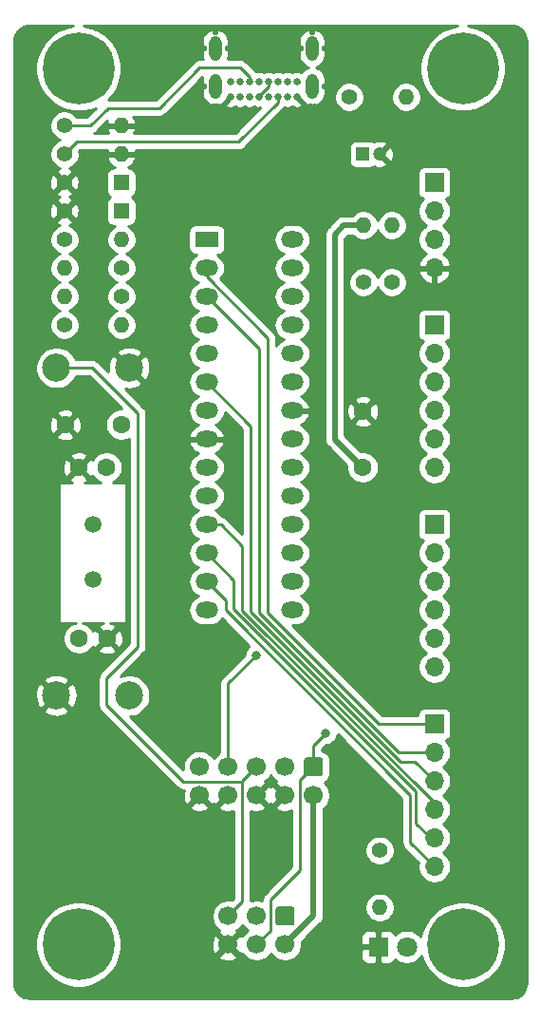
<source format=gbl>
G04 #@! TF.GenerationSoftware,KiCad,Pcbnew,(5.1.7-0-10_14)*
G04 #@! TF.CreationDate,2020-11-10T17:03:04+01:00*
G04 #@! TF.ProjectId,328p-standalone,33323870-2d73-4746-916e-64616c6f6e65,rev?*
G04 #@! TF.SameCoordinates,Original*
G04 #@! TF.FileFunction,Copper,L2,Bot*
G04 #@! TF.FilePolarity,Positive*
%FSLAX46Y46*%
G04 Gerber Fmt 4.6, Leading zero omitted, Abs format (unit mm)*
G04 Created by KiCad (PCBNEW (5.1.7-0-10_14)) date 2020-11-10 17:03:04*
%MOMM*%
%LPD*%
G01*
G04 APERTURE LIST*
G04 #@! TA.AperFunction,ComponentPad*
%ADD10C,2.500000*%
G04 #@! TD*
G04 #@! TA.AperFunction,ComponentPad*
%ADD11C,1.400000*%
G04 #@! TD*
G04 #@! TA.AperFunction,ComponentPad*
%ADD12R,1.400000X1.400000*%
G04 #@! TD*
G04 #@! TA.AperFunction,ComponentPad*
%ADD13O,2.000000X1.440000*%
G04 #@! TD*
G04 #@! TA.AperFunction,ComponentPad*
%ADD14R,2.000000X1.440000*%
G04 #@! TD*
G04 #@! TA.AperFunction,ComponentPad*
%ADD15O,1.108000X2.216000*%
G04 #@! TD*
G04 #@! TA.AperFunction,ComponentPad*
%ADD16C,0.650000*%
G04 #@! TD*
G04 #@! TA.AperFunction,ComponentPad*
%ADD17C,6.400000*%
G04 #@! TD*
G04 #@! TA.AperFunction,ComponentPad*
%ADD18O,1.400000X1.400000*%
G04 #@! TD*
G04 #@! TA.AperFunction,ComponentPad*
%ADD19C,1.800000*%
G04 #@! TD*
G04 #@! TA.AperFunction,ComponentPad*
%ADD20R,1.800000X1.800000*%
G04 #@! TD*
G04 #@! TA.AperFunction,ComponentPad*
%ADD21C,1.600000*%
G04 #@! TD*
G04 #@! TA.AperFunction,ComponentPad*
%ADD22R,1.200000X1.200000*%
G04 #@! TD*
G04 #@! TA.AperFunction,ComponentPad*
%ADD23C,1.200000*%
G04 #@! TD*
G04 #@! TA.AperFunction,ComponentPad*
%ADD24C,1.700000*%
G04 #@! TD*
G04 #@! TA.AperFunction,ComponentPad*
%ADD25R,1.700000X1.700000*%
G04 #@! TD*
G04 #@! TA.AperFunction,ComponentPad*
%ADD26O,1.700000X1.700000*%
G04 #@! TD*
G04 #@! TA.AperFunction,ComponentPad*
%ADD27C,1.500000*%
G04 #@! TD*
G04 #@! TA.AperFunction,ViaPad*
%ADD28C,0.800000*%
G04 #@! TD*
G04 #@! TA.AperFunction,Conductor*
%ADD29C,0.250000*%
G04 #@! TD*
G04 #@! TA.AperFunction,Conductor*
%ADD30C,0.500000*%
G04 #@! TD*
G04 #@! TA.AperFunction,Conductor*
%ADD31C,0.254000*%
G04 #@! TD*
G04 #@! TA.AperFunction,Conductor*
%ADD32C,0.100000*%
G04 #@! TD*
G04 APERTURE END LIST*
D10*
X76910000Y-149860000D03*
X70410000Y-149860000D03*
X70410000Y-120650000D03*
X76910000Y-120650000D03*
D11*
X71120000Y-104140000D03*
D12*
X76200000Y-104140000D03*
D11*
X71120000Y-106680000D03*
D12*
X76200000Y-106680000D03*
D13*
X91440000Y-142240000D03*
X83820000Y-142240000D03*
X91440000Y-139700000D03*
X83820000Y-139700000D03*
X91440000Y-137160000D03*
X83820000Y-137160000D03*
X91440000Y-134620000D03*
X83820000Y-134620000D03*
X91440000Y-132080000D03*
X83820000Y-132080000D03*
X91440000Y-129540000D03*
X83820000Y-129540000D03*
X91440000Y-127000000D03*
X83820000Y-127000000D03*
X91440000Y-124460000D03*
X83820000Y-124460000D03*
X91440000Y-121920000D03*
X83820000Y-121920000D03*
X91440000Y-119380000D03*
X83820000Y-119380000D03*
X91440000Y-116840000D03*
X83820000Y-116840000D03*
X91440000Y-114300000D03*
X83820000Y-114300000D03*
X91440000Y-111760000D03*
X83820000Y-111760000D03*
X91440000Y-109220000D03*
D14*
X83820000Y-109220000D03*
D15*
X93225000Y-92165000D03*
X84575000Y-92165000D03*
X84575000Y-95545000D03*
X93225000Y-95545000D03*
D16*
X91875000Y-95175000D03*
X91025000Y-95175000D03*
X90175000Y-95175000D03*
X89325000Y-95175000D03*
X88475000Y-95175000D03*
X87625000Y-95175000D03*
X86775000Y-95175000D03*
X85925000Y-95175000D03*
X85925000Y-96525000D03*
X86775000Y-96525000D03*
X87625000Y-96525000D03*
X88475000Y-96525000D03*
X89325000Y-96525000D03*
X90175000Y-96525000D03*
X91025000Y-96525000D03*
X91875000Y-96525000D03*
D17*
X106680000Y-172050000D03*
X72390000Y-172050000D03*
X106680000Y-93980000D03*
X72390000Y-93980000D03*
D11*
X99250000Y-163675000D03*
D18*
X99250000Y-168755000D03*
D19*
X101665000Y-172275000D03*
D20*
X99125000Y-172275000D03*
D21*
X72390000Y-129540000D03*
X74890000Y-129540000D03*
X72430000Y-144780000D03*
X74930000Y-144780000D03*
D22*
X97750000Y-101600000D03*
D23*
X99250000Y-101600000D03*
D21*
X97750000Y-129540000D03*
X97750000Y-124540000D03*
X71200000Y-125730000D03*
X76200000Y-125730000D03*
D11*
X96520000Y-96520000D03*
D18*
X101600000Y-96520000D03*
G04 #@! TA.AperFunction,ComponentPad*
G36*
G01*
X90215000Y-168675000D02*
X91415000Y-168675000D01*
G75*
G02*
X91665000Y-168925000I0J-250000D01*
G01*
X91665000Y-170125000D01*
G75*
G02*
X91415000Y-170375000I-250000J0D01*
G01*
X90215000Y-170375000D01*
G75*
G02*
X89965000Y-170125000I0J250000D01*
G01*
X89965000Y-168925000D01*
G75*
G02*
X90215000Y-168675000I250000J0D01*
G01*
G37*
G04 #@! TD.AperFunction*
D24*
X88275000Y-169525000D03*
X85735000Y-169525000D03*
X90815000Y-172065000D03*
X88275000Y-172065000D03*
X85735000Y-172065000D03*
X83190000Y-158765000D03*
X85730000Y-158765000D03*
X88270000Y-158765000D03*
X90810000Y-158765000D03*
X93350000Y-158765000D03*
X83190000Y-156225000D03*
X85730000Y-156225000D03*
X88270000Y-156225000D03*
X90810000Y-156225000D03*
G04 #@! TA.AperFunction,ComponentPad*
G36*
G01*
X92750000Y-155375000D02*
X93950000Y-155375000D01*
G75*
G02*
X94200000Y-155625000I0J-250000D01*
G01*
X94200000Y-156825000D01*
G75*
G02*
X93950000Y-157075000I-250000J0D01*
G01*
X92750000Y-157075000D01*
G75*
G02*
X92500000Y-156825000I0J250000D01*
G01*
X92500000Y-155625000D01*
G75*
G02*
X92750000Y-155375000I250000J0D01*
G01*
G37*
G04 #@! TD.AperFunction*
D25*
X104140000Y-104140000D03*
D26*
X104140000Y-106680000D03*
X104140000Y-109220000D03*
X104140000Y-111760000D03*
D25*
X104140000Y-116840000D03*
D26*
X104140000Y-119380000D03*
X104140000Y-121920000D03*
X104140000Y-124460000D03*
X104140000Y-127000000D03*
X104140000Y-129540000D03*
D25*
X104140000Y-134620000D03*
D26*
X104140000Y-137160000D03*
X104140000Y-139700000D03*
X104140000Y-142240000D03*
X104140000Y-144780000D03*
X104140000Y-147320000D03*
X104140000Y-165100000D03*
X104140000Y-162560000D03*
X104140000Y-160020000D03*
X104140000Y-157480000D03*
X104140000Y-154940000D03*
D25*
X104140000Y-152400000D03*
D11*
X71120000Y-116840000D03*
D18*
X76200000Y-116840000D03*
D11*
X71120000Y-99060000D03*
D18*
X76200000Y-99060000D03*
X76200000Y-101600000D03*
D11*
X71120000Y-101600000D03*
D18*
X76200000Y-109220000D03*
D11*
X71120000Y-109220000D03*
X76200000Y-111760000D03*
D18*
X71120000Y-111760000D03*
X71120000Y-114300000D03*
D11*
X76200000Y-114300000D03*
D18*
X97790000Y-107950000D03*
D11*
X97790000Y-113030000D03*
X100330000Y-113030000D03*
D18*
X100330000Y-107950000D03*
D27*
X73660000Y-134620000D03*
X73660000Y-139500000D03*
D28*
X85625000Y-164400000D03*
X98000000Y-158100000D03*
X88250000Y-146250000D03*
X94450000Y-153225000D03*
D29*
X73617501Y-120650000D02*
X70410000Y-120650000D01*
X77700000Y-124732499D02*
X73617501Y-120650000D01*
X74900000Y-148300000D02*
X77700000Y-145500000D01*
X74900000Y-150700000D02*
X74900000Y-148300000D01*
X77700000Y-145500000D02*
X77700000Y-124732499D01*
X88270000Y-156225000D02*
X87094999Y-157400001D01*
X76412500Y-152212500D02*
X74900000Y-150700000D01*
X76500000Y-152300000D02*
X76412500Y-152212500D01*
X87000000Y-168260000D02*
X85735000Y-169525000D01*
X87000000Y-157495000D02*
X87000000Y-168260000D01*
X87094999Y-157400001D02*
X87000000Y-157495000D01*
X81725000Y-157525000D02*
X76412500Y-152212500D01*
X86970000Y-157525000D02*
X81725000Y-157525000D01*
X87094999Y-157400001D02*
X86970000Y-157525000D01*
X89325000Y-95562998D02*
X88475000Y-96412998D01*
X88475000Y-96412998D02*
X88475000Y-96525000D01*
X89325000Y-95175000D02*
X89325000Y-95562998D01*
X90175000Y-96984619D02*
X90175000Y-96525000D01*
X86659619Y-100500000D02*
X90175000Y-96984619D01*
X72220000Y-100500000D02*
X86659619Y-100500000D01*
X71120000Y-101600000D02*
X72220000Y-100500000D01*
X87625000Y-94715381D02*
X87625000Y-95175000D01*
X86809619Y-93900000D02*
X87625000Y-94715381D01*
X79600000Y-97500000D02*
X83200000Y-93900000D01*
X75000000Y-97500000D02*
X79600000Y-97500000D01*
X83200000Y-93900000D02*
X86809619Y-93900000D01*
X73440000Y-99060000D02*
X75000000Y-97500000D01*
X71120000Y-99060000D02*
X73440000Y-99060000D01*
X85725000Y-148775000D02*
X85725000Y-156220000D01*
X85725000Y-156220000D02*
X85730000Y-156225000D01*
X88250000Y-146250000D02*
X85725000Y-148775000D01*
X89500000Y-170840000D02*
X88275000Y-172065000D01*
X89500000Y-168075000D02*
X89500000Y-170840000D01*
X92174999Y-165400001D02*
X89500000Y-168075000D01*
X92174999Y-157400001D02*
X92174999Y-165400001D01*
X93350000Y-156225000D02*
X92174999Y-157400001D01*
X93350000Y-154325000D02*
X93350000Y-156225000D01*
X94450000Y-153225000D02*
X93350000Y-154325000D01*
X83820000Y-112542133D02*
X83820000Y-111760000D01*
X89250000Y-117972133D02*
X83820000Y-112542133D01*
X99150000Y-152400000D02*
X89250000Y-142500000D01*
X89250000Y-142500000D02*
X89250000Y-117972133D01*
X104140000Y-152400000D02*
X99150000Y-152400000D01*
X100940000Y-154940000D02*
X88500000Y-142500000D01*
X104140000Y-154940000D02*
X100940000Y-154940000D01*
X88500000Y-142500000D02*
X88500000Y-118980000D01*
X88500000Y-118980000D02*
X83820000Y-114300000D01*
X87750000Y-125850000D02*
X83820000Y-121920000D01*
X101113589Y-155750000D02*
X87750000Y-142386411D01*
X87750000Y-142386411D02*
X87750000Y-125850000D01*
X102410000Y-155750000D02*
X101113589Y-155750000D01*
X104140000Y-157480000D02*
X102410000Y-155750000D01*
X85070000Y-134620000D02*
X83820000Y-134620000D01*
X87000000Y-136550000D02*
X85070000Y-134620000D01*
X87000000Y-142272822D02*
X87000000Y-136550000D01*
X104140000Y-159412822D02*
X87000000Y-142272822D01*
X104140000Y-160020000D02*
X104140000Y-159412822D01*
X86250000Y-142159233D02*
X86250000Y-139590000D01*
X102500000Y-158409233D02*
X86250000Y-142159233D01*
X102500000Y-161250000D02*
X102500000Y-158409233D01*
X86250000Y-139590000D02*
X83820000Y-137160000D01*
X103810000Y-162560000D02*
X102500000Y-161250000D01*
X104140000Y-162560000D02*
X103810000Y-162560000D01*
X85500000Y-141380000D02*
X83820000Y-139700000D01*
X85500000Y-142250000D02*
X85500000Y-141380000D01*
X102000000Y-158750000D02*
X85500000Y-142250000D01*
X102000000Y-162960000D02*
X102000000Y-158750000D01*
X104140000Y-165100000D02*
X102000000Y-162960000D01*
D30*
X97790000Y-107950000D02*
X96050000Y-107950000D01*
X96050000Y-107950000D02*
X95250000Y-108750000D01*
X95250000Y-127040000D02*
X97750000Y-129540000D01*
X95250000Y-108750000D02*
X95250000Y-127040000D01*
X93350000Y-169530000D02*
X93350000Y-158765000D01*
X90815000Y-172065000D02*
X93350000Y-169530000D01*
D31*
X71271372Y-90292377D02*
X70573446Y-90581467D01*
X69945330Y-91001161D01*
X69411161Y-91535330D01*
X68991467Y-92163446D01*
X68702377Y-92861372D01*
X68555000Y-93602285D01*
X68555000Y-94357715D01*
X68702377Y-95098628D01*
X68991467Y-95796554D01*
X69411161Y-96424670D01*
X69945330Y-96958839D01*
X70573446Y-97378533D01*
X71271372Y-97667623D01*
X72012285Y-97815000D01*
X72767715Y-97815000D01*
X73508628Y-97667623D01*
X73933607Y-97491591D01*
X73125199Y-98300000D01*
X72217775Y-98300000D01*
X72156962Y-98208987D01*
X71971013Y-98023038D01*
X71752359Y-97876939D01*
X71509405Y-97776304D01*
X71251486Y-97725000D01*
X70988514Y-97725000D01*
X70730595Y-97776304D01*
X70487641Y-97876939D01*
X70268987Y-98023038D01*
X70083038Y-98208987D01*
X69936939Y-98427641D01*
X69836304Y-98670595D01*
X69785000Y-98928514D01*
X69785000Y-99191486D01*
X69836304Y-99449405D01*
X69936939Y-99692359D01*
X70083038Y-99911013D01*
X70268987Y-100096962D01*
X70487641Y-100243061D01*
X70697530Y-100330000D01*
X70487641Y-100416939D01*
X70268987Y-100563038D01*
X70083038Y-100748987D01*
X69936939Y-100967641D01*
X69836304Y-101210595D01*
X69785000Y-101468514D01*
X69785000Y-101731486D01*
X69836304Y-101989405D01*
X69936939Y-102232359D01*
X70083038Y-102451013D01*
X70268987Y-102636962D01*
X70487641Y-102783061D01*
X70701444Y-102871621D01*
X70538634Y-102931065D01*
X70437797Y-102984963D01*
X70378336Y-103218731D01*
X71120000Y-103960395D01*
X71861664Y-103218731D01*
X71802203Y-102984963D01*
X71563758Y-102874066D01*
X71544173Y-102869294D01*
X71752359Y-102783061D01*
X71971013Y-102636962D01*
X72156962Y-102451013D01*
X72303061Y-102232359D01*
X72403696Y-101989405D01*
X72455000Y-101731486D01*
X72455000Y-101468514D01*
X72433645Y-101361157D01*
X72534802Y-101260000D01*
X74909307Y-101260000D01*
X74907284Y-101266671D01*
X75030626Y-101473000D01*
X76073000Y-101473000D01*
X76073000Y-101453000D01*
X76327000Y-101453000D01*
X76327000Y-101473000D01*
X77369374Y-101473000D01*
X77492716Y-101266671D01*
X77490693Y-101260000D01*
X86622297Y-101260000D01*
X86659619Y-101263676D01*
X86696941Y-101260000D01*
X86696952Y-101260000D01*
X86808605Y-101249003D01*
X86951866Y-101205546D01*
X87083895Y-101134974D01*
X87199620Y-101040001D01*
X87223423Y-101010997D01*
X87234420Y-101000000D01*
X96511928Y-101000000D01*
X96511928Y-102200000D01*
X96524188Y-102324482D01*
X96560498Y-102444180D01*
X96619463Y-102554494D01*
X96698815Y-102651185D01*
X96795506Y-102730537D01*
X96905820Y-102789502D01*
X97025518Y-102825812D01*
X97150000Y-102838072D01*
X98350000Y-102838072D01*
X98474482Y-102825812D01*
X98594180Y-102789502D01*
X98704494Y-102730537D01*
X98721681Y-102716432D01*
X98848516Y-102774237D01*
X99085313Y-102830000D01*
X99328438Y-102838495D01*
X99568549Y-102799395D01*
X99796418Y-102714202D01*
X99872852Y-102673348D01*
X99920159Y-102449764D01*
X99250000Y-101779605D01*
X99235858Y-101793748D01*
X99056253Y-101614143D01*
X99070395Y-101600000D01*
X99429605Y-101600000D01*
X100099764Y-102270159D01*
X100323348Y-102222852D01*
X100424237Y-102001484D01*
X100480000Y-101764687D01*
X100488495Y-101521562D01*
X100449395Y-101281451D01*
X100364202Y-101053582D01*
X100323348Y-100977148D01*
X100099764Y-100929841D01*
X99429605Y-101600000D01*
X99070395Y-101600000D01*
X99056253Y-101585858D01*
X99235858Y-101406253D01*
X99250000Y-101420395D01*
X99920159Y-100750236D01*
X99872852Y-100526652D01*
X99651484Y-100425763D01*
X99414687Y-100370000D01*
X99171562Y-100361505D01*
X98931451Y-100400605D01*
X98717883Y-100480451D01*
X98704494Y-100469463D01*
X98594180Y-100410498D01*
X98474482Y-100374188D01*
X98350000Y-100361928D01*
X97150000Y-100361928D01*
X97025518Y-100374188D01*
X96905820Y-100410498D01*
X96795506Y-100469463D01*
X96698815Y-100548815D01*
X96619463Y-100645506D01*
X96560498Y-100755820D01*
X96524188Y-100875518D01*
X96511928Y-101000000D01*
X87234420Y-101000000D01*
X90686009Y-97548413D01*
X90715001Y-97524620D01*
X90738795Y-97495627D01*
X90738799Y-97495623D01*
X90773188Y-97453719D01*
X90930448Y-97485000D01*
X91119552Y-97485000D01*
X91305022Y-97448108D01*
X91450420Y-97387882D01*
X91589992Y-97446581D01*
X91775260Y-97484475D01*
X91964361Y-97485497D01*
X92150028Y-97449608D01*
X92325126Y-97378187D01*
X92334323Y-97373270D01*
X92347931Y-97177536D01*
X91952639Y-96782244D01*
X91985000Y-96619552D01*
X91985000Y-96430448D01*
X91984171Y-96426281D01*
X92068748Y-96510858D01*
X92054605Y-96525000D01*
X92156095Y-96626490D01*
X92175108Y-96671343D01*
X92306940Y-96865169D01*
X92474052Y-97029552D01*
X92670023Y-97158174D01*
X92887321Y-97246093D01*
X92914627Y-97246776D01*
X92985689Y-97198186D01*
X93039564Y-97208854D01*
X93095896Y-97220827D01*
X93104706Y-97221752D01*
X93104714Y-97221754D01*
X93104721Y-97221754D01*
X93162990Y-97227467D01*
X93190701Y-97227467D01*
X93218251Y-97230464D01*
X93227124Y-97230496D01*
X93229218Y-97230489D01*
X93256877Y-97227684D01*
X93284690Y-97227878D01*
X93293521Y-97227012D01*
X93351750Y-97220892D01*
X93408162Y-97209312D01*
X93464752Y-97198517D01*
X93464782Y-97198508D01*
X93535373Y-97246776D01*
X93562679Y-97246093D01*
X93779977Y-97158174D01*
X93975948Y-97029552D01*
X94143060Y-96865169D01*
X94274892Y-96671343D01*
X94366377Y-96455522D01*
X94380280Y-96388514D01*
X95185000Y-96388514D01*
X95185000Y-96651486D01*
X95236304Y-96909405D01*
X95336939Y-97152359D01*
X95483038Y-97371013D01*
X95668987Y-97556962D01*
X95887641Y-97703061D01*
X96130595Y-97803696D01*
X96388514Y-97855000D01*
X96651486Y-97855000D01*
X96909405Y-97803696D01*
X97152359Y-97703061D01*
X97371013Y-97556962D01*
X97556962Y-97371013D01*
X97703061Y-97152359D01*
X97803696Y-96909405D01*
X97855000Y-96651486D01*
X97855000Y-96388514D01*
X100265000Y-96388514D01*
X100265000Y-96651486D01*
X100316304Y-96909405D01*
X100416939Y-97152359D01*
X100563038Y-97371013D01*
X100748987Y-97556962D01*
X100967641Y-97703061D01*
X101210595Y-97803696D01*
X101468514Y-97855000D01*
X101731486Y-97855000D01*
X101989405Y-97803696D01*
X102232359Y-97703061D01*
X102451013Y-97556962D01*
X102636962Y-97371013D01*
X102783061Y-97152359D01*
X102883696Y-96909405D01*
X102935000Y-96651486D01*
X102935000Y-96388514D01*
X102883696Y-96130595D01*
X102783061Y-95887641D01*
X102636962Y-95668987D01*
X102451013Y-95483038D01*
X102232359Y-95336939D01*
X101989405Y-95236304D01*
X101731486Y-95185000D01*
X101468514Y-95185000D01*
X101210595Y-95236304D01*
X100967641Y-95336939D01*
X100748987Y-95483038D01*
X100563038Y-95668987D01*
X100416939Y-95887641D01*
X100316304Y-96130595D01*
X100265000Y-96388514D01*
X97855000Y-96388514D01*
X97803696Y-96130595D01*
X97703061Y-95887641D01*
X97556962Y-95668987D01*
X97371013Y-95483038D01*
X97152359Y-95336939D01*
X96909405Y-95236304D01*
X96651486Y-95185000D01*
X96388514Y-95185000D01*
X96130595Y-95236304D01*
X95887641Y-95336939D01*
X95668987Y-95483038D01*
X95483038Y-95668987D01*
X95336939Y-95887641D01*
X95236304Y-96130595D01*
X95185000Y-96388514D01*
X94380280Y-96388514D01*
X94414000Y-96226000D01*
X94414000Y-95672000D01*
X94160500Y-95672000D01*
X94160500Y-95418000D01*
X94414000Y-95418000D01*
X94414000Y-94864000D01*
X94366377Y-94634478D01*
X94274892Y-94418657D01*
X94143060Y-94224831D01*
X93975948Y-94060448D01*
X93779977Y-93931826D01*
X93590096Y-93855000D01*
X93779977Y-93778174D01*
X93975948Y-93649552D01*
X94143060Y-93485169D01*
X94274892Y-93291343D01*
X94366377Y-93075522D01*
X94414000Y-92846000D01*
X94414000Y-92292000D01*
X94160500Y-92292000D01*
X94160500Y-92038000D01*
X94414000Y-92038000D01*
X94414000Y-91484000D01*
X94366377Y-91254478D01*
X94274892Y-91038657D01*
X94143060Y-90844831D01*
X93975948Y-90680448D01*
X93779977Y-90551826D01*
X93562679Y-90463907D01*
X93535373Y-90463224D01*
X93352000Y-90588608D01*
X93352000Y-90838952D01*
X93345294Y-90838248D01*
X93345286Y-90838246D01*
X93345279Y-90838246D01*
X93287009Y-90832533D01*
X93259299Y-90832533D01*
X93231749Y-90829536D01*
X93222876Y-90829504D01*
X93220782Y-90829511D01*
X93193123Y-90832316D01*
X93165311Y-90832122D01*
X93156480Y-90832988D01*
X93098250Y-90839108D01*
X93098000Y-90839159D01*
X93098000Y-90588608D01*
X92914627Y-90463224D01*
X92887321Y-90463907D01*
X92670023Y-90551826D01*
X92474052Y-90680448D01*
X92306940Y-90844831D01*
X92175108Y-91038657D01*
X92083623Y-91254478D01*
X92036000Y-91484000D01*
X92036000Y-92038000D01*
X92289500Y-92038000D01*
X92289500Y-92292000D01*
X92036000Y-92292000D01*
X92036000Y-92846000D01*
X92083623Y-93075522D01*
X92175108Y-93291343D01*
X92306940Y-93485169D01*
X92474052Y-93649552D01*
X92670023Y-93778174D01*
X92859904Y-93855000D01*
X92670023Y-93931826D01*
X92474052Y-94060448D01*
X92306940Y-94224831D01*
X92259139Y-94295110D01*
X92160008Y-94253419D01*
X91974740Y-94215525D01*
X91785639Y-94214503D01*
X91599972Y-94250392D01*
X91449538Y-94311753D01*
X91305022Y-94251892D01*
X91119552Y-94215000D01*
X90930448Y-94215000D01*
X90744978Y-94251892D01*
X90600000Y-94311944D01*
X90455022Y-94251892D01*
X90269552Y-94215000D01*
X90080448Y-94215000D01*
X89894978Y-94251892D01*
X89750000Y-94311944D01*
X89605022Y-94251892D01*
X89419552Y-94215000D01*
X89230448Y-94215000D01*
X89044978Y-94251892D01*
X88900000Y-94311944D01*
X88755022Y-94251892D01*
X88569552Y-94215000D01*
X88380448Y-94215000D01*
X88223188Y-94246281D01*
X88165001Y-94175380D01*
X88136004Y-94151583D01*
X87373422Y-93389002D01*
X87349620Y-93359999D01*
X87233895Y-93265026D01*
X87101866Y-93194454D01*
X86958605Y-93150997D01*
X86846952Y-93140000D01*
X86846941Y-93140000D01*
X86809619Y-93136324D01*
X86772297Y-93140000D01*
X85689045Y-93140000D01*
X85716377Y-93075522D01*
X85764000Y-92846000D01*
X85764000Y-92292000D01*
X85510500Y-92292000D01*
X85510500Y-92038000D01*
X85764000Y-92038000D01*
X85764000Y-91484000D01*
X85716377Y-91254478D01*
X85624892Y-91038657D01*
X85493060Y-90844831D01*
X85325948Y-90680448D01*
X85129977Y-90551826D01*
X84912679Y-90463907D01*
X84885373Y-90463224D01*
X84702000Y-90588608D01*
X84702000Y-90838952D01*
X84695294Y-90838248D01*
X84695286Y-90838246D01*
X84695279Y-90838246D01*
X84637009Y-90832533D01*
X84609299Y-90832533D01*
X84581749Y-90829536D01*
X84572876Y-90829504D01*
X84570782Y-90829511D01*
X84543123Y-90832316D01*
X84515311Y-90832122D01*
X84506480Y-90832988D01*
X84448250Y-90839108D01*
X84448000Y-90839159D01*
X84448000Y-90588608D01*
X84264627Y-90463224D01*
X84237321Y-90463907D01*
X84020023Y-90551826D01*
X83824052Y-90680448D01*
X83656940Y-90844831D01*
X83525108Y-91038657D01*
X83433623Y-91254478D01*
X83386000Y-91484000D01*
X83386000Y-92038000D01*
X83639500Y-92038000D01*
X83639500Y-92292000D01*
X83386000Y-92292000D01*
X83386000Y-92846000D01*
X83433623Y-93075522D01*
X83460955Y-93140000D01*
X83237323Y-93140000D01*
X83200000Y-93136324D01*
X83162677Y-93140000D01*
X83162667Y-93140000D01*
X83051014Y-93150997D01*
X82907753Y-93194454D01*
X82775724Y-93265026D01*
X82659999Y-93359999D01*
X82636201Y-93388997D01*
X79285199Y-96740000D01*
X75053509Y-96740000D01*
X75368839Y-96424670D01*
X75788533Y-95796554D01*
X76077623Y-95098628D01*
X76225000Y-94357715D01*
X76225000Y-93602285D01*
X76077623Y-92861372D01*
X75788533Y-92163446D01*
X75368839Y-91535330D01*
X74834670Y-91001161D01*
X74206554Y-90581467D01*
X73508628Y-90292377D01*
X72843125Y-90160000D01*
X106226875Y-90160000D01*
X105561372Y-90292377D01*
X104863446Y-90581467D01*
X104235330Y-91001161D01*
X103701161Y-91535330D01*
X103281467Y-92163446D01*
X102992377Y-92861372D01*
X102845000Y-93602285D01*
X102845000Y-94357715D01*
X102992377Y-95098628D01*
X103281467Y-95796554D01*
X103701161Y-96424670D01*
X104235330Y-96958839D01*
X104863446Y-97378533D01*
X105561372Y-97667623D01*
X106302285Y-97815000D01*
X107057715Y-97815000D01*
X107798628Y-97667623D01*
X108496554Y-97378533D01*
X109124670Y-96958839D01*
X109658839Y-96424670D01*
X110078533Y-95796554D01*
X110367623Y-95098628D01*
X110515000Y-94357715D01*
X110515000Y-93602285D01*
X110367623Y-92861372D01*
X110078533Y-92163446D01*
X109658839Y-91535330D01*
X109124670Y-91001161D01*
X108496554Y-90581467D01*
X107798628Y-90292377D01*
X107133125Y-90160000D01*
X110967721Y-90160000D01*
X111259659Y-90188625D01*
X111509429Y-90264035D01*
X111739792Y-90386522D01*
X111941980Y-90551422D01*
X112108286Y-90752450D01*
X112232378Y-90981954D01*
X112309531Y-91231195D01*
X112340000Y-91521088D01*
X112340001Y-175467711D01*
X112311375Y-175759660D01*
X112235965Y-176009429D01*
X112113477Y-176239794D01*
X111948579Y-176441979D01*
X111747546Y-176608288D01*
X111518046Y-176732378D01*
X111268805Y-176809531D01*
X110978911Y-176840000D01*
X68032279Y-176840000D01*
X67740340Y-176811375D01*
X67490571Y-176735965D01*
X67260206Y-176613477D01*
X67058021Y-176448579D01*
X66891712Y-176247546D01*
X66767622Y-176018046D01*
X66690469Y-175768805D01*
X66660000Y-175478911D01*
X66660000Y-171672285D01*
X68555000Y-171672285D01*
X68555000Y-172427715D01*
X68702377Y-173168628D01*
X68991467Y-173866554D01*
X69411161Y-174494670D01*
X69945330Y-175028839D01*
X70573446Y-175448533D01*
X71271372Y-175737623D01*
X72012285Y-175885000D01*
X72767715Y-175885000D01*
X73508628Y-175737623D01*
X74206554Y-175448533D01*
X74834670Y-175028839D01*
X75368839Y-174494670D01*
X75788533Y-173866554D01*
X76077623Y-173168628D01*
X76092587Y-173093397D01*
X84886208Y-173093397D01*
X84963843Y-173342472D01*
X85227883Y-173468371D01*
X85511411Y-173540339D01*
X85803531Y-173555611D01*
X86093019Y-173513599D01*
X86368747Y-173415919D01*
X86506157Y-173342472D01*
X86583792Y-173093397D01*
X85735000Y-172244605D01*
X84886208Y-173093397D01*
X76092587Y-173093397D01*
X76225000Y-172427715D01*
X76225000Y-172133531D01*
X84244389Y-172133531D01*
X84286401Y-172423019D01*
X84384081Y-172698747D01*
X84457528Y-172836157D01*
X84706603Y-172913792D01*
X85555395Y-172065000D01*
X84706603Y-171216208D01*
X84457528Y-171293843D01*
X84331629Y-171557883D01*
X84259661Y-171841411D01*
X84244389Y-172133531D01*
X76225000Y-172133531D01*
X76225000Y-171672285D01*
X76077623Y-170931372D01*
X75788533Y-170233446D01*
X75368839Y-169605330D01*
X74834670Y-169071161D01*
X74206554Y-168651467D01*
X73508628Y-168362377D01*
X72767715Y-168215000D01*
X72012285Y-168215000D01*
X71271372Y-168362377D01*
X70573446Y-168651467D01*
X69945330Y-169071161D01*
X69411161Y-169605330D01*
X68991467Y-170233446D01*
X68702377Y-170931372D01*
X68555000Y-171672285D01*
X66660000Y-171672285D01*
X66660000Y-159793397D01*
X82341208Y-159793397D01*
X82418843Y-160042472D01*
X82682883Y-160168371D01*
X82966411Y-160240339D01*
X83258531Y-160255611D01*
X83548019Y-160213599D01*
X83823747Y-160115919D01*
X83961157Y-160042472D01*
X84038792Y-159793397D01*
X83190000Y-158944605D01*
X82341208Y-159793397D01*
X66660000Y-159793397D01*
X66660000Y-151173605D01*
X69276000Y-151173605D01*
X69401914Y-151463577D01*
X69734126Y-151629433D01*
X70092312Y-151727290D01*
X70462706Y-151753389D01*
X70831075Y-151706725D01*
X71183262Y-151589094D01*
X71418086Y-151463577D01*
X71544000Y-151173605D01*
X70410000Y-150039605D01*
X69276000Y-151173605D01*
X66660000Y-151173605D01*
X66660000Y-149912706D01*
X68516611Y-149912706D01*
X68563275Y-150281075D01*
X68680906Y-150633262D01*
X68806423Y-150868086D01*
X69096395Y-150994000D01*
X70230395Y-149860000D01*
X70589605Y-149860000D01*
X71723605Y-150994000D01*
X72013577Y-150868086D01*
X72179433Y-150535874D01*
X72277290Y-150177688D01*
X72303389Y-149807294D01*
X72256725Y-149438925D01*
X72139094Y-149086738D01*
X72013577Y-148851914D01*
X71723605Y-148726000D01*
X70589605Y-149860000D01*
X70230395Y-149860000D01*
X69096395Y-148726000D01*
X68806423Y-148851914D01*
X68640567Y-149184126D01*
X68542710Y-149542312D01*
X68516611Y-149912706D01*
X66660000Y-149912706D01*
X66660000Y-148546395D01*
X69276000Y-148546395D01*
X70410000Y-149680395D01*
X71544000Y-148546395D01*
X71418086Y-148256423D01*
X71085874Y-148090567D01*
X70727688Y-147992710D01*
X70357294Y-147966611D01*
X69988925Y-148013275D01*
X69636738Y-148130906D01*
X69401914Y-148256423D01*
X69276000Y-148546395D01*
X66660000Y-148546395D01*
X66660000Y-131000000D01*
X70623000Y-131000000D01*
X70623000Y-143250000D01*
X70625440Y-143274776D01*
X70632667Y-143298601D01*
X70644403Y-143320557D01*
X70660197Y-143339803D01*
X70679443Y-143355597D01*
X70701399Y-143367333D01*
X70725224Y-143374560D01*
X70750000Y-143377000D01*
X72127792Y-143377000D01*
X72011426Y-143400147D01*
X71750273Y-143508320D01*
X71515241Y-143665363D01*
X71315363Y-143865241D01*
X71158320Y-144100273D01*
X71050147Y-144361426D01*
X70995000Y-144638665D01*
X70995000Y-144921335D01*
X71050147Y-145198574D01*
X71158320Y-145459727D01*
X71315363Y-145694759D01*
X71515241Y-145894637D01*
X71750273Y-146051680D01*
X72011426Y-146159853D01*
X72288665Y-146215000D01*
X72571335Y-146215000D01*
X72848574Y-146159853D01*
X73109727Y-146051680D01*
X73344759Y-145894637D01*
X73466694Y-145772702D01*
X74116903Y-145772702D01*
X74188486Y-146016671D01*
X74443996Y-146137571D01*
X74718184Y-146206300D01*
X75000512Y-146220217D01*
X75280130Y-146178787D01*
X75546292Y-146083603D01*
X75671514Y-146016671D01*
X75743097Y-145772702D01*
X74930000Y-144959605D01*
X74116903Y-145772702D01*
X73466694Y-145772702D01*
X73544637Y-145694759D01*
X73678692Y-145494131D01*
X73693329Y-145521514D01*
X73937298Y-145593097D01*
X74750395Y-144780000D01*
X75109605Y-144780000D01*
X75922702Y-145593097D01*
X76166671Y-145521514D01*
X76287571Y-145266004D01*
X76356300Y-144991816D01*
X76370217Y-144709488D01*
X76328787Y-144429870D01*
X76233603Y-144163708D01*
X76166671Y-144038486D01*
X75922702Y-143966903D01*
X75109605Y-144780000D01*
X74750395Y-144780000D01*
X73937298Y-143966903D01*
X73693329Y-144038486D01*
X73679676Y-144067341D01*
X73544637Y-143865241D01*
X73344759Y-143665363D01*
X73109727Y-143508320D01*
X72848574Y-143400147D01*
X72732208Y-143377000D01*
X74608304Y-143377000D01*
X74579870Y-143381213D01*
X74313708Y-143476397D01*
X74188486Y-143543329D01*
X74116903Y-143787298D01*
X74930000Y-144600395D01*
X75743097Y-143787298D01*
X75671514Y-143543329D01*
X75416004Y-143422429D01*
X75234769Y-143377000D01*
X76500000Y-143377000D01*
X76524776Y-143374560D01*
X76548601Y-143367333D01*
X76570557Y-143355597D01*
X76589803Y-143339803D01*
X76605597Y-143320557D01*
X76617333Y-143298601D01*
X76624560Y-143274776D01*
X76627000Y-143250000D01*
X76627000Y-131000000D01*
X76624560Y-130975224D01*
X76617333Y-130951399D01*
X76605597Y-130929443D01*
X76589803Y-130910197D01*
X76570557Y-130894403D01*
X76548601Y-130882667D01*
X76524776Y-130875440D01*
X76500000Y-130873000D01*
X75421687Y-130873000D01*
X75569727Y-130811680D01*
X75804759Y-130654637D01*
X76004637Y-130454759D01*
X76161680Y-130219727D01*
X76269853Y-129958574D01*
X76325000Y-129681335D01*
X76325000Y-129398665D01*
X76269853Y-129121426D01*
X76161680Y-128860273D01*
X76004637Y-128625241D01*
X75804759Y-128425363D01*
X75569727Y-128268320D01*
X75308574Y-128160147D01*
X75031335Y-128105000D01*
X74748665Y-128105000D01*
X74471426Y-128160147D01*
X74210273Y-128268320D01*
X73975241Y-128425363D01*
X73775363Y-128625241D01*
X73641308Y-128825869D01*
X73626671Y-128798486D01*
X73382702Y-128726903D01*
X72569605Y-129540000D01*
X73382702Y-130353097D01*
X73626671Y-130281514D01*
X73640324Y-130252659D01*
X73775363Y-130454759D01*
X73975241Y-130654637D01*
X74210273Y-130811680D01*
X74358313Y-130873000D01*
X72924089Y-130873000D01*
X73006292Y-130843603D01*
X73131514Y-130776671D01*
X73203097Y-130532702D01*
X72390000Y-129719605D01*
X71576903Y-130532702D01*
X71648486Y-130776671D01*
X71852068Y-130873000D01*
X70750000Y-130873000D01*
X70725224Y-130875440D01*
X70701399Y-130882667D01*
X70679443Y-130894403D01*
X70660197Y-130910197D01*
X70644403Y-130929443D01*
X70632667Y-130951399D01*
X70625440Y-130975224D01*
X70623000Y-131000000D01*
X66660000Y-131000000D01*
X66660000Y-129610512D01*
X70949783Y-129610512D01*
X70991213Y-129890130D01*
X71086397Y-130156292D01*
X71153329Y-130281514D01*
X71397298Y-130353097D01*
X72210395Y-129540000D01*
X71397298Y-128726903D01*
X71153329Y-128798486D01*
X71032429Y-129053996D01*
X70963700Y-129328184D01*
X70949783Y-129610512D01*
X66660000Y-129610512D01*
X66660000Y-128547298D01*
X71576903Y-128547298D01*
X72390000Y-129360395D01*
X73203097Y-128547298D01*
X73131514Y-128303329D01*
X72876004Y-128182429D01*
X72601816Y-128113700D01*
X72319488Y-128099783D01*
X72039870Y-128141213D01*
X71773708Y-128236397D01*
X71648486Y-128303329D01*
X71576903Y-128547298D01*
X66660000Y-128547298D01*
X66660000Y-126722702D01*
X70386903Y-126722702D01*
X70458486Y-126966671D01*
X70713996Y-127087571D01*
X70988184Y-127156300D01*
X71270512Y-127170217D01*
X71550130Y-127128787D01*
X71816292Y-127033603D01*
X71941514Y-126966671D01*
X72013097Y-126722702D01*
X71200000Y-125909605D01*
X70386903Y-126722702D01*
X66660000Y-126722702D01*
X66660000Y-125800512D01*
X69759783Y-125800512D01*
X69801213Y-126080130D01*
X69896397Y-126346292D01*
X69963329Y-126471514D01*
X70207298Y-126543097D01*
X71020395Y-125730000D01*
X71379605Y-125730000D01*
X72192702Y-126543097D01*
X72436671Y-126471514D01*
X72557571Y-126216004D01*
X72626300Y-125941816D01*
X72640217Y-125659488D01*
X72598787Y-125379870D01*
X72503603Y-125113708D01*
X72436671Y-124988486D01*
X72192702Y-124916903D01*
X71379605Y-125730000D01*
X71020395Y-125730000D01*
X70207298Y-124916903D01*
X69963329Y-124988486D01*
X69842429Y-125243996D01*
X69773700Y-125518184D01*
X69759783Y-125800512D01*
X66660000Y-125800512D01*
X66660000Y-124737298D01*
X70386903Y-124737298D01*
X71200000Y-125550395D01*
X72013097Y-124737298D01*
X71941514Y-124493329D01*
X71686004Y-124372429D01*
X71411816Y-124303700D01*
X71129488Y-124289783D01*
X70849870Y-124331213D01*
X70583708Y-124426397D01*
X70458486Y-124493329D01*
X70386903Y-124737298D01*
X66660000Y-124737298D01*
X66660000Y-120464344D01*
X68525000Y-120464344D01*
X68525000Y-120835656D01*
X68597439Y-121199834D01*
X68739534Y-121542882D01*
X68945825Y-121851618D01*
X69208382Y-122114175D01*
X69517118Y-122320466D01*
X69860166Y-122462561D01*
X70224344Y-122535000D01*
X70595656Y-122535000D01*
X70959834Y-122462561D01*
X71302882Y-122320466D01*
X71611618Y-122114175D01*
X71874175Y-121851618D01*
X72080466Y-121542882D01*
X72135507Y-121410000D01*
X73302700Y-121410000D01*
X76187698Y-124295000D01*
X76058665Y-124295000D01*
X75781426Y-124350147D01*
X75520273Y-124458320D01*
X75285241Y-124615363D01*
X75085363Y-124815241D01*
X74928320Y-125050273D01*
X74820147Y-125311426D01*
X74765000Y-125588665D01*
X74765000Y-125871335D01*
X74820147Y-126148574D01*
X74928320Y-126409727D01*
X75085363Y-126644759D01*
X75285241Y-126844637D01*
X75520273Y-127001680D01*
X75781426Y-127109853D01*
X76058665Y-127165000D01*
X76341335Y-127165000D01*
X76618574Y-127109853D01*
X76879727Y-127001680D01*
X76940001Y-126961406D01*
X76940000Y-145185198D01*
X74388998Y-147736201D01*
X74360000Y-147759999D01*
X74336202Y-147788997D01*
X74336201Y-147788998D01*
X74265026Y-147875724D01*
X74194454Y-148007754D01*
X74150998Y-148151015D01*
X74136324Y-148300000D01*
X74140001Y-148337332D01*
X74140000Y-150662677D01*
X74136324Y-150700000D01*
X74140000Y-150737322D01*
X74140000Y-150737332D01*
X74150997Y-150848985D01*
X74184824Y-150960498D01*
X74194454Y-150992246D01*
X74265026Y-151124276D01*
X74304871Y-151172826D01*
X74359999Y-151240001D01*
X74389003Y-151263804D01*
X75901497Y-152776299D01*
X75901503Y-152776304D01*
X81161201Y-158036003D01*
X81184999Y-158065001D01*
X81213997Y-158088799D01*
X81300724Y-158159974D01*
X81432753Y-158230546D01*
X81576014Y-158274003D01*
X81725000Y-158288677D01*
X81762333Y-158285000D01*
X81779746Y-158285000D01*
X81714661Y-158541411D01*
X81699389Y-158833531D01*
X81741401Y-159123019D01*
X81839081Y-159398747D01*
X81912528Y-159536157D01*
X82161603Y-159613792D01*
X83010395Y-158765000D01*
X82996253Y-158750858D01*
X83175858Y-158571253D01*
X83190000Y-158585395D01*
X83204143Y-158571253D01*
X83383748Y-158750858D01*
X83369605Y-158765000D01*
X84218397Y-159613792D01*
X84460000Y-159538486D01*
X84701603Y-159613792D01*
X85550395Y-158765000D01*
X85536253Y-158750858D01*
X85715858Y-158571253D01*
X85730000Y-158585395D01*
X85744143Y-158571253D01*
X85923748Y-158750858D01*
X85909605Y-158765000D01*
X85923748Y-158779143D01*
X85744143Y-158958748D01*
X85730000Y-158944605D01*
X84881208Y-159793397D01*
X84958843Y-160042472D01*
X85222883Y-160168371D01*
X85506411Y-160240339D01*
X85798531Y-160255611D01*
X86088019Y-160213599D01*
X86240000Y-160159758D01*
X86240001Y-167945197D01*
X86101408Y-168083790D01*
X85881260Y-168040000D01*
X85588740Y-168040000D01*
X85301842Y-168097068D01*
X85031589Y-168209010D01*
X84788368Y-168371525D01*
X84581525Y-168578368D01*
X84419010Y-168821589D01*
X84307068Y-169091842D01*
X84250000Y-169378740D01*
X84250000Y-169671260D01*
X84307068Y-169958158D01*
X84419010Y-170228411D01*
X84581525Y-170471632D01*
X84788368Y-170678475D01*
X84961729Y-170794311D01*
X84886208Y-171036603D01*
X85735000Y-171885395D01*
X86583792Y-171036603D01*
X86508271Y-170794311D01*
X86681632Y-170678475D01*
X86888475Y-170471632D01*
X87005000Y-170297240D01*
X87121525Y-170471632D01*
X87328368Y-170678475D01*
X87502760Y-170795000D01*
X87328368Y-170911525D01*
X87121525Y-171118368D01*
X87005689Y-171291729D01*
X86763397Y-171216208D01*
X85914605Y-172065000D01*
X86763397Y-172913792D01*
X87005689Y-172838271D01*
X87121525Y-173011632D01*
X87328368Y-173218475D01*
X87571589Y-173380990D01*
X87841842Y-173492932D01*
X88128740Y-173550000D01*
X88421260Y-173550000D01*
X88708158Y-173492932D01*
X88978411Y-173380990D01*
X89221632Y-173218475D01*
X89428475Y-173011632D01*
X89545000Y-172837240D01*
X89661525Y-173011632D01*
X89868368Y-173218475D01*
X90111589Y-173380990D01*
X90381842Y-173492932D01*
X90668740Y-173550000D01*
X90961260Y-173550000D01*
X91248158Y-173492932D01*
X91518411Y-173380990D01*
X91761632Y-173218475D01*
X91805107Y-173175000D01*
X97586928Y-173175000D01*
X97599188Y-173299482D01*
X97635498Y-173419180D01*
X97694463Y-173529494D01*
X97773815Y-173626185D01*
X97870506Y-173705537D01*
X97980820Y-173764502D01*
X98100518Y-173800812D01*
X98225000Y-173813072D01*
X98839250Y-173810000D01*
X98998000Y-173651250D01*
X98998000Y-172402000D01*
X97748750Y-172402000D01*
X97590000Y-172560750D01*
X97586928Y-173175000D01*
X91805107Y-173175000D01*
X91968475Y-173011632D01*
X92130990Y-172768411D01*
X92242932Y-172498158D01*
X92300000Y-172211260D01*
X92300000Y-171918740D01*
X92285539Y-171846039D01*
X92756578Y-171375000D01*
X97586928Y-171375000D01*
X97590000Y-171989250D01*
X97748750Y-172148000D01*
X98998000Y-172148000D01*
X98998000Y-170898750D01*
X99252000Y-170898750D01*
X99252000Y-172148000D01*
X99272000Y-172148000D01*
X99272000Y-172402000D01*
X99252000Y-172402000D01*
X99252000Y-173651250D01*
X99410750Y-173810000D01*
X100025000Y-173813072D01*
X100149482Y-173800812D01*
X100269180Y-173764502D01*
X100379494Y-173705537D01*
X100476185Y-173626185D01*
X100555537Y-173529494D01*
X100614502Y-173419180D01*
X100620056Y-173400873D01*
X100686495Y-173467312D01*
X100937905Y-173635299D01*
X101217257Y-173751011D01*
X101513816Y-173810000D01*
X101816184Y-173810000D01*
X102112743Y-173751011D01*
X102392095Y-173635299D01*
X102643505Y-173467312D01*
X102857312Y-173253505D01*
X102974403Y-173078266D01*
X102992377Y-173168628D01*
X103281467Y-173866554D01*
X103701161Y-174494670D01*
X104235330Y-175028839D01*
X104863446Y-175448533D01*
X105561372Y-175737623D01*
X106302285Y-175885000D01*
X107057715Y-175885000D01*
X107798628Y-175737623D01*
X108496554Y-175448533D01*
X109124670Y-175028839D01*
X109658839Y-174494670D01*
X110078533Y-173866554D01*
X110367623Y-173168628D01*
X110515000Y-172427715D01*
X110515000Y-171672285D01*
X110367623Y-170931372D01*
X110078533Y-170233446D01*
X109658839Y-169605330D01*
X109124670Y-169071161D01*
X108496554Y-168651467D01*
X107798628Y-168362377D01*
X107057715Y-168215000D01*
X106302285Y-168215000D01*
X105561372Y-168362377D01*
X104863446Y-168651467D01*
X104235330Y-169071161D01*
X103701161Y-169605330D01*
X103281467Y-170233446D01*
X102992377Y-170931372D01*
X102905426Y-171368503D01*
X102857312Y-171296495D01*
X102643505Y-171082688D01*
X102392095Y-170914701D01*
X102112743Y-170798989D01*
X101816184Y-170740000D01*
X101513816Y-170740000D01*
X101217257Y-170798989D01*
X100937905Y-170914701D01*
X100686495Y-171082688D01*
X100620056Y-171149127D01*
X100614502Y-171130820D01*
X100555537Y-171020506D01*
X100476185Y-170923815D01*
X100379494Y-170844463D01*
X100269180Y-170785498D01*
X100149482Y-170749188D01*
X100025000Y-170736928D01*
X99410750Y-170740000D01*
X99252000Y-170898750D01*
X98998000Y-170898750D01*
X98839250Y-170740000D01*
X98225000Y-170736928D01*
X98100518Y-170749188D01*
X97980820Y-170785498D01*
X97870506Y-170844463D01*
X97773815Y-170923815D01*
X97694463Y-171020506D01*
X97635498Y-171130820D01*
X97599188Y-171250518D01*
X97586928Y-171375000D01*
X92756578Y-171375000D01*
X93945050Y-170186529D01*
X93978817Y-170158817D01*
X94006571Y-170125000D01*
X94089410Y-170024060D01*
X94089411Y-170024059D01*
X94171589Y-169870313D01*
X94222195Y-169703490D01*
X94235000Y-169573477D01*
X94235000Y-169573467D01*
X94239281Y-169530001D01*
X94235000Y-169486535D01*
X94235000Y-168623514D01*
X97915000Y-168623514D01*
X97915000Y-168886486D01*
X97966304Y-169144405D01*
X98066939Y-169387359D01*
X98213038Y-169606013D01*
X98398987Y-169791962D01*
X98617641Y-169938061D01*
X98860595Y-170038696D01*
X99118514Y-170090000D01*
X99381486Y-170090000D01*
X99639405Y-170038696D01*
X99882359Y-169938061D01*
X100101013Y-169791962D01*
X100286962Y-169606013D01*
X100433061Y-169387359D01*
X100533696Y-169144405D01*
X100585000Y-168886486D01*
X100585000Y-168623514D01*
X100533696Y-168365595D01*
X100433061Y-168122641D01*
X100286962Y-167903987D01*
X100101013Y-167718038D01*
X99882359Y-167571939D01*
X99639405Y-167471304D01*
X99381486Y-167420000D01*
X99118514Y-167420000D01*
X98860595Y-167471304D01*
X98617641Y-167571939D01*
X98398987Y-167718038D01*
X98213038Y-167903987D01*
X98066939Y-168122641D01*
X97966304Y-168365595D01*
X97915000Y-168623514D01*
X94235000Y-168623514D01*
X94235000Y-163543514D01*
X97915000Y-163543514D01*
X97915000Y-163806486D01*
X97966304Y-164064405D01*
X98066939Y-164307359D01*
X98213038Y-164526013D01*
X98398987Y-164711962D01*
X98617641Y-164858061D01*
X98860595Y-164958696D01*
X99118514Y-165010000D01*
X99381486Y-165010000D01*
X99639405Y-164958696D01*
X99882359Y-164858061D01*
X100101013Y-164711962D01*
X100286962Y-164526013D01*
X100433061Y-164307359D01*
X100533696Y-164064405D01*
X100585000Y-163806486D01*
X100585000Y-163543514D01*
X100533696Y-163285595D01*
X100433061Y-163042641D01*
X100286962Y-162823987D01*
X100101013Y-162638038D01*
X99882359Y-162491939D01*
X99639405Y-162391304D01*
X99381486Y-162340000D01*
X99118514Y-162340000D01*
X98860595Y-162391304D01*
X98617641Y-162491939D01*
X98398987Y-162638038D01*
X98213038Y-162823987D01*
X98066939Y-163042641D01*
X97966304Y-163285595D01*
X97915000Y-163543514D01*
X94235000Y-163543514D01*
X94235000Y-159959656D01*
X94296632Y-159918475D01*
X94503475Y-159711632D01*
X94665990Y-159468411D01*
X94777932Y-159198158D01*
X94835000Y-158911260D01*
X94835000Y-158618740D01*
X94777932Y-158331842D01*
X94665990Y-158061589D01*
X94503475Y-157818368D01*
X94316392Y-157631285D01*
X94443386Y-157563405D01*
X94577962Y-157452962D01*
X94688405Y-157318386D01*
X94770472Y-157164850D01*
X94821008Y-156998254D01*
X94838072Y-156825000D01*
X94838072Y-155625000D01*
X94821008Y-155451746D01*
X94770472Y-155285150D01*
X94688405Y-155131614D01*
X94577962Y-154997038D01*
X94443386Y-154886595D01*
X94289850Y-154804528D01*
X94123254Y-154753992D01*
X94110000Y-154752687D01*
X94110000Y-154639801D01*
X94489802Y-154260000D01*
X94551939Y-154260000D01*
X94751898Y-154220226D01*
X94940256Y-154142205D01*
X95109774Y-154028937D01*
X95253937Y-153884774D01*
X95367205Y-153715256D01*
X95445226Y-153526898D01*
X95485000Y-153326939D01*
X95485000Y-153309802D01*
X101240001Y-159064803D01*
X101240000Y-162922677D01*
X101236324Y-162960000D01*
X101240000Y-162997322D01*
X101240000Y-162997332D01*
X101250997Y-163108985D01*
X101277081Y-163194974D01*
X101294454Y-163252246D01*
X101365026Y-163384276D01*
X101404871Y-163432826D01*
X101459999Y-163500001D01*
X101489003Y-163523804D01*
X102698790Y-164733592D01*
X102655000Y-164953740D01*
X102655000Y-165246260D01*
X102712068Y-165533158D01*
X102824010Y-165803411D01*
X102986525Y-166046632D01*
X103193368Y-166253475D01*
X103436589Y-166415990D01*
X103706842Y-166527932D01*
X103993740Y-166585000D01*
X104286260Y-166585000D01*
X104573158Y-166527932D01*
X104843411Y-166415990D01*
X105086632Y-166253475D01*
X105293475Y-166046632D01*
X105455990Y-165803411D01*
X105567932Y-165533158D01*
X105625000Y-165246260D01*
X105625000Y-164953740D01*
X105567932Y-164666842D01*
X105455990Y-164396589D01*
X105293475Y-164153368D01*
X105086632Y-163946525D01*
X104912240Y-163830000D01*
X105086632Y-163713475D01*
X105293475Y-163506632D01*
X105455990Y-163263411D01*
X105567932Y-162993158D01*
X105625000Y-162706260D01*
X105625000Y-162413740D01*
X105567932Y-162126842D01*
X105455990Y-161856589D01*
X105293475Y-161613368D01*
X105086632Y-161406525D01*
X104912240Y-161290000D01*
X105086632Y-161173475D01*
X105293475Y-160966632D01*
X105455990Y-160723411D01*
X105567932Y-160453158D01*
X105625000Y-160166260D01*
X105625000Y-159873740D01*
X105567932Y-159586842D01*
X105455990Y-159316589D01*
X105293475Y-159073368D01*
X105086632Y-158866525D01*
X104912240Y-158750000D01*
X105086632Y-158633475D01*
X105293475Y-158426632D01*
X105455990Y-158183411D01*
X105567932Y-157913158D01*
X105625000Y-157626260D01*
X105625000Y-157333740D01*
X105567932Y-157046842D01*
X105455990Y-156776589D01*
X105293475Y-156533368D01*
X105086632Y-156326525D01*
X104912240Y-156210000D01*
X105086632Y-156093475D01*
X105293475Y-155886632D01*
X105455990Y-155643411D01*
X105567932Y-155373158D01*
X105625000Y-155086260D01*
X105625000Y-154793740D01*
X105567932Y-154506842D01*
X105455990Y-154236589D01*
X105293475Y-153993368D01*
X105161620Y-153861513D01*
X105234180Y-153839502D01*
X105344494Y-153780537D01*
X105441185Y-153701185D01*
X105520537Y-153604494D01*
X105579502Y-153494180D01*
X105615812Y-153374482D01*
X105628072Y-153250000D01*
X105628072Y-151550000D01*
X105615812Y-151425518D01*
X105579502Y-151305820D01*
X105520537Y-151195506D01*
X105441185Y-151098815D01*
X105344494Y-151019463D01*
X105234180Y-150960498D01*
X105114482Y-150924188D01*
X104990000Y-150911928D01*
X103290000Y-150911928D01*
X103165518Y-150924188D01*
X103045820Y-150960498D01*
X102935506Y-151019463D01*
X102838815Y-151098815D01*
X102759463Y-151195506D01*
X102700498Y-151305820D01*
X102664188Y-151425518D01*
X102651928Y-151550000D01*
X102651928Y-151640000D01*
X99464802Y-151640000D01*
X91419801Y-143595000D01*
X91786564Y-143595000D01*
X91985626Y-143575394D01*
X92241045Y-143497914D01*
X92476440Y-143372092D01*
X92682765Y-143202765D01*
X92852092Y-142996440D01*
X92977914Y-142761045D01*
X93055394Y-142505626D01*
X93081556Y-142240000D01*
X93055394Y-141974374D01*
X92977914Y-141718955D01*
X92852092Y-141483560D01*
X92682765Y-141277235D01*
X92476440Y-141107908D01*
X92241045Y-140982086D01*
X92201203Y-140970000D01*
X92241045Y-140957914D01*
X92476440Y-140832092D01*
X92682765Y-140662765D01*
X92852092Y-140456440D01*
X92977914Y-140221045D01*
X93055394Y-139965626D01*
X93081556Y-139700000D01*
X93055394Y-139434374D01*
X92977914Y-139178955D01*
X92852092Y-138943560D01*
X92682765Y-138737235D01*
X92476440Y-138567908D01*
X92241045Y-138442086D01*
X92201203Y-138430000D01*
X92241045Y-138417914D01*
X92476440Y-138292092D01*
X92682765Y-138122765D01*
X92852092Y-137916440D01*
X92977914Y-137681045D01*
X93055394Y-137425626D01*
X93081556Y-137160000D01*
X93055394Y-136894374D01*
X92977914Y-136638955D01*
X92852092Y-136403560D01*
X92682765Y-136197235D01*
X92476440Y-136027908D01*
X92241045Y-135902086D01*
X92201203Y-135890000D01*
X92241045Y-135877914D01*
X92476440Y-135752092D01*
X92682765Y-135582765D01*
X92852092Y-135376440D01*
X92977914Y-135141045D01*
X93055394Y-134885626D01*
X93081556Y-134620000D01*
X93055394Y-134354374D01*
X92977914Y-134098955D01*
X92852092Y-133863560D01*
X92775310Y-133770000D01*
X102651928Y-133770000D01*
X102651928Y-135470000D01*
X102664188Y-135594482D01*
X102700498Y-135714180D01*
X102759463Y-135824494D01*
X102838815Y-135921185D01*
X102935506Y-136000537D01*
X103045820Y-136059502D01*
X103118380Y-136081513D01*
X102986525Y-136213368D01*
X102824010Y-136456589D01*
X102712068Y-136726842D01*
X102655000Y-137013740D01*
X102655000Y-137306260D01*
X102712068Y-137593158D01*
X102824010Y-137863411D01*
X102986525Y-138106632D01*
X103193368Y-138313475D01*
X103367760Y-138430000D01*
X103193368Y-138546525D01*
X102986525Y-138753368D01*
X102824010Y-138996589D01*
X102712068Y-139266842D01*
X102655000Y-139553740D01*
X102655000Y-139846260D01*
X102712068Y-140133158D01*
X102824010Y-140403411D01*
X102986525Y-140646632D01*
X103193368Y-140853475D01*
X103367760Y-140970000D01*
X103193368Y-141086525D01*
X102986525Y-141293368D01*
X102824010Y-141536589D01*
X102712068Y-141806842D01*
X102655000Y-142093740D01*
X102655000Y-142386260D01*
X102712068Y-142673158D01*
X102824010Y-142943411D01*
X102986525Y-143186632D01*
X103193368Y-143393475D01*
X103367760Y-143510000D01*
X103193368Y-143626525D01*
X102986525Y-143833368D01*
X102824010Y-144076589D01*
X102712068Y-144346842D01*
X102655000Y-144633740D01*
X102655000Y-144926260D01*
X102712068Y-145213158D01*
X102824010Y-145483411D01*
X102986525Y-145726632D01*
X103193368Y-145933475D01*
X103367760Y-146050000D01*
X103193368Y-146166525D01*
X102986525Y-146373368D01*
X102824010Y-146616589D01*
X102712068Y-146886842D01*
X102655000Y-147173740D01*
X102655000Y-147466260D01*
X102712068Y-147753158D01*
X102824010Y-148023411D01*
X102986525Y-148266632D01*
X103193368Y-148473475D01*
X103436589Y-148635990D01*
X103706842Y-148747932D01*
X103993740Y-148805000D01*
X104286260Y-148805000D01*
X104573158Y-148747932D01*
X104843411Y-148635990D01*
X105086632Y-148473475D01*
X105293475Y-148266632D01*
X105455990Y-148023411D01*
X105567932Y-147753158D01*
X105625000Y-147466260D01*
X105625000Y-147173740D01*
X105567932Y-146886842D01*
X105455990Y-146616589D01*
X105293475Y-146373368D01*
X105086632Y-146166525D01*
X104912240Y-146050000D01*
X105086632Y-145933475D01*
X105293475Y-145726632D01*
X105455990Y-145483411D01*
X105567932Y-145213158D01*
X105625000Y-144926260D01*
X105625000Y-144633740D01*
X105567932Y-144346842D01*
X105455990Y-144076589D01*
X105293475Y-143833368D01*
X105086632Y-143626525D01*
X104912240Y-143510000D01*
X105086632Y-143393475D01*
X105293475Y-143186632D01*
X105455990Y-142943411D01*
X105567932Y-142673158D01*
X105625000Y-142386260D01*
X105625000Y-142093740D01*
X105567932Y-141806842D01*
X105455990Y-141536589D01*
X105293475Y-141293368D01*
X105086632Y-141086525D01*
X104912240Y-140970000D01*
X105086632Y-140853475D01*
X105293475Y-140646632D01*
X105455990Y-140403411D01*
X105567932Y-140133158D01*
X105625000Y-139846260D01*
X105625000Y-139553740D01*
X105567932Y-139266842D01*
X105455990Y-138996589D01*
X105293475Y-138753368D01*
X105086632Y-138546525D01*
X104912240Y-138430000D01*
X105086632Y-138313475D01*
X105293475Y-138106632D01*
X105455990Y-137863411D01*
X105567932Y-137593158D01*
X105625000Y-137306260D01*
X105625000Y-137013740D01*
X105567932Y-136726842D01*
X105455990Y-136456589D01*
X105293475Y-136213368D01*
X105161620Y-136081513D01*
X105234180Y-136059502D01*
X105344494Y-136000537D01*
X105441185Y-135921185D01*
X105520537Y-135824494D01*
X105579502Y-135714180D01*
X105615812Y-135594482D01*
X105628072Y-135470000D01*
X105628072Y-133770000D01*
X105615812Y-133645518D01*
X105579502Y-133525820D01*
X105520537Y-133415506D01*
X105441185Y-133318815D01*
X105344494Y-133239463D01*
X105234180Y-133180498D01*
X105114482Y-133144188D01*
X104990000Y-133131928D01*
X103290000Y-133131928D01*
X103165518Y-133144188D01*
X103045820Y-133180498D01*
X102935506Y-133239463D01*
X102838815Y-133318815D01*
X102759463Y-133415506D01*
X102700498Y-133525820D01*
X102664188Y-133645518D01*
X102651928Y-133770000D01*
X92775310Y-133770000D01*
X92682765Y-133657235D01*
X92476440Y-133487908D01*
X92241045Y-133362086D01*
X92201203Y-133350000D01*
X92241045Y-133337914D01*
X92476440Y-133212092D01*
X92682765Y-133042765D01*
X92852092Y-132836440D01*
X92977914Y-132601045D01*
X93055394Y-132345626D01*
X93081556Y-132080000D01*
X93055394Y-131814374D01*
X92977914Y-131558955D01*
X92852092Y-131323560D01*
X92682765Y-131117235D01*
X92476440Y-130947908D01*
X92241045Y-130822086D01*
X92201203Y-130810000D01*
X92241045Y-130797914D01*
X92476440Y-130672092D01*
X92682765Y-130502765D01*
X92852092Y-130296440D01*
X92977914Y-130061045D01*
X93055394Y-129805626D01*
X93081556Y-129540000D01*
X93055394Y-129274374D01*
X92977914Y-129018955D01*
X92852092Y-128783560D01*
X92682765Y-128577235D01*
X92476440Y-128407908D01*
X92241045Y-128282086D01*
X92201203Y-128270000D01*
X92241045Y-128257914D01*
X92476440Y-128132092D01*
X92682765Y-127962765D01*
X92852092Y-127756440D01*
X92977914Y-127521045D01*
X93055394Y-127265626D01*
X93081556Y-127000000D01*
X93055394Y-126734374D01*
X92977914Y-126478955D01*
X92852092Y-126243560D01*
X92682765Y-126037235D01*
X92476440Y-125867908D01*
X92241045Y-125742086D01*
X92196241Y-125728495D01*
X92355869Y-125663256D01*
X92578395Y-125516084D01*
X92767933Y-125328327D01*
X92917199Y-125107201D01*
X93020458Y-124861203D01*
X93032559Y-124796472D01*
X92909489Y-124587000D01*
X91567000Y-124587000D01*
X91567000Y-124607000D01*
X91313000Y-124607000D01*
X91313000Y-124587000D01*
X91293000Y-124587000D01*
X91293000Y-124333000D01*
X91313000Y-124333000D01*
X91313000Y-124313000D01*
X91567000Y-124313000D01*
X91567000Y-124333000D01*
X92909489Y-124333000D01*
X93032559Y-124123528D01*
X93020458Y-124058797D01*
X92917199Y-123812799D01*
X92767933Y-123591673D01*
X92578395Y-123403916D01*
X92355869Y-123256744D01*
X92196241Y-123191505D01*
X92241045Y-123177914D01*
X92476440Y-123052092D01*
X92682765Y-122882765D01*
X92852092Y-122676440D01*
X92977914Y-122441045D01*
X93055394Y-122185626D01*
X93081556Y-121920000D01*
X93055394Y-121654374D01*
X92977914Y-121398955D01*
X92852092Y-121163560D01*
X92682765Y-120957235D01*
X92476440Y-120787908D01*
X92241045Y-120662086D01*
X92201203Y-120650000D01*
X92241045Y-120637914D01*
X92476440Y-120512092D01*
X92682765Y-120342765D01*
X92852092Y-120136440D01*
X92977914Y-119901045D01*
X93055394Y-119645626D01*
X93081556Y-119380000D01*
X93055394Y-119114374D01*
X92977914Y-118858955D01*
X92852092Y-118623560D01*
X92682765Y-118417235D01*
X92476440Y-118247908D01*
X92241045Y-118122086D01*
X92201203Y-118110000D01*
X92241045Y-118097914D01*
X92476440Y-117972092D01*
X92682765Y-117802765D01*
X92852092Y-117596440D01*
X92977914Y-117361045D01*
X93055394Y-117105626D01*
X93081556Y-116840000D01*
X93055394Y-116574374D01*
X92977914Y-116318955D01*
X92852092Y-116083560D01*
X92682765Y-115877235D01*
X92476440Y-115707908D01*
X92241045Y-115582086D01*
X92201203Y-115570000D01*
X92241045Y-115557914D01*
X92476440Y-115432092D01*
X92682765Y-115262765D01*
X92852092Y-115056440D01*
X92977914Y-114821045D01*
X93055394Y-114565626D01*
X93081556Y-114300000D01*
X93055394Y-114034374D01*
X92977914Y-113778955D01*
X92852092Y-113543560D01*
X92682765Y-113337235D01*
X92476440Y-113167908D01*
X92241045Y-113042086D01*
X92201203Y-113030000D01*
X92241045Y-113017914D01*
X92476440Y-112892092D01*
X92682765Y-112722765D01*
X92852092Y-112516440D01*
X92977914Y-112281045D01*
X93055394Y-112025626D01*
X93081556Y-111760000D01*
X93055394Y-111494374D01*
X92977914Y-111238955D01*
X92852092Y-111003560D01*
X92682765Y-110797235D01*
X92476440Y-110627908D01*
X92241045Y-110502086D01*
X92201203Y-110490000D01*
X92241045Y-110477914D01*
X92476440Y-110352092D01*
X92682765Y-110182765D01*
X92852092Y-109976440D01*
X92977914Y-109741045D01*
X93055394Y-109485626D01*
X93081556Y-109220000D01*
X93055394Y-108954374D01*
X92993399Y-108750000D01*
X94360719Y-108750000D01*
X94365000Y-108793469D01*
X94365001Y-126996521D01*
X94360719Y-127040000D01*
X94377805Y-127213490D01*
X94428412Y-127380313D01*
X94510590Y-127534059D01*
X94593468Y-127635046D01*
X94593471Y-127635049D01*
X94621184Y-127668817D01*
X94654951Y-127696529D01*
X96321983Y-129363561D01*
X96315000Y-129398665D01*
X96315000Y-129681335D01*
X96370147Y-129958574D01*
X96478320Y-130219727D01*
X96635363Y-130454759D01*
X96835241Y-130654637D01*
X97070273Y-130811680D01*
X97331426Y-130919853D01*
X97608665Y-130975000D01*
X97891335Y-130975000D01*
X98168574Y-130919853D01*
X98429727Y-130811680D01*
X98664759Y-130654637D01*
X98864637Y-130454759D01*
X99021680Y-130219727D01*
X99129853Y-129958574D01*
X99185000Y-129681335D01*
X99185000Y-129398665D01*
X99129853Y-129121426D01*
X99021680Y-128860273D01*
X98864637Y-128625241D01*
X98664759Y-128425363D01*
X98429727Y-128268320D01*
X98168574Y-128160147D01*
X97891335Y-128105000D01*
X97608665Y-128105000D01*
X97573561Y-128111983D01*
X96135000Y-126673422D01*
X96135000Y-125532702D01*
X96936903Y-125532702D01*
X97008486Y-125776671D01*
X97263996Y-125897571D01*
X97538184Y-125966300D01*
X97820512Y-125980217D01*
X98100130Y-125938787D01*
X98366292Y-125843603D01*
X98491514Y-125776671D01*
X98563097Y-125532702D01*
X97750000Y-124719605D01*
X96936903Y-125532702D01*
X96135000Y-125532702D01*
X96135000Y-124610512D01*
X96309783Y-124610512D01*
X96351213Y-124890130D01*
X96446397Y-125156292D01*
X96513329Y-125281514D01*
X96757298Y-125353097D01*
X97570395Y-124540000D01*
X97929605Y-124540000D01*
X98742702Y-125353097D01*
X98986671Y-125281514D01*
X99107571Y-125026004D01*
X99176300Y-124751816D01*
X99190217Y-124469488D01*
X99148787Y-124189870D01*
X99053603Y-123923708D01*
X98986671Y-123798486D01*
X98742702Y-123726903D01*
X97929605Y-124540000D01*
X97570395Y-124540000D01*
X96757298Y-123726903D01*
X96513329Y-123798486D01*
X96392429Y-124053996D01*
X96323700Y-124328184D01*
X96309783Y-124610512D01*
X96135000Y-124610512D01*
X96135000Y-123547298D01*
X96936903Y-123547298D01*
X97750000Y-124360395D01*
X98563097Y-123547298D01*
X98491514Y-123303329D01*
X98236004Y-123182429D01*
X97961816Y-123113700D01*
X97679488Y-123099783D01*
X97399870Y-123141213D01*
X97133708Y-123236397D01*
X97008486Y-123303329D01*
X96936903Y-123547298D01*
X96135000Y-123547298D01*
X96135000Y-115990000D01*
X102651928Y-115990000D01*
X102651928Y-117690000D01*
X102664188Y-117814482D01*
X102700498Y-117934180D01*
X102759463Y-118044494D01*
X102838815Y-118141185D01*
X102935506Y-118220537D01*
X103045820Y-118279502D01*
X103118380Y-118301513D01*
X102986525Y-118433368D01*
X102824010Y-118676589D01*
X102712068Y-118946842D01*
X102655000Y-119233740D01*
X102655000Y-119526260D01*
X102712068Y-119813158D01*
X102824010Y-120083411D01*
X102986525Y-120326632D01*
X103193368Y-120533475D01*
X103367760Y-120650000D01*
X103193368Y-120766525D01*
X102986525Y-120973368D01*
X102824010Y-121216589D01*
X102712068Y-121486842D01*
X102655000Y-121773740D01*
X102655000Y-122066260D01*
X102712068Y-122353158D01*
X102824010Y-122623411D01*
X102986525Y-122866632D01*
X103193368Y-123073475D01*
X103367760Y-123190000D01*
X103193368Y-123306525D01*
X102986525Y-123513368D01*
X102824010Y-123756589D01*
X102712068Y-124026842D01*
X102655000Y-124313740D01*
X102655000Y-124606260D01*
X102712068Y-124893158D01*
X102824010Y-125163411D01*
X102986525Y-125406632D01*
X103193368Y-125613475D01*
X103367760Y-125730000D01*
X103193368Y-125846525D01*
X102986525Y-126053368D01*
X102824010Y-126296589D01*
X102712068Y-126566842D01*
X102655000Y-126853740D01*
X102655000Y-127146260D01*
X102712068Y-127433158D01*
X102824010Y-127703411D01*
X102986525Y-127946632D01*
X103193368Y-128153475D01*
X103367760Y-128270000D01*
X103193368Y-128386525D01*
X102986525Y-128593368D01*
X102824010Y-128836589D01*
X102712068Y-129106842D01*
X102655000Y-129393740D01*
X102655000Y-129686260D01*
X102712068Y-129973158D01*
X102824010Y-130243411D01*
X102986525Y-130486632D01*
X103193368Y-130693475D01*
X103436589Y-130855990D01*
X103706842Y-130967932D01*
X103993740Y-131025000D01*
X104286260Y-131025000D01*
X104573158Y-130967932D01*
X104843411Y-130855990D01*
X105086632Y-130693475D01*
X105293475Y-130486632D01*
X105455990Y-130243411D01*
X105567932Y-129973158D01*
X105625000Y-129686260D01*
X105625000Y-129393740D01*
X105567932Y-129106842D01*
X105455990Y-128836589D01*
X105293475Y-128593368D01*
X105086632Y-128386525D01*
X104912240Y-128270000D01*
X105086632Y-128153475D01*
X105293475Y-127946632D01*
X105455990Y-127703411D01*
X105567932Y-127433158D01*
X105625000Y-127146260D01*
X105625000Y-126853740D01*
X105567932Y-126566842D01*
X105455990Y-126296589D01*
X105293475Y-126053368D01*
X105086632Y-125846525D01*
X104912240Y-125730000D01*
X105086632Y-125613475D01*
X105293475Y-125406632D01*
X105455990Y-125163411D01*
X105567932Y-124893158D01*
X105625000Y-124606260D01*
X105625000Y-124313740D01*
X105567932Y-124026842D01*
X105455990Y-123756589D01*
X105293475Y-123513368D01*
X105086632Y-123306525D01*
X104912240Y-123190000D01*
X105086632Y-123073475D01*
X105293475Y-122866632D01*
X105455990Y-122623411D01*
X105567932Y-122353158D01*
X105625000Y-122066260D01*
X105625000Y-121773740D01*
X105567932Y-121486842D01*
X105455990Y-121216589D01*
X105293475Y-120973368D01*
X105086632Y-120766525D01*
X104912240Y-120650000D01*
X105086632Y-120533475D01*
X105293475Y-120326632D01*
X105455990Y-120083411D01*
X105567932Y-119813158D01*
X105625000Y-119526260D01*
X105625000Y-119233740D01*
X105567932Y-118946842D01*
X105455990Y-118676589D01*
X105293475Y-118433368D01*
X105161620Y-118301513D01*
X105234180Y-118279502D01*
X105344494Y-118220537D01*
X105441185Y-118141185D01*
X105520537Y-118044494D01*
X105579502Y-117934180D01*
X105615812Y-117814482D01*
X105628072Y-117690000D01*
X105628072Y-115990000D01*
X105615812Y-115865518D01*
X105579502Y-115745820D01*
X105520537Y-115635506D01*
X105441185Y-115538815D01*
X105344494Y-115459463D01*
X105234180Y-115400498D01*
X105114482Y-115364188D01*
X104990000Y-115351928D01*
X103290000Y-115351928D01*
X103165518Y-115364188D01*
X103045820Y-115400498D01*
X102935506Y-115459463D01*
X102838815Y-115538815D01*
X102759463Y-115635506D01*
X102700498Y-115745820D01*
X102664188Y-115865518D01*
X102651928Y-115990000D01*
X96135000Y-115990000D01*
X96135000Y-112898514D01*
X96455000Y-112898514D01*
X96455000Y-113161486D01*
X96506304Y-113419405D01*
X96606939Y-113662359D01*
X96753038Y-113881013D01*
X96938987Y-114066962D01*
X97157641Y-114213061D01*
X97400595Y-114313696D01*
X97658514Y-114365000D01*
X97921486Y-114365000D01*
X98179405Y-114313696D01*
X98422359Y-114213061D01*
X98641013Y-114066962D01*
X98826962Y-113881013D01*
X98973061Y-113662359D01*
X99060000Y-113452470D01*
X99146939Y-113662359D01*
X99293038Y-113881013D01*
X99478987Y-114066962D01*
X99697641Y-114213061D01*
X99940595Y-114313696D01*
X100198514Y-114365000D01*
X100461486Y-114365000D01*
X100719405Y-114313696D01*
X100962359Y-114213061D01*
X101181013Y-114066962D01*
X101366962Y-113881013D01*
X101513061Y-113662359D01*
X101613696Y-113419405D01*
X101665000Y-113161486D01*
X101665000Y-112898514D01*
X101613696Y-112640595D01*
X101513061Y-112397641D01*
X101366962Y-112178987D01*
X101304865Y-112116890D01*
X102698524Y-112116890D01*
X102743175Y-112264099D01*
X102868359Y-112526920D01*
X103042412Y-112760269D01*
X103258645Y-112955178D01*
X103508748Y-113104157D01*
X103783109Y-113201481D01*
X104013000Y-113080814D01*
X104013000Y-111887000D01*
X104267000Y-111887000D01*
X104267000Y-113080814D01*
X104496891Y-113201481D01*
X104771252Y-113104157D01*
X105021355Y-112955178D01*
X105237588Y-112760269D01*
X105411641Y-112526920D01*
X105536825Y-112264099D01*
X105581476Y-112116890D01*
X105460155Y-111887000D01*
X104267000Y-111887000D01*
X104013000Y-111887000D01*
X102819845Y-111887000D01*
X102698524Y-112116890D01*
X101304865Y-112116890D01*
X101181013Y-111993038D01*
X100962359Y-111846939D01*
X100719405Y-111746304D01*
X100461486Y-111695000D01*
X100198514Y-111695000D01*
X99940595Y-111746304D01*
X99697641Y-111846939D01*
X99478987Y-111993038D01*
X99293038Y-112178987D01*
X99146939Y-112397641D01*
X99060000Y-112607530D01*
X98973061Y-112397641D01*
X98826962Y-112178987D01*
X98641013Y-111993038D01*
X98422359Y-111846939D01*
X98179405Y-111746304D01*
X97921486Y-111695000D01*
X97658514Y-111695000D01*
X97400595Y-111746304D01*
X97157641Y-111846939D01*
X96938987Y-111993038D01*
X96753038Y-112178987D01*
X96606939Y-112397641D01*
X96506304Y-112640595D01*
X96455000Y-112898514D01*
X96135000Y-112898514D01*
X96135000Y-109116578D01*
X96416579Y-108835000D01*
X96787025Y-108835000D01*
X96938987Y-108986962D01*
X97157641Y-109133061D01*
X97400595Y-109233696D01*
X97658514Y-109285000D01*
X97921486Y-109285000D01*
X98179405Y-109233696D01*
X98422359Y-109133061D01*
X98641013Y-108986962D01*
X98826962Y-108801013D01*
X98973061Y-108582359D01*
X99060000Y-108372470D01*
X99146939Y-108582359D01*
X99293038Y-108801013D01*
X99478987Y-108986962D01*
X99697641Y-109133061D01*
X99940595Y-109233696D01*
X100198514Y-109285000D01*
X100461486Y-109285000D01*
X100719405Y-109233696D01*
X100962359Y-109133061D01*
X101181013Y-108986962D01*
X101366962Y-108801013D01*
X101513061Y-108582359D01*
X101613696Y-108339405D01*
X101665000Y-108081486D01*
X101665000Y-107818514D01*
X101613696Y-107560595D01*
X101513061Y-107317641D01*
X101366962Y-107098987D01*
X101181013Y-106913038D01*
X100962359Y-106766939D01*
X100719405Y-106666304D01*
X100461486Y-106615000D01*
X100198514Y-106615000D01*
X99940595Y-106666304D01*
X99697641Y-106766939D01*
X99478987Y-106913038D01*
X99293038Y-107098987D01*
X99146939Y-107317641D01*
X99060000Y-107527530D01*
X98973061Y-107317641D01*
X98826962Y-107098987D01*
X98641013Y-106913038D01*
X98422359Y-106766939D01*
X98179405Y-106666304D01*
X97921486Y-106615000D01*
X97658514Y-106615000D01*
X97400595Y-106666304D01*
X97157641Y-106766939D01*
X96938987Y-106913038D01*
X96787025Y-107065000D01*
X96093469Y-107065000D01*
X96050000Y-107060719D01*
X96006531Y-107065000D01*
X96006523Y-107065000D01*
X95876510Y-107077805D01*
X95709687Y-107128411D01*
X95555941Y-107210589D01*
X95454953Y-107293468D01*
X95454951Y-107293470D01*
X95421183Y-107321183D01*
X95393470Y-107354951D01*
X94654956Y-108093466D01*
X94621183Y-108121183D01*
X94510589Y-108255942D01*
X94428411Y-108409688D01*
X94377805Y-108576511D01*
X94365000Y-108706524D01*
X94365000Y-108706531D01*
X94360719Y-108750000D01*
X92993399Y-108750000D01*
X92977914Y-108698955D01*
X92852092Y-108463560D01*
X92682765Y-108257235D01*
X92476440Y-108087908D01*
X92241045Y-107962086D01*
X91985626Y-107884606D01*
X91786564Y-107865000D01*
X91093436Y-107865000D01*
X90894374Y-107884606D01*
X90638955Y-107962086D01*
X90403560Y-108087908D01*
X90197235Y-108257235D01*
X90027908Y-108463560D01*
X89902086Y-108698955D01*
X89824606Y-108954374D01*
X89798444Y-109220000D01*
X89824606Y-109485626D01*
X89902086Y-109741045D01*
X90027908Y-109976440D01*
X90197235Y-110182765D01*
X90403560Y-110352092D01*
X90638955Y-110477914D01*
X90678797Y-110490000D01*
X90638955Y-110502086D01*
X90403560Y-110627908D01*
X90197235Y-110797235D01*
X90027908Y-111003560D01*
X89902086Y-111238955D01*
X89824606Y-111494374D01*
X89798444Y-111760000D01*
X89824606Y-112025626D01*
X89902086Y-112281045D01*
X90027908Y-112516440D01*
X90197235Y-112722765D01*
X90403560Y-112892092D01*
X90638955Y-113017914D01*
X90678797Y-113030000D01*
X90638955Y-113042086D01*
X90403560Y-113167908D01*
X90197235Y-113337235D01*
X90027908Y-113543560D01*
X89902086Y-113778955D01*
X89824606Y-114034374D01*
X89798444Y-114300000D01*
X89824606Y-114565626D01*
X89902086Y-114821045D01*
X90027908Y-115056440D01*
X90197235Y-115262765D01*
X90403560Y-115432092D01*
X90638955Y-115557914D01*
X90678797Y-115570000D01*
X90638955Y-115582086D01*
X90403560Y-115707908D01*
X90197235Y-115877235D01*
X90027908Y-116083560D01*
X89902086Y-116318955D01*
X89824606Y-116574374D01*
X89798444Y-116840000D01*
X89824606Y-117105626D01*
X89902086Y-117361045D01*
X90027908Y-117596440D01*
X90197235Y-117802765D01*
X90403560Y-117972092D01*
X90638955Y-118097914D01*
X90678797Y-118110000D01*
X90638955Y-118122086D01*
X90403560Y-118247908D01*
X90197235Y-118417235D01*
X90027908Y-118623560D01*
X90010000Y-118657063D01*
X90010000Y-118009458D01*
X90013676Y-117972133D01*
X90010000Y-117934808D01*
X90010000Y-117934800D01*
X89999003Y-117823147D01*
X89955546Y-117679886D01*
X89884974Y-117547857D01*
X89790001Y-117432132D01*
X89761003Y-117408334D01*
X85068475Y-112715807D01*
X85232092Y-112516440D01*
X85357914Y-112281045D01*
X85435394Y-112025626D01*
X85461556Y-111760000D01*
X85435394Y-111494374D01*
X85357914Y-111238955D01*
X85232092Y-111003560D01*
X85062765Y-110797235D01*
X84856440Y-110627908D01*
X84763204Y-110578072D01*
X84820000Y-110578072D01*
X84944482Y-110565812D01*
X85064180Y-110529502D01*
X85174494Y-110470537D01*
X85271185Y-110391185D01*
X85350537Y-110294494D01*
X85409502Y-110184180D01*
X85445812Y-110064482D01*
X85458072Y-109940000D01*
X85458072Y-108500000D01*
X85445812Y-108375518D01*
X85409502Y-108255820D01*
X85350537Y-108145506D01*
X85271185Y-108048815D01*
X85174494Y-107969463D01*
X85064180Y-107910498D01*
X84944482Y-107874188D01*
X84820000Y-107861928D01*
X82820000Y-107861928D01*
X82695518Y-107874188D01*
X82575820Y-107910498D01*
X82465506Y-107969463D01*
X82368815Y-108048815D01*
X82289463Y-108145506D01*
X82230498Y-108255820D01*
X82194188Y-108375518D01*
X82181928Y-108500000D01*
X82181928Y-109940000D01*
X82194188Y-110064482D01*
X82230498Y-110184180D01*
X82289463Y-110294494D01*
X82368815Y-110391185D01*
X82465506Y-110470537D01*
X82575820Y-110529502D01*
X82695518Y-110565812D01*
X82820000Y-110578072D01*
X82876796Y-110578072D01*
X82783560Y-110627908D01*
X82577235Y-110797235D01*
X82407908Y-111003560D01*
X82282086Y-111238955D01*
X82204606Y-111494374D01*
X82178444Y-111760000D01*
X82204606Y-112025626D01*
X82282086Y-112281045D01*
X82407908Y-112516440D01*
X82577235Y-112722765D01*
X82783560Y-112892092D01*
X83018955Y-113017914D01*
X83058797Y-113030000D01*
X83018955Y-113042086D01*
X82783560Y-113167908D01*
X82577235Y-113337235D01*
X82407908Y-113543560D01*
X82282086Y-113778955D01*
X82204606Y-114034374D01*
X82178444Y-114300000D01*
X82204606Y-114565626D01*
X82282086Y-114821045D01*
X82407908Y-115056440D01*
X82577235Y-115262765D01*
X82783560Y-115432092D01*
X83018955Y-115557914D01*
X83058797Y-115570000D01*
X83018955Y-115582086D01*
X82783560Y-115707908D01*
X82577235Y-115877235D01*
X82407908Y-116083560D01*
X82282086Y-116318955D01*
X82204606Y-116574374D01*
X82178444Y-116840000D01*
X82204606Y-117105626D01*
X82282086Y-117361045D01*
X82407908Y-117596440D01*
X82577235Y-117802765D01*
X82783560Y-117972092D01*
X83018955Y-118097914D01*
X83058797Y-118110000D01*
X83018955Y-118122086D01*
X82783560Y-118247908D01*
X82577235Y-118417235D01*
X82407908Y-118623560D01*
X82282086Y-118858955D01*
X82204606Y-119114374D01*
X82178444Y-119380000D01*
X82204606Y-119645626D01*
X82282086Y-119901045D01*
X82407908Y-120136440D01*
X82577235Y-120342765D01*
X82783560Y-120512092D01*
X83018955Y-120637914D01*
X83058797Y-120650000D01*
X83018955Y-120662086D01*
X82783560Y-120787908D01*
X82577235Y-120957235D01*
X82407908Y-121163560D01*
X82282086Y-121398955D01*
X82204606Y-121654374D01*
X82178444Y-121920000D01*
X82204606Y-122185626D01*
X82282086Y-122441045D01*
X82407908Y-122676440D01*
X82577235Y-122882765D01*
X82783560Y-123052092D01*
X83018955Y-123177914D01*
X83058797Y-123190000D01*
X83018955Y-123202086D01*
X82783560Y-123327908D01*
X82577235Y-123497235D01*
X82407908Y-123703560D01*
X82282086Y-123938955D01*
X82204606Y-124194374D01*
X82178444Y-124460000D01*
X82204606Y-124725626D01*
X82282086Y-124981045D01*
X82407908Y-125216440D01*
X82577235Y-125422765D01*
X82783560Y-125592092D01*
X83018955Y-125717914D01*
X83063759Y-125731505D01*
X82904131Y-125796744D01*
X82681605Y-125943916D01*
X82492067Y-126131673D01*
X82342801Y-126352799D01*
X82239542Y-126598797D01*
X82227441Y-126663528D01*
X82350511Y-126873000D01*
X83693000Y-126873000D01*
X83693000Y-126853000D01*
X83947000Y-126853000D01*
X83947000Y-126873000D01*
X85289489Y-126873000D01*
X85412559Y-126663528D01*
X85400458Y-126598797D01*
X85297199Y-126352799D01*
X85147933Y-126131673D01*
X84958395Y-125943916D01*
X84735869Y-125796744D01*
X84576241Y-125731505D01*
X84621045Y-125717914D01*
X84856440Y-125592092D01*
X85062765Y-125422765D01*
X85232092Y-125216440D01*
X85357914Y-124981045D01*
X85435394Y-124725626D01*
X85445744Y-124620545D01*
X86990001Y-126164803D01*
X86990000Y-135465199D01*
X85633804Y-134109003D01*
X85610001Y-134079999D01*
X85494276Y-133985026D01*
X85362247Y-133914454D01*
X85239373Y-133877181D01*
X85232092Y-133863560D01*
X85062765Y-133657235D01*
X84856440Y-133487908D01*
X84621045Y-133362086D01*
X84581203Y-133350000D01*
X84621045Y-133337914D01*
X84856440Y-133212092D01*
X85062765Y-133042765D01*
X85232092Y-132836440D01*
X85357914Y-132601045D01*
X85435394Y-132345626D01*
X85461556Y-132080000D01*
X85435394Y-131814374D01*
X85357914Y-131558955D01*
X85232092Y-131323560D01*
X85062765Y-131117235D01*
X84856440Y-130947908D01*
X84621045Y-130822086D01*
X84581203Y-130810000D01*
X84621045Y-130797914D01*
X84856440Y-130672092D01*
X85062765Y-130502765D01*
X85232092Y-130296440D01*
X85357914Y-130061045D01*
X85435394Y-129805626D01*
X85461556Y-129540000D01*
X85435394Y-129274374D01*
X85357914Y-129018955D01*
X85232092Y-128783560D01*
X85062765Y-128577235D01*
X84856440Y-128407908D01*
X84621045Y-128282086D01*
X84576241Y-128268495D01*
X84735869Y-128203256D01*
X84958395Y-128056084D01*
X85147933Y-127868327D01*
X85297199Y-127647201D01*
X85400458Y-127401203D01*
X85412559Y-127336472D01*
X85289489Y-127127000D01*
X83947000Y-127127000D01*
X83947000Y-127147000D01*
X83693000Y-127147000D01*
X83693000Y-127127000D01*
X82350511Y-127127000D01*
X82227441Y-127336472D01*
X82239542Y-127401203D01*
X82342801Y-127647201D01*
X82492067Y-127868327D01*
X82681605Y-128056084D01*
X82904131Y-128203256D01*
X83063759Y-128268495D01*
X83018955Y-128282086D01*
X82783560Y-128407908D01*
X82577235Y-128577235D01*
X82407908Y-128783560D01*
X82282086Y-129018955D01*
X82204606Y-129274374D01*
X82178444Y-129540000D01*
X82204606Y-129805626D01*
X82282086Y-130061045D01*
X82407908Y-130296440D01*
X82577235Y-130502765D01*
X82783560Y-130672092D01*
X83018955Y-130797914D01*
X83058797Y-130810000D01*
X83018955Y-130822086D01*
X82783560Y-130947908D01*
X82577235Y-131117235D01*
X82407908Y-131323560D01*
X82282086Y-131558955D01*
X82204606Y-131814374D01*
X82178444Y-132080000D01*
X82204606Y-132345626D01*
X82282086Y-132601045D01*
X82407908Y-132836440D01*
X82577235Y-133042765D01*
X82783560Y-133212092D01*
X83018955Y-133337914D01*
X83058797Y-133350000D01*
X83018955Y-133362086D01*
X82783560Y-133487908D01*
X82577235Y-133657235D01*
X82407908Y-133863560D01*
X82282086Y-134098955D01*
X82204606Y-134354374D01*
X82178444Y-134620000D01*
X82204606Y-134885626D01*
X82282086Y-135141045D01*
X82407908Y-135376440D01*
X82577235Y-135582765D01*
X82783560Y-135752092D01*
X83018955Y-135877914D01*
X83058797Y-135890000D01*
X83018955Y-135902086D01*
X82783560Y-136027908D01*
X82577235Y-136197235D01*
X82407908Y-136403560D01*
X82282086Y-136638955D01*
X82204606Y-136894374D01*
X82178444Y-137160000D01*
X82204606Y-137425626D01*
X82282086Y-137681045D01*
X82407908Y-137916440D01*
X82577235Y-138122765D01*
X82783560Y-138292092D01*
X83018955Y-138417914D01*
X83058797Y-138430000D01*
X83018955Y-138442086D01*
X82783560Y-138567908D01*
X82577235Y-138737235D01*
X82407908Y-138943560D01*
X82282086Y-139178955D01*
X82204606Y-139434374D01*
X82178444Y-139700000D01*
X82204606Y-139965626D01*
X82282086Y-140221045D01*
X82407908Y-140456440D01*
X82577235Y-140662765D01*
X82783560Y-140832092D01*
X83018955Y-140957914D01*
X83058797Y-140970000D01*
X83018955Y-140982086D01*
X82783560Y-141107908D01*
X82577235Y-141277235D01*
X82407908Y-141483560D01*
X82282086Y-141718955D01*
X82204606Y-141974374D01*
X82178444Y-142240000D01*
X82204606Y-142505626D01*
X82282086Y-142761045D01*
X82407908Y-142996440D01*
X82577235Y-143202765D01*
X82783560Y-143372092D01*
X83018955Y-143497914D01*
X83274374Y-143575394D01*
X83473436Y-143595000D01*
X84166564Y-143595000D01*
X84365626Y-143575394D01*
X84621045Y-143497914D01*
X84856440Y-143372092D01*
X85062765Y-143202765D01*
X85204843Y-143029644D01*
X87608831Y-145433632D01*
X87590226Y-145446063D01*
X87446063Y-145590226D01*
X87332795Y-145759744D01*
X87254774Y-145948102D01*
X87215000Y-146148061D01*
X87215000Y-146210198D01*
X85214003Y-148211196D01*
X85184999Y-148234999D01*
X85159039Y-148266632D01*
X85090026Y-148350724D01*
X85065919Y-148395825D01*
X85019454Y-148482754D01*
X84975997Y-148626015D01*
X84965000Y-148737668D01*
X84965000Y-148737678D01*
X84961324Y-148775000D01*
X84965000Y-148812322D01*
X84965001Y-154950162D01*
X84783368Y-155071525D01*
X84576525Y-155278368D01*
X84460000Y-155452760D01*
X84343475Y-155278368D01*
X84136632Y-155071525D01*
X83893411Y-154909010D01*
X83623158Y-154797068D01*
X83336260Y-154740000D01*
X83043740Y-154740000D01*
X82756842Y-154797068D01*
X82486589Y-154909010D01*
X82243368Y-155071525D01*
X82036525Y-155278368D01*
X81874010Y-155521589D01*
X81762068Y-155791842D01*
X81705000Y-156078740D01*
X81705000Y-156371260D01*
X81719635Y-156444833D01*
X77019801Y-151745000D01*
X77095656Y-151745000D01*
X77459834Y-151672561D01*
X77802882Y-151530466D01*
X78111618Y-151324175D01*
X78374175Y-151061618D01*
X78580466Y-150752882D01*
X78722561Y-150409834D01*
X78795000Y-150045656D01*
X78795000Y-149674344D01*
X78722561Y-149310166D01*
X78580466Y-148967118D01*
X78374175Y-148658382D01*
X78111618Y-148395825D01*
X77802882Y-148189534D01*
X77459834Y-148047439D01*
X77095656Y-147975000D01*
X76724344Y-147975000D01*
X76360166Y-148047439D01*
X76133456Y-148141345D01*
X78211004Y-146063798D01*
X78240001Y-146040001D01*
X78269538Y-146004010D01*
X78334974Y-145924277D01*
X78405546Y-145792247D01*
X78411475Y-145772702D01*
X78449003Y-145648986D01*
X78460000Y-145537333D01*
X78460000Y-145537323D01*
X78463676Y-145500000D01*
X78460000Y-145462677D01*
X78460000Y-124769821D01*
X78463676Y-124732498D01*
X78460000Y-124695175D01*
X78460000Y-124695166D01*
X78449003Y-124583513D01*
X78405546Y-124440252D01*
X78334974Y-124308223D01*
X78319841Y-124289783D01*
X78263799Y-124221495D01*
X78263795Y-124221491D01*
X78240001Y-124192498D01*
X78211008Y-124168704D01*
X76547294Y-122504991D01*
X76592312Y-122517290D01*
X76962706Y-122543389D01*
X77331075Y-122496725D01*
X77683262Y-122379094D01*
X77918086Y-122253577D01*
X78044000Y-121963605D01*
X76910000Y-120829605D01*
X76895858Y-120843748D01*
X76716253Y-120664143D01*
X76730395Y-120650000D01*
X77089605Y-120650000D01*
X78223605Y-121784000D01*
X78513577Y-121658086D01*
X78679433Y-121325874D01*
X78777290Y-120967688D01*
X78803389Y-120597294D01*
X78756725Y-120228925D01*
X78639094Y-119876738D01*
X78513577Y-119641914D01*
X78223605Y-119516000D01*
X77089605Y-120650000D01*
X76730395Y-120650000D01*
X75596395Y-119516000D01*
X75306423Y-119641914D01*
X75140567Y-119974126D01*
X75042710Y-120332312D01*
X75016611Y-120702706D01*
X75056008Y-121013705D01*
X74181305Y-120139003D01*
X74157502Y-120109999D01*
X74041777Y-120015026D01*
X73909748Y-119944454D01*
X73766487Y-119900997D01*
X73654834Y-119890000D01*
X73654823Y-119890000D01*
X73617501Y-119886324D01*
X73580179Y-119890000D01*
X72135507Y-119890000D01*
X72080466Y-119757118D01*
X71874175Y-119448382D01*
X71762188Y-119336395D01*
X75776000Y-119336395D01*
X76910000Y-120470395D01*
X78044000Y-119336395D01*
X77918086Y-119046423D01*
X77585874Y-118880567D01*
X77227688Y-118782710D01*
X76857294Y-118756611D01*
X76488925Y-118803275D01*
X76136738Y-118920906D01*
X75901914Y-119046423D01*
X75776000Y-119336395D01*
X71762188Y-119336395D01*
X71611618Y-119185825D01*
X71302882Y-118979534D01*
X70959834Y-118837439D01*
X70595656Y-118765000D01*
X70224344Y-118765000D01*
X69860166Y-118837439D01*
X69517118Y-118979534D01*
X69208382Y-119185825D01*
X68945825Y-119448382D01*
X68739534Y-119757118D01*
X68597439Y-120100166D01*
X68525000Y-120464344D01*
X66660000Y-120464344D01*
X66660000Y-109088514D01*
X69785000Y-109088514D01*
X69785000Y-109351486D01*
X69836304Y-109609405D01*
X69936939Y-109852359D01*
X70083038Y-110071013D01*
X70268987Y-110256962D01*
X70487641Y-110403061D01*
X70697530Y-110490000D01*
X70487641Y-110576939D01*
X70268987Y-110723038D01*
X70083038Y-110908987D01*
X69936939Y-111127641D01*
X69836304Y-111370595D01*
X69785000Y-111628514D01*
X69785000Y-111891486D01*
X69836304Y-112149405D01*
X69936939Y-112392359D01*
X70083038Y-112611013D01*
X70268987Y-112796962D01*
X70487641Y-112943061D01*
X70697530Y-113030000D01*
X70487641Y-113116939D01*
X70268987Y-113263038D01*
X70083038Y-113448987D01*
X69936939Y-113667641D01*
X69836304Y-113910595D01*
X69785000Y-114168514D01*
X69785000Y-114431486D01*
X69836304Y-114689405D01*
X69936939Y-114932359D01*
X70083038Y-115151013D01*
X70268987Y-115336962D01*
X70487641Y-115483061D01*
X70697530Y-115570000D01*
X70487641Y-115656939D01*
X70268987Y-115803038D01*
X70083038Y-115988987D01*
X69936939Y-116207641D01*
X69836304Y-116450595D01*
X69785000Y-116708514D01*
X69785000Y-116971486D01*
X69836304Y-117229405D01*
X69936939Y-117472359D01*
X70083038Y-117691013D01*
X70268987Y-117876962D01*
X70487641Y-118023061D01*
X70730595Y-118123696D01*
X70988514Y-118175000D01*
X71251486Y-118175000D01*
X71509405Y-118123696D01*
X71752359Y-118023061D01*
X71971013Y-117876962D01*
X72156962Y-117691013D01*
X72303061Y-117472359D01*
X72403696Y-117229405D01*
X72455000Y-116971486D01*
X72455000Y-116708514D01*
X72403696Y-116450595D01*
X72303061Y-116207641D01*
X72156962Y-115988987D01*
X71971013Y-115803038D01*
X71752359Y-115656939D01*
X71542470Y-115570000D01*
X71752359Y-115483061D01*
X71971013Y-115336962D01*
X72156962Y-115151013D01*
X72303061Y-114932359D01*
X72403696Y-114689405D01*
X72455000Y-114431486D01*
X72455000Y-114168514D01*
X72403696Y-113910595D01*
X72303061Y-113667641D01*
X72156962Y-113448987D01*
X71971013Y-113263038D01*
X71752359Y-113116939D01*
X71542470Y-113030000D01*
X71752359Y-112943061D01*
X71971013Y-112796962D01*
X72156962Y-112611013D01*
X72303061Y-112392359D01*
X72403696Y-112149405D01*
X72455000Y-111891486D01*
X72455000Y-111628514D01*
X72403696Y-111370595D01*
X72303061Y-111127641D01*
X72156962Y-110908987D01*
X71971013Y-110723038D01*
X71752359Y-110576939D01*
X71542470Y-110490000D01*
X71752359Y-110403061D01*
X71971013Y-110256962D01*
X72156962Y-110071013D01*
X72303061Y-109852359D01*
X72403696Y-109609405D01*
X72455000Y-109351486D01*
X72455000Y-109088514D01*
X72403696Y-108830595D01*
X72303061Y-108587641D01*
X72156962Y-108368987D01*
X71971013Y-108183038D01*
X71752359Y-108036939D01*
X71538556Y-107948379D01*
X71701366Y-107888935D01*
X71802203Y-107835037D01*
X71861664Y-107601269D01*
X71120000Y-106859605D01*
X70378336Y-107601269D01*
X70437797Y-107835037D01*
X70676242Y-107945934D01*
X70695827Y-107950706D01*
X70487641Y-108036939D01*
X70268987Y-108183038D01*
X70083038Y-108368987D01*
X69936939Y-108587641D01*
X69836304Y-108830595D01*
X69785000Y-109088514D01*
X66660000Y-109088514D01*
X66660000Y-106754473D01*
X69780610Y-106754473D01*
X69820875Y-107014344D01*
X69911065Y-107261366D01*
X69964963Y-107362203D01*
X70198731Y-107421664D01*
X70940395Y-106680000D01*
X71299605Y-106680000D01*
X72041269Y-107421664D01*
X72275037Y-107362203D01*
X72385934Y-107123758D01*
X72448183Y-106868260D01*
X72459390Y-106605527D01*
X72419125Y-106345656D01*
X72328935Y-106098634D01*
X72275037Y-105997797D01*
X72041269Y-105938336D01*
X71299605Y-106680000D01*
X70940395Y-106680000D01*
X70198731Y-105938336D01*
X69964963Y-105997797D01*
X69854066Y-106236242D01*
X69791817Y-106491740D01*
X69780610Y-106754473D01*
X66660000Y-106754473D01*
X66660000Y-105061269D01*
X70378336Y-105061269D01*
X70437797Y-105295037D01*
X70676242Y-105405934D01*
X70700701Y-105411893D01*
X70538634Y-105471065D01*
X70437797Y-105524963D01*
X70378336Y-105758731D01*
X71120000Y-106500395D01*
X71861664Y-105758731D01*
X71802203Y-105524963D01*
X71563758Y-105414066D01*
X71539299Y-105408107D01*
X71701366Y-105348935D01*
X71802203Y-105295037D01*
X71861664Y-105061269D01*
X71120000Y-104319605D01*
X70378336Y-105061269D01*
X66660000Y-105061269D01*
X66660000Y-104214473D01*
X69780610Y-104214473D01*
X69820875Y-104474344D01*
X69911065Y-104721366D01*
X69964963Y-104822203D01*
X70198731Y-104881664D01*
X70940395Y-104140000D01*
X71299605Y-104140000D01*
X72041269Y-104881664D01*
X72275037Y-104822203D01*
X72385934Y-104583758D01*
X72448183Y-104328260D01*
X72459390Y-104065527D01*
X72419125Y-103805656D01*
X72328935Y-103558634D01*
X72275037Y-103457797D01*
X72205069Y-103440000D01*
X74861928Y-103440000D01*
X74861928Y-104840000D01*
X74874188Y-104964482D01*
X74910498Y-105084180D01*
X74969463Y-105194494D01*
X75048815Y-105291185D01*
X75145506Y-105370537D01*
X75219335Y-105410000D01*
X75145506Y-105449463D01*
X75048815Y-105528815D01*
X74969463Y-105625506D01*
X74910498Y-105735820D01*
X74874188Y-105855518D01*
X74861928Y-105980000D01*
X74861928Y-107380000D01*
X74874188Y-107504482D01*
X74910498Y-107624180D01*
X74969463Y-107734494D01*
X75048815Y-107831185D01*
X75145506Y-107910537D01*
X75255820Y-107969502D01*
X75375518Y-108005812D01*
X75500000Y-108018072D01*
X75613190Y-108018072D01*
X75567641Y-108036939D01*
X75348987Y-108183038D01*
X75163038Y-108368987D01*
X75016939Y-108587641D01*
X74916304Y-108830595D01*
X74865000Y-109088514D01*
X74865000Y-109351486D01*
X74916304Y-109609405D01*
X75016939Y-109852359D01*
X75163038Y-110071013D01*
X75348987Y-110256962D01*
X75567641Y-110403061D01*
X75777530Y-110490000D01*
X75567641Y-110576939D01*
X75348987Y-110723038D01*
X75163038Y-110908987D01*
X75016939Y-111127641D01*
X74916304Y-111370595D01*
X74865000Y-111628514D01*
X74865000Y-111891486D01*
X74916304Y-112149405D01*
X75016939Y-112392359D01*
X75163038Y-112611013D01*
X75348987Y-112796962D01*
X75567641Y-112943061D01*
X75777530Y-113030000D01*
X75567641Y-113116939D01*
X75348987Y-113263038D01*
X75163038Y-113448987D01*
X75016939Y-113667641D01*
X74916304Y-113910595D01*
X74865000Y-114168514D01*
X74865000Y-114431486D01*
X74916304Y-114689405D01*
X75016939Y-114932359D01*
X75163038Y-115151013D01*
X75348987Y-115336962D01*
X75567641Y-115483061D01*
X75777530Y-115570000D01*
X75567641Y-115656939D01*
X75348987Y-115803038D01*
X75163038Y-115988987D01*
X75016939Y-116207641D01*
X74916304Y-116450595D01*
X74865000Y-116708514D01*
X74865000Y-116971486D01*
X74916304Y-117229405D01*
X75016939Y-117472359D01*
X75163038Y-117691013D01*
X75348987Y-117876962D01*
X75567641Y-118023061D01*
X75810595Y-118123696D01*
X76068514Y-118175000D01*
X76331486Y-118175000D01*
X76589405Y-118123696D01*
X76832359Y-118023061D01*
X77051013Y-117876962D01*
X77236962Y-117691013D01*
X77383061Y-117472359D01*
X77483696Y-117229405D01*
X77535000Y-116971486D01*
X77535000Y-116708514D01*
X77483696Y-116450595D01*
X77383061Y-116207641D01*
X77236962Y-115988987D01*
X77051013Y-115803038D01*
X76832359Y-115656939D01*
X76622470Y-115570000D01*
X76832359Y-115483061D01*
X77051013Y-115336962D01*
X77236962Y-115151013D01*
X77383061Y-114932359D01*
X77483696Y-114689405D01*
X77535000Y-114431486D01*
X77535000Y-114168514D01*
X77483696Y-113910595D01*
X77383061Y-113667641D01*
X77236962Y-113448987D01*
X77051013Y-113263038D01*
X76832359Y-113116939D01*
X76622470Y-113030000D01*
X76832359Y-112943061D01*
X77051013Y-112796962D01*
X77236962Y-112611013D01*
X77383061Y-112392359D01*
X77483696Y-112149405D01*
X77535000Y-111891486D01*
X77535000Y-111628514D01*
X77483696Y-111370595D01*
X77383061Y-111127641D01*
X77236962Y-110908987D01*
X77051013Y-110723038D01*
X76832359Y-110576939D01*
X76622470Y-110490000D01*
X76832359Y-110403061D01*
X77051013Y-110256962D01*
X77236962Y-110071013D01*
X77383061Y-109852359D01*
X77483696Y-109609405D01*
X77535000Y-109351486D01*
X77535000Y-109088514D01*
X77483696Y-108830595D01*
X77383061Y-108587641D01*
X77236962Y-108368987D01*
X77051013Y-108183038D01*
X76832359Y-108036939D01*
X76786810Y-108018072D01*
X76900000Y-108018072D01*
X77024482Y-108005812D01*
X77144180Y-107969502D01*
X77254494Y-107910537D01*
X77351185Y-107831185D01*
X77430537Y-107734494D01*
X77489502Y-107624180D01*
X77525812Y-107504482D01*
X77538072Y-107380000D01*
X77538072Y-105980000D01*
X77525812Y-105855518D01*
X77489502Y-105735820D01*
X77430537Y-105625506D01*
X77351185Y-105528815D01*
X77254494Y-105449463D01*
X77180665Y-105410000D01*
X77254494Y-105370537D01*
X77351185Y-105291185D01*
X77430537Y-105194494D01*
X77489502Y-105084180D01*
X77525812Y-104964482D01*
X77538072Y-104840000D01*
X77538072Y-103440000D01*
X77525812Y-103315518D01*
X77518072Y-103290000D01*
X102651928Y-103290000D01*
X102651928Y-104990000D01*
X102664188Y-105114482D01*
X102700498Y-105234180D01*
X102759463Y-105344494D01*
X102838815Y-105441185D01*
X102935506Y-105520537D01*
X103045820Y-105579502D01*
X103118380Y-105601513D01*
X102986525Y-105733368D01*
X102824010Y-105976589D01*
X102712068Y-106246842D01*
X102655000Y-106533740D01*
X102655000Y-106826260D01*
X102712068Y-107113158D01*
X102824010Y-107383411D01*
X102986525Y-107626632D01*
X103193368Y-107833475D01*
X103367760Y-107950000D01*
X103193368Y-108066525D01*
X102986525Y-108273368D01*
X102824010Y-108516589D01*
X102712068Y-108786842D01*
X102655000Y-109073740D01*
X102655000Y-109366260D01*
X102712068Y-109653158D01*
X102824010Y-109923411D01*
X102986525Y-110166632D01*
X103193368Y-110373475D01*
X103375534Y-110495195D01*
X103258645Y-110564822D01*
X103042412Y-110759731D01*
X102868359Y-110993080D01*
X102743175Y-111255901D01*
X102698524Y-111403110D01*
X102819845Y-111633000D01*
X104013000Y-111633000D01*
X104013000Y-111613000D01*
X104267000Y-111613000D01*
X104267000Y-111633000D01*
X105460155Y-111633000D01*
X105581476Y-111403110D01*
X105536825Y-111255901D01*
X105411641Y-110993080D01*
X105237588Y-110759731D01*
X105021355Y-110564822D01*
X104904466Y-110495195D01*
X105086632Y-110373475D01*
X105293475Y-110166632D01*
X105455990Y-109923411D01*
X105567932Y-109653158D01*
X105625000Y-109366260D01*
X105625000Y-109073740D01*
X105567932Y-108786842D01*
X105455990Y-108516589D01*
X105293475Y-108273368D01*
X105086632Y-108066525D01*
X104912240Y-107950000D01*
X105086632Y-107833475D01*
X105293475Y-107626632D01*
X105455990Y-107383411D01*
X105567932Y-107113158D01*
X105625000Y-106826260D01*
X105625000Y-106533740D01*
X105567932Y-106246842D01*
X105455990Y-105976589D01*
X105293475Y-105733368D01*
X105161620Y-105601513D01*
X105234180Y-105579502D01*
X105344494Y-105520537D01*
X105441185Y-105441185D01*
X105520537Y-105344494D01*
X105579502Y-105234180D01*
X105615812Y-105114482D01*
X105628072Y-104990000D01*
X105628072Y-103290000D01*
X105615812Y-103165518D01*
X105579502Y-103045820D01*
X105520537Y-102935506D01*
X105441185Y-102838815D01*
X105344494Y-102759463D01*
X105234180Y-102700498D01*
X105114482Y-102664188D01*
X104990000Y-102651928D01*
X103290000Y-102651928D01*
X103165518Y-102664188D01*
X103045820Y-102700498D01*
X102935506Y-102759463D01*
X102838815Y-102838815D01*
X102759463Y-102935506D01*
X102700498Y-103045820D01*
X102664188Y-103165518D01*
X102651928Y-103290000D01*
X77518072Y-103290000D01*
X77489502Y-103195820D01*
X77430537Y-103085506D01*
X77351185Y-102988815D01*
X77254494Y-102909463D01*
X77144180Y-102850498D01*
X77024482Y-102814188D01*
X76900000Y-102801928D01*
X76780642Y-102801928D01*
X77002660Y-102666759D01*
X77195351Y-102489670D01*
X77349792Y-102278392D01*
X77460047Y-102041044D01*
X77492716Y-101933329D01*
X77369374Y-101727000D01*
X76327000Y-101727000D01*
X76327000Y-101747000D01*
X76073000Y-101747000D01*
X76073000Y-101727000D01*
X75030626Y-101727000D01*
X74907284Y-101933329D01*
X74939953Y-102041044D01*
X75050208Y-102278392D01*
X75204649Y-102489670D01*
X75397340Y-102666759D01*
X75619358Y-102801928D01*
X75500000Y-102801928D01*
X75375518Y-102814188D01*
X75255820Y-102850498D01*
X75145506Y-102909463D01*
X75048815Y-102988815D01*
X74969463Y-103085506D01*
X74910498Y-103195820D01*
X74874188Y-103315518D01*
X74861928Y-103440000D01*
X72205069Y-103440000D01*
X72041269Y-103398336D01*
X71299605Y-104140000D01*
X70940395Y-104140000D01*
X70198731Y-103398336D01*
X69964963Y-103457797D01*
X69854066Y-103696242D01*
X69791817Y-103951740D01*
X69780610Y-104214473D01*
X66660000Y-104214473D01*
X66660000Y-91532279D01*
X66688625Y-91240341D01*
X66764035Y-90990571D01*
X66886522Y-90760208D01*
X67051422Y-90558020D01*
X67252450Y-90391714D01*
X67481954Y-90267622D01*
X67731195Y-90190469D01*
X68021088Y-90160000D01*
X71936875Y-90160000D01*
X71271372Y-90292377D01*
G04 #@! TA.AperFunction,Conductor*
D32*
G36*
X71271372Y-90292377D02*
G01*
X70573446Y-90581467D01*
X69945330Y-91001161D01*
X69411161Y-91535330D01*
X68991467Y-92163446D01*
X68702377Y-92861372D01*
X68555000Y-93602285D01*
X68555000Y-94357715D01*
X68702377Y-95098628D01*
X68991467Y-95796554D01*
X69411161Y-96424670D01*
X69945330Y-96958839D01*
X70573446Y-97378533D01*
X71271372Y-97667623D01*
X72012285Y-97815000D01*
X72767715Y-97815000D01*
X73508628Y-97667623D01*
X73933607Y-97491591D01*
X73125199Y-98300000D01*
X72217775Y-98300000D01*
X72156962Y-98208987D01*
X71971013Y-98023038D01*
X71752359Y-97876939D01*
X71509405Y-97776304D01*
X71251486Y-97725000D01*
X70988514Y-97725000D01*
X70730595Y-97776304D01*
X70487641Y-97876939D01*
X70268987Y-98023038D01*
X70083038Y-98208987D01*
X69936939Y-98427641D01*
X69836304Y-98670595D01*
X69785000Y-98928514D01*
X69785000Y-99191486D01*
X69836304Y-99449405D01*
X69936939Y-99692359D01*
X70083038Y-99911013D01*
X70268987Y-100096962D01*
X70487641Y-100243061D01*
X70697530Y-100330000D01*
X70487641Y-100416939D01*
X70268987Y-100563038D01*
X70083038Y-100748987D01*
X69936939Y-100967641D01*
X69836304Y-101210595D01*
X69785000Y-101468514D01*
X69785000Y-101731486D01*
X69836304Y-101989405D01*
X69936939Y-102232359D01*
X70083038Y-102451013D01*
X70268987Y-102636962D01*
X70487641Y-102783061D01*
X70701444Y-102871621D01*
X70538634Y-102931065D01*
X70437797Y-102984963D01*
X70378336Y-103218731D01*
X71120000Y-103960395D01*
X71861664Y-103218731D01*
X71802203Y-102984963D01*
X71563758Y-102874066D01*
X71544173Y-102869294D01*
X71752359Y-102783061D01*
X71971013Y-102636962D01*
X72156962Y-102451013D01*
X72303061Y-102232359D01*
X72403696Y-101989405D01*
X72455000Y-101731486D01*
X72455000Y-101468514D01*
X72433645Y-101361157D01*
X72534802Y-101260000D01*
X74909307Y-101260000D01*
X74907284Y-101266671D01*
X75030626Y-101473000D01*
X76073000Y-101473000D01*
X76073000Y-101453000D01*
X76327000Y-101453000D01*
X76327000Y-101473000D01*
X77369374Y-101473000D01*
X77492716Y-101266671D01*
X77490693Y-101260000D01*
X86622297Y-101260000D01*
X86659619Y-101263676D01*
X86696941Y-101260000D01*
X86696952Y-101260000D01*
X86808605Y-101249003D01*
X86951866Y-101205546D01*
X87083895Y-101134974D01*
X87199620Y-101040001D01*
X87223423Y-101010997D01*
X87234420Y-101000000D01*
X96511928Y-101000000D01*
X96511928Y-102200000D01*
X96524188Y-102324482D01*
X96560498Y-102444180D01*
X96619463Y-102554494D01*
X96698815Y-102651185D01*
X96795506Y-102730537D01*
X96905820Y-102789502D01*
X97025518Y-102825812D01*
X97150000Y-102838072D01*
X98350000Y-102838072D01*
X98474482Y-102825812D01*
X98594180Y-102789502D01*
X98704494Y-102730537D01*
X98721681Y-102716432D01*
X98848516Y-102774237D01*
X99085313Y-102830000D01*
X99328438Y-102838495D01*
X99568549Y-102799395D01*
X99796418Y-102714202D01*
X99872852Y-102673348D01*
X99920159Y-102449764D01*
X99250000Y-101779605D01*
X99235858Y-101793748D01*
X99056253Y-101614143D01*
X99070395Y-101600000D01*
X99429605Y-101600000D01*
X100099764Y-102270159D01*
X100323348Y-102222852D01*
X100424237Y-102001484D01*
X100480000Y-101764687D01*
X100488495Y-101521562D01*
X100449395Y-101281451D01*
X100364202Y-101053582D01*
X100323348Y-100977148D01*
X100099764Y-100929841D01*
X99429605Y-101600000D01*
X99070395Y-101600000D01*
X99056253Y-101585858D01*
X99235858Y-101406253D01*
X99250000Y-101420395D01*
X99920159Y-100750236D01*
X99872852Y-100526652D01*
X99651484Y-100425763D01*
X99414687Y-100370000D01*
X99171562Y-100361505D01*
X98931451Y-100400605D01*
X98717883Y-100480451D01*
X98704494Y-100469463D01*
X98594180Y-100410498D01*
X98474482Y-100374188D01*
X98350000Y-100361928D01*
X97150000Y-100361928D01*
X97025518Y-100374188D01*
X96905820Y-100410498D01*
X96795506Y-100469463D01*
X96698815Y-100548815D01*
X96619463Y-100645506D01*
X96560498Y-100755820D01*
X96524188Y-100875518D01*
X96511928Y-101000000D01*
X87234420Y-101000000D01*
X90686009Y-97548413D01*
X90715001Y-97524620D01*
X90738795Y-97495627D01*
X90738799Y-97495623D01*
X90773188Y-97453719D01*
X90930448Y-97485000D01*
X91119552Y-97485000D01*
X91305022Y-97448108D01*
X91450420Y-97387882D01*
X91589992Y-97446581D01*
X91775260Y-97484475D01*
X91964361Y-97485497D01*
X92150028Y-97449608D01*
X92325126Y-97378187D01*
X92334323Y-97373270D01*
X92347931Y-97177536D01*
X91952639Y-96782244D01*
X91985000Y-96619552D01*
X91985000Y-96430448D01*
X91984171Y-96426281D01*
X92068748Y-96510858D01*
X92054605Y-96525000D01*
X92156095Y-96626490D01*
X92175108Y-96671343D01*
X92306940Y-96865169D01*
X92474052Y-97029552D01*
X92670023Y-97158174D01*
X92887321Y-97246093D01*
X92914627Y-97246776D01*
X92985689Y-97198186D01*
X93039564Y-97208854D01*
X93095896Y-97220827D01*
X93104706Y-97221752D01*
X93104714Y-97221754D01*
X93104721Y-97221754D01*
X93162990Y-97227467D01*
X93190701Y-97227467D01*
X93218251Y-97230464D01*
X93227124Y-97230496D01*
X93229218Y-97230489D01*
X93256877Y-97227684D01*
X93284690Y-97227878D01*
X93293521Y-97227012D01*
X93351750Y-97220892D01*
X93408162Y-97209312D01*
X93464752Y-97198517D01*
X93464782Y-97198508D01*
X93535373Y-97246776D01*
X93562679Y-97246093D01*
X93779977Y-97158174D01*
X93975948Y-97029552D01*
X94143060Y-96865169D01*
X94274892Y-96671343D01*
X94366377Y-96455522D01*
X94380280Y-96388514D01*
X95185000Y-96388514D01*
X95185000Y-96651486D01*
X95236304Y-96909405D01*
X95336939Y-97152359D01*
X95483038Y-97371013D01*
X95668987Y-97556962D01*
X95887641Y-97703061D01*
X96130595Y-97803696D01*
X96388514Y-97855000D01*
X96651486Y-97855000D01*
X96909405Y-97803696D01*
X97152359Y-97703061D01*
X97371013Y-97556962D01*
X97556962Y-97371013D01*
X97703061Y-97152359D01*
X97803696Y-96909405D01*
X97855000Y-96651486D01*
X97855000Y-96388514D01*
X100265000Y-96388514D01*
X100265000Y-96651486D01*
X100316304Y-96909405D01*
X100416939Y-97152359D01*
X100563038Y-97371013D01*
X100748987Y-97556962D01*
X100967641Y-97703061D01*
X101210595Y-97803696D01*
X101468514Y-97855000D01*
X101731486Y-97855000D01*
X101989405Y-97803696D01*
X102232359Y-97703061D01*
X102451013Y-97556962D01*
X102636962Y-97371013D01*
X102783061Y-97152359D01*
X102883696Y-96909405D01*
X102935000Y-96651486D01*
X102935000Y-96388514D01*
X102883696Y-96130595D01*
X102783061Y-95887641D01*
X102636962Y-95668987D01*
X102451013Y-95483038D01*
X102232359Y-95336939D01*
X101989405Y-95236304D01*
X101731486Y-95185000D01*
X101468514Y-95185000D01*
X101210595Y-95236304D01*
X100967641Y-95336939D01*
X100748987Y-95483038D01*
X100563038Y-95668987D01*
X100416939Y-95887641D01*
X100316304Y-96130595D01*
X100265000Y-96388514D01*
X97855000Y-96388514D01*
X97803696Y-96130595D01*
X97703061Y-95887641D01*
X97556962Y-95668987D01*
X97371013Y-95483038D01*
X97152359Y-95336939D01*
X96909405Y-95236304D01*
X96651486Y-95185000D01*
X96388514Y-95185000D01*
X96130595Y-95236304D01*
X95887641Y-95336939D01*
X95668987Y-95483038D01*
X95483038Y-95668987D01*
X95336939Y-95887641D01*
X95236304Y-96130595D01*
X95185000Y-96388514D01*
X94380280Y-96388514D01*
X94414000Y-96226000D01*
X94414000Y-95672000D01*
X94160500Y-95672000D01*
X94160500Y-95418000D01*
X94414000Y-95418000D01*
X94414000Y-94864000D01*
X94366377Y-94634478D01*
X94274892Y-94418657D01*
X94143060Y-94224831D01*
X93975948Y-94060448D01*
X93779977Y-93931826D01*
X93590096Y-93855000D01*
X93779977Y-93778174D01*
X93975948Y-93649552D01*
X94143060Y-93485169D01*
X94274892Y-93291343D01*
X94366377Y-93075522D01*
X94414000Y-92846000D01*
X94414000Y-92292000D01*
X94160500Y-92292000D01*
X94160500Y-92038000D01*
X94414000Y-92038000D01*
X94414000Y-91484000D01*
X94366377Y-91254478D01*
X94274892Y-91038657D01*
X94143060Y-90844831D01*
X93975948Y-90680448D01*
X93779977Y-90551826D01*
X93562679Y-90463907D01*
X93535373Y-90463224D01*
X93352000Y-90588608D01*
X93352000Y-90838952D01*
X93345294Y-90838248D01*
X93345286Y-90838246D01*
X93345279Y-90838246D01*
X93287009Y-90832533D01*
X93259299Y-90832533D01*
X93231749Y-90829536D01*
X93222876Y-90829504D01*
X93220782Y-90829511D01*
X93193123Y-90832316D01*
X93165311Y-90832122D01*
X93156480Y-90832988D01*
X93098250Y-90839108D01*
X93098000Y-90839159D01*
X93098000Y-90588608D01*
X92914627Y-90463224D01*
X92887321Y-90463907D01*
X92670023Y-90551826D01*
X92474052Y-90680448D01*
X92306940Y-90844831D01*
X92175108Y-91038657D01*
X92083623Y-91254478D01*
X92036000Y-91484000D01*
X92036000Y-92038000D01*
X92289500Y-92038000D01*
X92289500Y-92292000D01*
X92036000Y-92292000D01*
X92036000Y-92846000D01*
X92083623Y-93075522D01*
X92175108Y-93291343D01*
X92306940Y-93485169D01*
X92474052Y-93649552D01*
X92670023Y-93778174D01*
X92859904Y-93855000D01*
X92670023Y-93931826D01*
X92474052Y-94060448D01*
X92306940Y-94224831D01*
X92259139Y-94295110D01*
X92160008Y-94253419D01*
X91974740Y-94215525D01*
X91785639Y-94214503D01*
X91599972Y-94250392D01*
X91449538Y-94311753D01*
X91305022Y-94251892D01*
X91119552Y-94215000D01*
X90930448Y-94215000D01*
X90744978Y-94251892D01*
X90600000Y-94311944D01*
X90455022Y-94251892D01*
X90269552Y-94215000D01*
X90080448Y-94215000D01*
X89894978Y-94251892D01*
X89750000Y-94311944D01*
X89605022Y-94251892D01*
X89419552Y-94215000D01*
X89230448Y-94215000D01*
X89044978Y-94251892D01*
X88900000Y-94311944D01*
X88755022Y-94251892D01*
X88569552Y-94215000D01*
X88380448Y-94215000D01*
X88223188Y-94246281D01*
X88165001Y-94175380D01*
X88136004Y-94151583D01*
X87373422Y-93389002D01*
X87349620Y-93359999D01*
X87233895Y-93265026D01*
X87101866Y-93194454D01*
X86958605Y-93150997D01*
X86846952Y-93140000D01*
X86846941Y-93140000D01*
X86809619Y-93136324D01*
X86772297Y-93140000D01*
X85689045Y-93140000D01*
X85716377Y-93075522D01*
X85764000Y-92846000D01*
X85764000Y-92292000D01*
X85510500Y-92292000D01*
X85510500Y-92038000D01*
X85764000Y-92038000D01*
X85764000Y-91484000D01*
X85716377Y-91254478D01*
X85624892Y-91038657D01*
X85493060Y-90844831D01*
X85325948Y-90680448D01*
X85129977Y-90551826D01*
X84912679Y-90463907D01*
X84885373Y-90463224D01*
X84702000Y-90588608D01*
X84702000Y-90838952D01*
X84695294Y-90838248D01*
X84695286Y-90838246D01*
X84695279Y-90838246D01*
X84637009Y-90832533D01*
X84609299Y-90832533D01*
X84581749Y-90829536D01*
X84572876Y-90829504D01*
X84570782Y-90829511D01*
X84543123Y-90832316D01*
X84515311Y-90832122D01*
X84506480Y-90832988D01*
X84448250Y-90839108D01*
X84448000Y-90839159D01*
X84448000Y-90588608D01*
X84264627Y-90463224D01*
X84237321Y-90463907D01*
X84020023Y-90551826D01*
X83824052Y-90680448D01*
X83656940Y-90844831D01*
X83525108Y-91038657D01*
X83433623Y-91254478D01*
X83386000Y-91484000D01*
X83386000Y-92038000D01*
X83639500Y-92038000D01*
X83639500Y-92292000D01*
X83386000Y-92292000D01*
X83386000Y-92846000D01*
X83433623Y-93075522D01*
X83460955Y-93140000D01*
X83237323Y-93140000D01*
X83200000Y-93136324D01*
X83162677Y-93140000D01*
X83162667Y-93140000D01*
X83051014Y-93150997D01*
X82907753Y-93194454D01*
X82775724Y-93265026D01*
X82659999Y-93359999D01*
X82636201Y-93388997D01*
X79285199Y-96740000D01*
X75053509Y-96740000D01*
X75368839Y-96424670D01*
X75788533Y-95796554D01*
X76077623Y-95098628D01*
X76225000Y-94357715D01*
X76225000Y-93602285D01*
X76077623Y-92861372D01*
X75788533Y-92163446D01*
X75368839Y-91535330D01*
X74834670Y-91001161D01*
X74206554Y-90581467D01*
X73508628Y-90292377D01*
X72843125Y-90160000D01*
X106226875Y-90160000D01*
X105561372Y-90292377D01*
X104863446Y-90581467D01*
X104235330Y-91001161D01*
X103701161Y-91535330D01*
X103281467Y-92163446D01*
X102992377Y-92861372D01*
X102845000Y-93602285D01*
X102845000Y-94357715D01*
X102992377Y-95098628D01*
X103281467Y-95796554D01*
X103701161Y-96424670D01*
X104235330Y-96958839D01*
X104863446Y-97378533D01*
X105561372Y-97667623D01*
X106302285Y-97815000D01*
X107057715Y-97815000D01*
X107798628Y-97667623D01*
X108496554Y-97378533D01*
X109124670Y-96958839D01*
X109658839Y-96424670D01*
X110078533Y-95796554D01*
X110367623Y-95098628D01*
X110515000Y-94357715D01*
X110515000Y-93602285D01*
X110367623Y-92861372D01*
X110078533Y-92163446D01*
X109658839Y-91535330D01*
X109124670Y-91001161D01*
X108496554Y-90581467D01*
X107798628Y-90292377D01*
X107133125Y-90160000D01*
X110967721Y-90160000D01*
X111259659Y-90188625D01*
X111509429Y-90264035D01*
X111739792Y-90386522D01*
X111941980Y-90551422D01*
X112108286Y-90752450D01*
X112232378Y-90981954D01*
X112309531Y-91231195D01*
X112340000Y-91521088D01*
X112340001Y-175467711D01*
X112311375Y-175759660D01*
X112235965Y-176009429D01*
X112113477Y-176239794D01*
X111948579Y-176441979D01*
X111747546Y-176608288D01*
X111518046Y-176732378D01*
X111268805Y-176809531D01*
X110978911Y-176840000D01*
X68032279Y-176840000D01*
X67740340Y-176811375D01*
X67490571Y-176735965D01*
X67260206Y-176613477D01*
X67058021Y-176448579D01*
X66891712Y-176247546D01*
X66767622Y-176018046D01*
X66690469Y-175768805D01*
X66660000Y-175478911D01*
X66660000Y-171672285D01*
X68555000Y-171672285D01*
X68555000Y-172427715D01*
X68702377Y-173168628D01*
X68991467Y-173866554D01*
X69411161Y-174494670D01*
X69945330Y-175028839D01*
X70573446Y-175448533D01*
X71271372Y-175737623D01*
X72012285Y-175885000D01*
X72767715Y-175885000D01*
X73508628Y-175737623D01*
X74206554Y-175448533D01*
X74834670Y-175028839D01*
X75368839Y-174494670D01*
X75788533Y-173866554D01*
X76077623Y-173168628D01*
X76092587Y-173093397D01*
X84886208Y-173093397D01*
X84963843Y-173342472D01*
X85227883Y-173468371D01*
X85511411Y-173540339D01*
X85803531Y-173555611D01*
X86093019Y-173513599D01*
X86368747Y-173415919D01*
X86506157Y-173342472D01*
X86583792Y-173093397D01*
X85735000Y-172244605D01*
X84886208Y-173093397D01*
X76092587Y-173093397D01*
X76225000Y-172427715D01*
X76225000Y-172133531D01*
X84244389Y-172133531D01*
X84286401Y-172423019D01*
X84384081Y-172698747D01*
X84457528Y-172836157D01*
X84706603Y-172913792D01*
X85555395Y-172065000D01*
X84706603Y-171216208D01*
X84457528Y-171293843D01*
X84331629Y-171557883D01*
X84259661Y-171841411D01*
X84244389Y-172133531D01*
X76225000Y-172133531D01*
X76225000Y-171672285D01*
X76077623Y-170931372D01*
X75788533Y-170233446D01*
X75368839Y-169605330D01*
X74834670Y-169071161D01*
X74206554Y-168651467D01*
X73508628Y-168362377D01*
X72767715Y-168215000D01*
X72012285Y-168215000D01*
X71271372Y-168362377D01*
X70573446Y-168651467D01*
X69945330Y-169071161D01*
X69411161Y-169605330D01*
X68991467Y-170233446D01*
X68702377Y-170931372D01*
X68555000Y-171672285D01*
X66660000Y-171672285D01*
X66660000Y-159793397D01*
X82341208Y-159793397D01*
X82418843Y-160042472D01*
X82682883Y-160168371D01*
X82966411Y-160240339D01*
X83258531Y-160255611D01*
X83548019Y-160213599D01*
X83823747Y-160115919D01*
X83961157Y-160042472D01*
X84038792Y-159793397D01*
X83190000Y-158944605D01*
X82341208Y-159793397D01*
X66660000Y-159793397D01*
X66660000Y-151173605D01*
X69276000Y-151173605D01*
X69401914Y-151463577D01*
X69734126Y-151629433D01*
X70092312Y-151727290D01*
X70462706Y-151753389D01*
X70831075Y-151706725D01*
X71183262Y-151589094D01*
X71418086Y-151463577D01*
X71544000Y-151173605D01*
X70410000Y-150039605D01*
X69276000Y-151173605D01*
X66660000Y-151173605D01*
X66660000Y-149912706D01*
X68516611Y-149912706D01*
X68563275Y-150281075D01*
X68680906Y-150633262D01*
X68806423Y-150868086D01*
X69096395Y-150994000D01*
X70230395Y-149860000D01*
X70589605Y-149860000D01*
X71723605Y-150994000D01*
X72013577Y-150868086D01*
X72179433Y-150535874D01*
X72277290Y-150177688D01*
X72303389Y-149807294D01*
X72256725Y-149438925D01*
X72139094Y-149086738D01*
X72013577Y-148851914D01*
X71723605Y-148726000D01*
X70589605Y-149860000D01*
X70230395Y-149860000D01*
X69096395Y-148726000D01*
X68806423Y-148851914D01*
X68640567Y-149184126D01*
X68542710Y-149542312D01*
X68516611Y-149912706D01*
X66660000Y-149912706D01*
X66660000Y-148546395D01*
X69276000Y-148546395D01*
X70410000Y-149680395D01*
X71544000Y-148546395D01*
X71418086Y-148256423D01*
X71085874Y-148090567D01*
X70727688Y-147992710D01*
X70357294Y-147966611D01*
X69988925Y-148013275D01*
X69636738Y-148130906D01*
X69401914Y-148256423D01*
X69276000Y-148546395D01*
X66660000Y-148546395D01*
X66660000Y-131000000D01*
X70623000Y-131000000D01*
X70623000Y-143250000D01*
X70625440Y-143274776D01*
X70632667Y-143298601D01*
X70644403Y-143320557D01*
X70660197Y-143339803D01*
X70679443Y-143355597D01*
X70701399Y-143367333D01*
X70725224Y-143374560D01*
X70750000Y-143377000D01*
X72127792Y-143377000D01*
X72011426Y-143400147D01*
X71750273Y-143508320D01*
X71515241Y-143665363D01*
X71315363Y-143865241D01*
X71158320Y-144100273D01*
X71050147Y-144361426D01*
X70995000Y-144638665D01*
X70995000Y-144921335D01*
X71050147Y-145198574D01*
X71158320Y-145459727D01*
X71315363Y-145694759D01*
X71515241Y-145894637D01*
X71750273Y-146051680D01*
X72011426Y-146159853D01*
X72288665Y-146215000D01*
X72571335Y-146215000D01*
X72848574Y-146159853D01*
X73109727Y-146051680D01*
X73344759Y-145894637D01*
X73466694Y-145772702D01*
X74116903Y-145772702D01*
X74188486Y-146016671D01*
X74443996Y-146137571D01*
X74718184Y-146206300D01*
X75000512Y-146220217D01*
X75280130Y-146178787D01*
X75546292Y-146083603D01*
X75671514Y-146016671D01*
X75743097Y-145772702D01*
X74930000Y-144959605D01*
X74116903Y-145772702D01*
X73466694Y-145772702D01*
X73544637Y-145694759D01*
X73678692Y-145494131D01*
X73693329Y-145521514D01*
X73937298Y-145593097D01*
X74750395Y-144780000D01*
X75109605Y-144780000D01*
X75922702Y-145593097D01*
X76166671Y-145521514D01*
X76287571Y-145266004D01*
X76356300Y-144991816D01*
X76370217Y-144709488D01*
X76328787Y-144429870D01*
X76233603Y-144163708D01*
X76166671Y-144038486D01*
X75922702Y-143966903D01*
X75109605Y-144780000D01*
X74750395Y-144780000D01*
X73937298Y-143966903D01*
X73693329Y-144038486D01*
X73679676Y-144067341D01*
X73544637Y-143865241D01*
X73344759Y-143665363D01*
X73109727Y-143508320D01*
X72848574Y-143400147D01*
X72732208Y-143377000D01*
X74608304Y-143377000D01*
X74579870Y-143381213D01*
X74313708Y-143476397D01*
X74188486Y-143543329D01*
X74116903Y-143787298D01*
X74930000Y-144600395D01*
X75743097Y-143787298D01*
X75671514Y-143543329D01*
X75416004Y-143422429D01*
X75234769Y-143377000D01*
X76500000Y-143377000D01*
X76524776Y-143374560D01*
X76548601Y-143367333D01*
X76570557Y-143355597D01*
X76589803Y-143339803D01*
X76605597Y-143320557D01*
X76617333Y-143298601D01*
X76624560Y-143274776D01*
X76627000Y-143250000D01*
X76627000Y-131000000D01*
X76624560Y-130975224D01*
X76617333Y-130951399D01*
X76605597Y-130929443D01*
X76589803Y-130910197D01*
X76570557Y-130894403D01*
X76548601Y-130882667D01*
X76524776Y-130875440D01*
X76500000Y-130873000D01*
X75421687Y-130873000D01*
X75569727Y-130811680D01*
X75804759Y-130654637D01*
X76004637Y-130454759D01*
X76161680Y-130219727D01*
X76269853Y-129958574D01*
X76325000Y-129681335D01*
X76325000Y-129398665D01*
X76269853Y-129121426D01*
X76161680Y-128860273D01*
X76004637Y-128625241D01*
X75804759Y-128425363D01*
X75569727Y-128268320D01*
X75308574Y-128160147D01*
X75031335Y-128105000D01*
X74748665Y-128105000D01*
X74471426Y-128160147D01*
X74210273Y-128268320D01*
X73975241Y-128425363D01*
X73775363Y-128625241D01*
X73641308Y-128825869D01*
X73626671Y-128798486D01*
X73382702Y-128726903D01*
X72569605Y-129540000D01*
X73382702Y-130353097D01*
X73626671Y-130281514D01*
X73640324Y-130252659D01*
X73775363Y-130454759D01*
X73975241Y-130654637D01*
X74210273Y-130811680D01*
X74358313Y-130873000D01*
X72924089Y-130873000D01*
X73006292Y-130843603D01*
X73131514Y-130776671D01*
X73203097Y-130532702D01*
X72390000Y-129719605D01*
X71576903Y-130532702D01*
X71648486Y-130776671D01*
X71852068Y-130873000D01*
X70750000Y-130873000D01*
X70725224Y-130875440D01*
X70701399Y-130882667D01*
X70679443Y-130894403D01*
X70660197Y-130910197D01*
X70644403Y-130929443D01*
X70632667Y-130951399D01*
X70625440Y-130975224D01*
X70623000Y-131000000D01*
X66660000Y-131000000D01*
X66660000Y-129610512D01*
X70949783Y-129610512D01*
X70991213Y-129890130D01*
X71086397Y-130156292D01*
X71153329Y-130281514D01*
X71397298Y-130353097D01*
X72210395Y-129540000D01*
X71397298Y-128726903D01*
X71153329Y-128798486D01*
X71032429Y-129053996D01*
X70963700Y-129328184D01*
X70949783Y-129610512D01*
X66660000Y-129610512D01*
X66660000Y-128547298D01*
X71576903Y-128547298D01*
X72390000Y-129360395D01*
X73203097Y-128547298D01*
X73131514Y-128303329D01*
X72876004Y-128182429D01*
X72601816Y-128113700D01*
X72319488Y-128099783D01*
X72039870Y-128141213D01*
X71773708Y-128236397D01*
X71648486Y-128303329D01*
X71576903Y-128547298D01*
X66660000Y-128547298D01*
X66660000Y-126722702D01*
X70386903Y-126722702D01*
X70458486Y-126966671D01*
X70713996Y-127087571D01*
X70988184Y-127156300D01*
X71270512Y-127170217D01*
X71550130Y-127128787D01*
X71816292Y-127033603D01*
X71941514Y-126966671D01*
X72013097Y-126722702D01*
X71200000Y-125909605D01*
X70386903Y-126722702D01*
X66660000Y-126722702D01*
X66660000Y-125800512D01*
X69759783Y-125800512D01*
X69801213Y-126080130D01*
X69896397Y-126346292D01*
X69963329Y-126471514D01*
X70207298Y-126543097D01*
X71020395Y-125730000D01*
X71379605Y-125730000D01*
X72192702Y-126543097D01*
X72436671Y-126471514D01*
X72557571Y-126216004D01*
X72626300Y-125941816D01*
X72640217Y-125659488D01*
X72598787Y-125379870D01*
X72503603Y-125113708D01*
X72436671Y-124988486D01*
X72192702Y-124916903D01*
X71379605Y-125730000D01*
X71020395Y-125730000D01*
X70207298Y-124916903D01*
X69963329Y-124988486D01*
X69842429Y-125243996D01*
X69773700Y-125518184D01*
X69759783Y-125800512D01*
X66660000Y-125800512D01*
X66660000Y-124737298D01*
X70386903Y-124737298D01*
X71200000Y-125550395D01*
X72013097Y-124737298D01*
X71941514Y-124493329D01*
X71686004Y-124372429D01*
X71411816Y-124303700D01*
X71129488Y-124289783D01*
X70849870Y-124331213D01*
X70583708Y-124426397D01*
X70458486Y-124493329D01*
X70386903Y-124737298D01*
X66660000Y-124737298D01*
X66660000Y-120464344D01*
X68525000Y-120464344D01*
X68525000Y-120835656D01*
X68597439Y-121199834D01*
X68739534Y-121542882D01*
X68945825Y-121851618D01*
X69208382Y-122114175D01*
X69517118Y-122320466D01*
X69860166Y-122462561D01*
X70224344Y-122535000D01*
X70595656Y-122535000D01*
X70959834Y-122462561D01*
X71302882Y-122320466D01*
X71611618Y-122114175D01*
X71874175Y-121851618D01*
X72080466Y-121542882D01*
X72135507Y-121410000D01*
X73302700Y-121410000D01*
X76187698Y-124295000D01*
X76058665Y-124295000D01*
X75781426Y-124350147D01*
X75520273Y-124458320D01*
X75285241Y-124615363D01*
X75085363Y-124815241D01*
X74928320Y-125050273D01*
X74820147Y-125311426D01*
X74765000Y-125588665D01*
X74765000Y-125871335D01*
X74820147Y-126148574D01*
X74928320Y-126409727D01*
X75085363Y-126644759D01*
X75285241Y-126844637D01*
X75520273Y-127001680D01*
X75781426Y-127109853D01*
X76058665Y-127165000D01*
X76341335Y-127165000D01*
X76618574Y-127109853D01*
X76879727Y-127001680D01*
X76940001Y-126961406D01*
X76940000Y-145185198D01*
X74388998Y-147736201D01*
X74360000Y-147759999D01*
X74336202Y-147788997D01*
X74336201Y-147788998D01*
X74265026Y-147875724D01*
X74194454Y-148007754D01*
X74150998Y-148151015D01*
X74136324Y-148300000D01*
X74140001Y-148337332D01*
X74140000Y-150662677D01*
X74136324Y-150700000D01*
X74140000Y-150737322D01*
X74140000Y-150737332D01*
X74150997Y-150848985D01*
X74184824Y-150960498D01*
X74194454Y-150992246D01*
X74265026Y-151124276D01*
X74304871Y-151172826D01*
X74359999Y-151240001D01*
X74389003Y-151263804D01*
X75901497Y-152776299D01*
X75901503Y-152776304D01*
X81161201Y-158036003D01*
X81184999Y-158065001D01*
X81213997Y-158088799D01*
X81300724Y-158159974D01*
X81432753Y-158230546D01*
X81576014Y-158274003D01*
X81725000Y-158288677D01*
X81762333Y-158285000D01*
X81779746Y-158285000D01*
X81714661Y-158541411D01*
X81699389Y-158833531D01*
X81741401Y-159123019D01*
X81839081Y-159398747D01*
X81912528Y-159536157D01*
X82161603Y-159613792D01*
X83010395Y-158765000D01*
X82996253Y-158750858D01*
X83175858Y-158571253D01*
X83190000Y-158585395D01*
X83204143Y-158571253D01*
X83383748Y-158750858D01*
X83369605Y-158765000D01*
X84218397Y-159613792D01*
X84460000Y-159538486D01*
X84701603Y-159613792D01*
X85550395Y-158765000D01*
X85536253Y-158750858D01*
X85715858Y-158571253D01*
X85730000Y-158585395D01*
X85744143Y-158571253D01*
X85923748Y-158750858D01*
X85909605Y-158765000D01*
X85923748Y-158779143D01*
X85744143Y-158958748D01*
X85730000Y-158944605D01*
X84881208Y-159793397D01*
X84958843Y-160042472D01*
X85222883Y-160168371D01*
X85506411Y-160240339D01*
X85798531Y-160255611D01*
X86088019Y-160213599D01*
X86240000Y-160159758D01*
X86240001Y-167945197D01*
X86101408Y-168083790D01*
X85881260Y-168040000D01*
X85588740Y-168040000D01*
X85301842Y-168097068D01*
X85031589Y-168209010D01*
X84788368Y-168371525D01*
X84581525Y-168578368D01*
X84419010Y-168821589D01*
X84307068Y-169091842D01*
X84250000Y-169378740D01*
X84250000Y-169671260D01*
X84307068Y-169958158D01*
X84419010Y-170228411D01*
X84581525Y-170471632D01*
X84788368Y-170678475D01*
X84961729Y-170794311D01*
X84886208Y-171036603D01*
X85735000Y-171885395D01*
X86583792Y-171036603D01*
X86508271Y-170794311D01*
X86681632Y-170678475D01*
X86888475Y-170471632D01*
X87005000Y-170297240D01*
X87121525Y-170471632D01*
X87328368Y-170678475D01*
X87502760Y-170795000D01*
X87328368Y-170911525D01*
X87121525Y-171118368D01*
X87005689Y-171291729D01*
X86763397Y-171216208D01*
X85914605Y-172065000D01*
X86763397Y-172913792D01*
X87005689Y-172838271D01*
X87121525Y-173011632D01*
X87328368Y-173218475D01*
X87571589Y-173380990D01*
X87841842Y-173492932D01*
X88128740Y-173550000D01*
X88421260Y-173550000D01*
X88708158Y-173492932D01*
X88978411Y-173380990D01*
X89221632Y-173218475D01*
X89428475Y-173011632D01*
X89545000Y-172837240D01*
X89661525Y-173011632D01*
X89868368Y-173218475D01*
X90111589Y-173380990D01*
X90381842Y-173492932D01*
X90668740Y-173550000D01*
X90961260Y-173550000D01*
X91248158Y-173492932D01*
X91518411Y-173380990D01*
X91761632Y-173218475D01*
X91805107Y-173175000D01*
X97586928Y-173175000D01*
X97599188Y-173299482D01*
X97635498Y-173419180D01*
X97694463Y-173529494D01*
X97773815Y-173626185D01*
X97870506Y-173705537D01*
X97980820Y-173764502D01*
X98100518Y-173800812D01*
X98225000Y-173813072D01*
X98839250Y-173810000D01*
X98998000Y-173651250D01*
X98998000Y-172402000D01*
X97748750Y-172402000D01*
X97590000Y-172560750D01*
X97586928Y-173175000D01*
X91805107Y-173175000D01*
X91968475Y-173011632D01*
X92130990Y-172768411D01*
X92242932Y-172498158D01*
X92300000Y-172211260D01*
X92300000Y-171918740D01*
X92285539Y-171846039D01*
X92756578Y-171375000D01*
X97586928Y-171375000D01*
X97590000Y-171989250D01*
X97748750Y-172148000D01*
X98998000Y-172148000D01*
X98998000Y-170898750D01*
X99252000Y-170898750D01*
X99252000Y-172148000D01*
X99272000Y-172148000D01*
X99272000Y-172402000D01*
X99252000Y-172402000D01*
X99252000Y-173651250D01*
X99410750Y-173810000D01*
X100025000Y-173813072D01*
X100149482Y-173800812D01*
X100269180Y-173764502D01*
X100379494Y-173705537D01*
X100476185Y-173626185D01*
X100555537Y-173529494D01*
X100614502Y-173419180D01*
X100620056Y-173400873D01*
X100686495Y-173467312D01*
X100937905Y-173635299D01*
X101217257Y-173751011D01*
X101513816Y-173810000D01*
X101816184Y-173810000D01*
X102112743Y-173751011D01*
X102392095Y-173635299D01*
X102643505Y-173467312D01*
X102857312Y-173253505D01*
X102974403Y-173078266D01*
X102992377Y-173168628D01*
X103281467Y-173866554D01*
X103701161Y-174494670D01*
X104235330Y-175028839D01*
X104863446Y-175448533D01*
X105561372Y-175737623D01*
X106302285Y-175885000D01*
X107057715Y-175885000D01*
X107798628Y-175737623D01*
X108496554Y-175448533D01*
X109124670Y-175028839D01*
X109658839Y-174494670D01*
X110078533Y-173866554D01*
X110367623Y-173168628D01*
X110515000Y-172427715D01*
X110515000Y-171672285D01*
X110367623Y-170931372D01*
X110078533Y-170233446D01*
X109658839Y-169605330D01*
X109124670Y-169071161D01*
X108496554Y-168651467D01*
X107798628Y-168362377D01*
X107057715Y-168215000D01*
X106302285Y-168215000D01*
X105561372Y-168362377D01*
X104863446Y-168651467D01*
X104235330Y-169071161D01*
X103701161Y-169605330D01*
X103281467Y-170233446D01*
X102992377Y-170931372D01*
X102905426Y-171368503D01*
X102857312Y-171296495D01*
X102643505Y-171082688D01*
X102392095Y-170914701D01*
X102112743Y-170798989D01*
X101816184Y-170740000D01*
X101513816Y-170740000D01*
X101217257Y-170798989D01*
X100937905Y-170914701D01*
X100686495Y-171082688D01*
X100620056Y-171149127D01*
X100614502Y-171130820D01*
X100555537Y-171020506D01*
X100476185Y-170923815D01*
X100379494Y-170844463D01*
X100269180Y-170785498D01*
X100149482Y-170749188D01*
X100025000Y-170736928D01*
X99410750Y-170740000D01*
X99252000Y-170898750D01*
X98998000Y-170898750D01*
X98839250Y-170740000D01*
X98225000Y-170736928D01*
X98100518Y-170749188D01*
X97980820Y-170785498D01*
X97870506Y-170844463D01*
X97773815Y-170923815D01*
X97694463Y-171020506D01*
X97635498Y-171130820D01*
X97599188Y-171250518D01*
X97586928Y-171375000D01*
X92756578Y-171375000D01*
X93945050Y-170186529D01*
X93978817Y-170158817D01*
X94006571Y-170125000D01*
X94089410Y-170024060D01*
X94089411Y-170024059D01*
X94171589Y-169870313D01*
X94222195Y-169703490D01*
X94235000Y-169573477D01*
X94235000Y-169573467D01*
X94239281Y-169530001D01*
X94235000Y-169486535D01*
X94235000Y-168623514D01*
X97915000Y-168623514D01*
X97915000Y-168886486D01*
X97966304Y-169144405D01*
X98066939Y-169387359D01*
X98213038Y-169606013D01*
X98398987Y-169791962D01*
X98617641Y-169938061D01*
X98860595Y-170038696D01*
X99118514Y-170090000D01*
X99381486Y-170090000D01*
X99639405Y-170038696D01*
X99882359Y-169938061D01*
X100101013Y-169791962D01*
X100286962Y-169606013D01*
X100433061Y-169387359D01*
X100533696Y-169144405D01*
X100585000Y-168886486D01*
X100585000Y-168623514D01*
X100533696Y-168365595D01*
X100433061Y-168122641D01*
X100286962Y-167903987D01*
X100101013Y-167718038D01*
X99882359Y-167571939D01*
X99639405Y-167471304D01*
X99381486Y-167420000D01*
X99118514Y-167420000D01*
X98860595Y-167471304D01*
X98617641Y-167571939D01*
X98398987Y-167718038D01*
X98213038Y-167903987D01*
X98066939Y-168122641D01*
X97966304Y-168365595D01*
X97915000Y-168623514D01*
X94235000Y-168623514D01*
X94235000Y-163543514D01*
X97915000Y-163543514D01*
X97915000Y-163806486D01*
X97966304Y-164064405D01*
X98066939Y-164307359D01*
X98213038Y-164526013D01*
X98398987Y-164711962D01*
X98617641Y-164858061D01*
X98860595Y-164958696D01*
X99118514Y-165010000D01*
X99381486Y-165010000D01*
X99639405Y-164958696D01*
X99882359Y-164858061D01*
X100101013Y-164711962D01*
X100286962Y-164526013D01*
X100433061Y-164307359D01*
X100533696Y-164064405D01*
X100585000Y-163806486D01*
X100585000Y-163543514D01*
X100533696Y-163285595D01*
X100433061Y-163042641D01*
X100286962Y-162823987D01*
X100101013Y-162638038D01*
X99882359Y-162491939D01*
X99639405Y-162391304D01*
X99381486Y-162340000D01*
X99118514Y-162340000D01*
X98860595Y-162391304D01*
X98617641Y-162491939D01*
X98398987Y-162638038D01*
X98213038Y-162823987D01*
X98066939Y-163042641D01*
X97966304Y-163285595D01*
X97915000Y-163543514D01*
X94235000Y-163543514D01*
X94235000Y-159959656D01*
X94296632Y-159918475D01*
X94503475Y-159711632D01*
X94665990Y-159468411D01*
X94777932Y-159198158D01*
X94835000Y-158911260D01*
X94835000Y-158618740D01*
X94777932Y-158331842D01*
X94665990Y-158061589D01*
X94503475Y-157818368D01*
X94316392Y-157631285D01*
X94443386Y-157563405D01*
X94577962Y-157452962D01*
X94688405Y-157318386D01*
X94770472Y-157164850D01*
X94821008Y-156998254D01*
X94838072Y-156825000D01*
X94838072Y-155625000D01*
X94821008Y-155451746D01*
X94770472Y-155285150D01*
X94688405Y-155131614D01*
X94577962Y-154997038D01*
X94443386Y-154886595D01*
X94289850Y-154804528D01*
X94123254Y-154753992D01*
X94110000Y-154752687D01*
X94110000Y-154639801D01*
X94489802Y-154260000D01*
X94551939Y-154260000D01*
X94751898Y-154220226D01*
X94940256Y-154142205D01*
X95109774Y-154028937D01*
X95253937Y-153884774D01*
X95367205Y-153715256D01*
X95445226Y-153526898D01*
X95485000Y-153326939D01*
X95485000Y-153309802D01*
X101240001Y-159064803D01*
X101240000Y-162922677D01*
X101236324Y-162960000D01*
X101240000Y-162997322D01*
X101240000Y-162997332D01*
X101250997Y-163108985D01*
X101277081Y-163194974D01*
X101294454Y-163252246D01*
X101365026Y-163384276D01*
X101404871Y-163432826D01*
X101459999Y-163500001D01*
X101489003Y-163523804D01*
X102698790Y-164733592D01*
X102655000Y-164953740D01*
X102655000Y-165246260D01*
X102712068Y-165533158D01*
X102824010Y-165803411D01*
X102986525Y-166046632D01*
X103193368Y-166253475D01*
X103436589Y-166415990D01*
X103706842Y-166527932D01*
X103993740Y-166585000D01*
X104286260Y-166585000D01*
X104573158Y-166527932D01*
X104843411Y-166415990D01*
X105086632Y-166253475D01*
X105293475Y-166046632D01*
X105455990Y-165803411D01*
X105567932Y-165533158D01*
X105625000Y-165246260D01*
X105625000Y-164953740D01*
X105567932Y-164666842D01*
X105455990Y-164396589D01*
X105293475Y-164153368D01*
X105086632Y-163946525D01*
X104912240Y-163830000D01*
X105086632Y-163713475D01*
X105293475Y-163506632D01*
X105455990Y-163263411D01*
X105567932Y-162993158D01*
X105625000Y-162706260D01*
X105625000Y-162413740D01*
X105567932Y-162126842D01*
X105455990Y-161856589D01*
X105293475Y-161613368D01*
X105086632Y-161406525D01*
X104912240Y-161290000D01*
X105086632Y-161173475D01*
X105293475Y-160966632D01*
X105455990Y-160723411D01*
X105567932Y-160453158D01*
X105625000Y-160166260D01*
X105625000Y-159873740D01*
X105567932Y-159586842D01*
X105455990Y-159316589D01*
X105293475Y-159073368D01*
X105086632Y-158866525D01*
X104912240Y-158750000D01*
X105086632Y-158633475D01*
X105293475Y-158426632D01*
X105455990Y-158183411D01*
X105567932Y-157913158D01*
X105625000Y-157626260D01*
X105625000Y-157333740D01*
X105567932Y-157046842D01*
X105455990Y-156776589D01*
X105293475Y-156533368D01*
X105086632Y-156326525D01*
X104912240Y-156210000D01*
X105086632Y-156093475D01*
X105293475Y-155886632D01*
X105455990Y-155643411D01*
X105567932Y-155373158D01*
X105625000Y-155086260D01*
X105625000Y-154793740D01*
X105567932Y-154506842D01*
X105455990Y-154236589D01*
X105293475Y-153993368D01*
X105161620Y-153861513D01*
X105234180Y-153839502D01*
X105344494Y-153780537D01*
X105441185Y-153701185D01*
X105520537Y-153604494D01*
X105579502Y-153494180D01*
X105615812Y-153374482D01*
X105628072Y-153250000D01*
X105628072Y-151550000D01*
X105615812Y-151425518D01*
X105579502Y-151305820D01*
X105520537Y-151195506D01*
X105441185Y-151098815D01*
X105344494Y-151019463D01*
X105234180Y-150960498D01*
X105114482Y-150924188D01*
X104990000Y-150911928D01*
X103290000Y-150911928D01*
X103165518Y-150924188D01*
X103045820Y-150960498D01*
X102935506Y-151019463D01*
X102838815Y-151098815D01*
X102759463Y-151195506D01*
X102700498Y-151305820D01*
X102664188Y-151425518D01*
X102651928Y-151550000D01*
X102651928Y-151640000D01*
X99464802Y-151640000D01*
X91419801Y-143595000D01*
X91786564Y-143595000D01*
X91985626Y-143575394D01*
X92241045Y-143497914D01*
X92476440Y-143372092D01*
X92682765Y-143202765D01*
X92852092Y-142996440D01*
X92977914Y-142761045D01*
X93055394Y-142505626D01*
X93081556Y-142240000D01*
X93055394Y-141974374D01*
X92977914Y-141718955D01*
X92852092Y-141483560D01*
X92682765Y-141277235D01*
X92476440Y-141107908D01*
X92241045Y-140982086D01*
X92201203Y-140970000D01*
X92241045Y-140957914D01*
X92476440Y-140832092D01*
X92682765Y-140662765D01*
X92852092Y-140456440D01*
X92977914Y-140221045D01*
X93055394Y-139965626D01*
X93081556Y-139700000D01*
X93055394Y-139434374D01*
X92977914Y-139178955D01*
X92852092Y-138943560D01*
X92682765Y-138737235D01*
X92476440Y-138567908D01*
X92241045Y-138442086D01*
X92201203Y-138430000D01*
X92241045Y-138417914D01*
X92476440Y-138292092D01*
X92682765Y-138122765D01*
X92852092Y-137916440D01*
X92977914Y-137681045D01*
X93055394Y-137425626D01*
X93081556Y-137160000D01*
X93055394Y-136894374D01*
X92977914Y-136638955D01*
X92852092Y-136403560D01*
X92682765Y-136197235D01*
X92476440Y-136027908D01*
X92241045Y-135902086D01*
X92201203Y-135890000D01*
X92241045Y-135877914D01*
X92476440Y-135752092D01*
X92682765Y-135582765D01*
X92852092Y-135376440D01*
X92977914Y-135141045D01*
X93055394Y-134885626D01*
X93081556Y-134620000D01*
X93055394Y-134354374D01*
X92977914Y-134098955D01*
X92852092Y-133863560D01*
X92775310Y-133770000D01*
X102651928Y-133770000D01*
X102651928Y-135470000D01*
X102664188Y-135594482D01*
X102700498Y-135714180D01*
X102759463Y-135824494D01*
X102838815Y-135921185D01*
X102935506Y-136000537D01*
X103045820Y-136059502D01*
X103118380Y-136081513D01*
X102986525Y-136213368D01*
X102824010Y-136456589D01*
X102712068Y-136726842D01*
X102655000Y-137013740D01*
X102655000Y-137306260D01*
X102712068Y-137593158D01*
X102824010Y-137863411D01*
X102986525Y-138106632D01*
X103193368Y-138313475D01*
X103367760Y-138430000D01*
X103193368Y-138546525D01*
X102986525Y-138753368D01*
X102824010Y-138996589D01*
X102712068Y-139266842D01*
X102655000Y-139553740D01*
X102655000Y-139846260D01*
X102712068Y-140133158D01*
X102824010Y-140403411D01*
X102986525Y-140646632D01*
X103193368Y-140853475D01*
X103367760Y-140970000D01*
X103193368Y-141086525D01*
X102986525Y-141293368D01*
X102824010Y-141536589D01*
X102712068Y-141806842D01*
X102655000Y-142093740D01*
X102655000Y-142386260D01*
X102712068Y-142673158D01*
X102824010Y-142943411D01*
X102986525Y-143186632D01*
X103193368Y-143393475D01*
X103367760Y-143510000D01*
X103193368Y-143626525D01*
X102986525Y-143833368D01*
X102824010Y-144076589D01*
X102712068Y-144346842D01*
X102655000Y-144633740D01*
X102655000Y-144926260D01*
X102712068Y-145213158D01*
X102824010Y-145483411D01*
X102986525Y-145726632D01*
X103193368Y-145933475D01*
X103367760Y-146050000D01*
X103193368Y-146166525D01*
X102986525Y-146373368D01*
X102824010Y-146616589D01*
X102712068Y-146886842D01*
X102655000Y-147173740D01*
X102655000Y-147466260D01*
X102712068Y-147753158D01*
X102824010Y-148023411D01*
X102986525Y-148266632D01*
X103193368Y-148473475D01*
X103436589Y-148635990D01*
X103706842Y-148747932D01*
X103993740Y-148805000D01*
X104286260Y-148805000D01*
X104573158Y-148747932D01*
X104843411Y-148635990D01*
X105086632Y-148473475D01*
X105293475Y-148266632D01*
X105455990Y-148023411D01*
X105567932Y-147753158D01*
X105625000Y-147466260D01*
X105625000Y-147173740D01*
X105567932Y-146886842D01*
X105455990Y-146616589D01*
X105293475Y-146373368D01*
X105086632Y-146166525D01*
X104912240Y-146050000D01*
X105086632Y-145933475D01*
X105293475Y-145726632D01*
X105455990Y-145483411D01*
X105567932Y-145213158D01*
X105625000Y-144926260D01*
X105625000Y-144633740D01*
X105567932Y-144346842D01*
X105455990Y-144076589D01*
X105293475Y-143833368D01*
X105086632Y-143626525D01*
X104912240Y-143510000D01*
X105086632Y-143393475D01*
X105293475Y-143186632D01*
X105455990Y-142943411D01*
X105567932Y-142673158D01*
X105625000Y-142386260D01*
X105625000Y-142093740D01*
X105567932Y-141806842D01*
X105455990Y-141536589D01*
X105293475Y-141293368D01*
X105086632Y-141086525D01*
X104912240Y-140970000D01*
X105086632Y-140853475D01*
X105293475Y-140646632D01*
X105455990Y-140403411D01*
X105567932Y-140133158D01*
X105625000Y-139846260D01*
X105625000Y-139553740D01*
X105567932Y-139266842D01*
X105455990Y-138996589D01*
X105293475Y-138753368D01*
X105086632Y-138546525D01*
X104912240Y-138430000D01*
X105086632Y-138313475D01*
X105293475Y-138106632D01*
X105455990Y-137863411D01*
X105567932Y-137593158D01*
X105625000Y-137306260D01*
X105625000Y-137013740D01*
X105567932Y-136726842D01*
X105455990Y-136456589D01*
X105293475Y-136213368D01*
X105161620Y-136081513D01*
X105234180Y-136059502D01*
X105344494Y-136000537D01*
X105441185Y-135921185D01*
X105520537Y-135824494D01*
X105579502Y-135714180D01*
X105615812Y-135594482D01*
X105628072Y-135470000D01*
X105628072Y-133770000D01*
X105615812Y-133645518D01*
X105579502Y-133525820D01*
X105520537Y-133415506D01*
X105441185Y-133318815D01*
X105344494Y-133239463D01*
X105234180Y-133180498D01*
X105114482Y-133144188D01*
X104990000Y-133131928D01*
X103290000Y-133131928D01*
X103165518Y-133144188D01*
X103045820Y-133180498D01*
X102935506Y-133239463D01*
X102838815Y-133318815D01*
X102759463Y-133415506D01*
X102700498Y-133525820D01*
X102664188Y-133645518D01*
X102651928Y-133770000D01*
X92775310Y-133770000D01*
X92682765Y-133657235D01*
X92476440Y-133487908D01*
X92241045Y-133362086D01*
X92201203Y-133350000D01*
X92241045Y-133337914D01*
X92476440Y-133212092D01*
X92682765Y-133042765D01*
X92852092Y-132836440D01*
X92977914Y-132601045D01*
X93055394Y-132345626D01*
X93081556Y-132080000D01*
X93055394Y-131814374D01*
X92977914Y-131558955D01*
X92852092Y-131323560D01*
X92682765Y-131117235D01*
X92476440Y-130947908D01*
X92241045Y-130822086D01*
X92201203Y-130810000D01*
X92241045Y-130797914D01*
X92476440Y-130672092D01*
X92682765Y-130502765D01*
X92852092Y-130296440D01*
X92977914Y-130061045D01*
X93055394Y-129805626D01*
X93081556Y-129540000D01*
X93055394Y-129274374D01*
X92977914Y-129018955D01*
X92852092Y-128783560D01*
X92682765Y-128577235D01*
X92476440Y-128407908D01*
X92241045Y-128282086D01*
X92201203Y-128270000D01*
X92241045Y-128257914D01*
X92476440Y-128132092D01*
X92682765Y-127962765D01*
X92852092Y-127756440D01*
X92977914Y-127521045D01*
X93055394Y-127265626D01*
X93081556Y-127000000D01*
X93055394Y-126734374D01*
X92977914Y-126478955D01*
X92852092Y-126243560D01*
X92682765Y-126037235D01*
X92476440Y-125867908D01*
X92241045Y-125742086D01*
X92196241Y-125728495D01*
X92355869Y-125663256D01*
X92578395Y-125516084D01*
X92767933Y-125328327D01*
X92917199Y-125107201D01*
X93020458Y-124861203D01*
X93032559Y-124796472D01*
X92909489Y-124587000D01*
X91567000Y-124587000D01*
X91567000Y-124607000D01*
X91313000Y-124607000D01*
X91313000Y-124587000D01*
X91293000Y-124587000D01*
X91293000Y-124333000D01*
X91313000Y-124333000D01*
X91313000Y-124313000D01*
X91567000Y-124313000D01*
X91567000Y-124333000D01*
X92909489Y-124333000D01*
X93032559Y-124123528D01*
X93020458Y-124058797D01*
X92917199Y-123812799D01*
X92767933Y-123591673D01*
X92578395Y-123403916D01*
X92355869Y-123256744D01*
X92196241Y-123191505D01*
X92241045Y-123177914D01*
X92476440Y-123052092D01*
X92682765Y-122882765D01*
X92852092Y-122676440D01*
X92977914Y-122441045D01*
X93055394Y-122185626D01*
X93081556Y-121920000D01*
X93055394Y-121654374D01*
X92977914Y-121398955D01*
X92852092Y-121163560D01*
X92682765Y-120957235D01*
X92476440Y-120787908D01*
X92241045Y-120662086D01*
X92201203Y-120650000D01*
X92241045Y-120637914D01*
X92476440Y-120512092D01*
X92682765Y-120342765D01*
X92852092Y-120136440D01*
X92977914Y-119901045D01*
X93055394Y-119645626D01*
X93081556Y-119380000D01*
X93055394Y-119114374D01*
X92977914Y-118858955D01*
X92852092Y-118623560D01*
X92682765Y-118417235D01*
X92476440Y-118247908D01*
X92241045Y-118122086D01*
X92201203Y-118110000D01*
X92241045Y-118097914D01*
X92476440Y-117972092D01*
X92682765Y-117802765D01*
X92852092Y-117596440D01*
X92977914Y-117361045D01*
X93055394Y-117105626D01*
X93081556Y-116840000D01*
X93055394Y-116574374D01*
X92977914Y-116318955D01*
X92852092Y-116083560D01*
X92682765Y-115877235D01*
X92476440Y-115707908D01*
X92241045Y-115582086D01*
X92201203Y-115570000D01*
X92241045Y-115557914D01*
X92476440Y-115432092D01*
X92682765Y-115262765D01*
X92852092Y-115056440D01*
X92977914Y-114821045D01*
X93055394Y-114565626D01*
X93081556Y-114300000D01*
X93055394Y-114034374D01*
X92977914Y-113778955D01*
X92852092Y-113543560D01*
X92682765Y-113337235D01*
X92476440Y-113167908D01*
X92241045Y-113042086D01*
X92201203Y-113030000D01*
X92241045Y-113017914D01*
X92476440Y-112892092D01*
X92682765Y-112722765D01*
X92852092Y-112516440D01*
X92977914Y-112281045D01*
X93055394Y-112025626D01*
X93081556Y-111760000D01*
X93055394Y-111494374D01*
X92977914Y-111238955D01*
X92852092Y-111003560D01*
X92682765Y-110797235D01*
X92476440Y-110627908D01*
X92241045Y-110502086D01*
X92201203Y-110490000D01*
X92241045Y-110477914D01*
X92476440Y-110352092D01*
X92682765Y-110182765D01*
X92852092Y-109976440D01*
X92977914Y-109741045D01*
X93055394Y-109485626D01*
X93081556Y-109220000D01*
X93055394Y-108954374D01*
X92993399Y-108750000D01*
X94360719Y-108750000D01*
X94365000Y-108793469D01*
X94365001Y-126996521D01*
X94360719Y-127040000D01*
X94377805Y-127213490D01*
X94428412Y-127380313D01*
X94510590Y-127534059D01*
X94593468Y-127635046D01*
X94593471Y-127635049D01*
X94621184Y-127668817D01*
X94654951Y-127696529D01*
X96321983Y-129363561D01*
X96315000Y-129398665D01*
X96315000Y-129681335D01*
X96370147Y-129958574D01*
X96478320Y-130219727D01*
X96635363Y-130454759D01*
X96835241Y-130654637D01*
X97070273Y-130811680D01*
X97331426Y-130919853D01*
X97608665Y-130975000D01*
X97891335Y-130975000D01*
X98168574Y-130919853D01*
X98429727Y-130811680D01*
X98664759Y-130654637D01*
X98864637Y-130454759D01*
X99021680Y-130219727D01*
X99129853Y-129958574D01*
X99185000Y-129681335D01*
X99185000Y-129398665D01*
X99129853Y-129121426D01*
X99021680Y-128860273D01*
X98864637Y-128625241D01*
X98664759Y-128425363D01*
X98429727Y-128268320D01*
X98168574Y-128160147D01*
X97891335Y-128105000D01*
X97608665Y-128105000D01*
X97573561Y-128111983D01*
X96135000Y-126673422D01*
X96135000Y-125532702D01*
X96936903Y-125532702D01*
X97008486Y-125776671D01*
X97263996Y-125897571D01*
X97538184Y-125966300D01*
X97820512Y-125980217D01*
X98100130Y-125938787D01*
X98366292Y-125843603D01*
X98491514Y-125776671D01*
X98563097Y-125532702D01*
X97750000Y-124719605D01*
X96936903Y-125532702D01*
X96135000Y-125532702D01*
X96135000Y-124610512D01*
X96309783Y-124610512D01*
X96351213Y-124890130D01*
X96446397Y-125156292D01*
X96513329Y-125281514D01*
X96757298Y-125353097D01*
X97570395Y-124540000D01*
X97929605Y-124540000D01*
X98742702Y-125353097D01*
X98986671Y-125281514D01*
X99107571Y-125026004D01*
X99176300Y-124751816D01*
X99190217Y-124469488D01*
X99148787Y-124189870D01*
X99053603Y-123923708D01*
X98986671Y-123798486D01*
X98742702Y-123726903D01*
X97929605Y-124540000D01*
X97570395Y-124540000D01*
X96757298Y-123726903D01*
X96513329Y-123798486D01*
X96392429Y-124053996D01*
X96323700Y-124328184D01*
X96309783Y-124610512D01*
X96135000Y-124610512D01*
X96135000Y-123547298D01*
X96936903Y-123547298D01*
X97750000Y-124360395D01*
X98563097Y-123547298D01*
X98491514Y-123303329D01*
X98236004Y-123182429D01*
X97961816Y-123113700D01*
X97679488Y-123099783D01*
X97399870Y-123141213D01*
X97133708Y-123236397D01*
X97008486Y-123303329D01*
X96936903Y-123547298D01*
X96135000Y-123547298D01*
X96135000Y-115990000D01*
X102651928Y-115990000D01*
X102651928Y-117690000D01*
X102664188Y-117814482D01*
X102700498Y-117934180D01*
X102759463Y-118044494D01*
X102838815Y-118141185D01*
X102935506Y-118220537D01*
X103045820Y-118279502D01*
X103118380Y-118301513D01*
X102986525Y-118433368D01*
X102824010Y-118676589D01*
X102712068Y-118946842D01*
X102655000Y-119233740D01*
X102655000Y-119526260D01*
X102712068Y-119813158D01*
X102824010Y-120083411D01*
X102986525Y-120326632D01*
X103193368Y-120533475D01*
X103367760Y-120650000D01*
X103193368Y-120766525D01*
X102986525Y-120973368D01*
X102824010Y-121216589D01*
X102712068Y-121486842D01*
X102655000Y-121773740D01*
X102655000Y-122066260D01*
X102712068Y-122353158D01*
X102824010Y-122623411D01*
X102986525Y-122866632D01*
X103193368Y-123073475D01*
X103367760Y-123190000D01*
X103193368Y-123306525D01*
X102986525Y-123513368D01*
X102824010Y-123756589D01*
X102712068Y-124026842D01*
X102655000Y-124313740D01*
X102655000Y-124606260D01*
X102712068Y-124893158D01*
X102824010Y-125163411D01*
X102986525Y-125406632D01*
X103193368Y-125613475D01*
X103367760Y-125730000D01*
X103193368Y-125846525D01*
X102986525Y-126053368D01*
X102824010Y-126296589D01*
X102712068Y-126566842D01*
X102655000Y-126853740D01*
X102655000Y-127146260D01*
X102712068Y-127433158D01*
X102824010Y-127703411D01*
X102986525Y-127946632D01*
X103193368Y-128153475D01*
X103367760Y-128270000D01*
X103193368Y-128386525D01*
X102986525Y-128593368D01*
X102824010Y-128836589D01*
X102712068Y-129106842D01*
X102655000Y-129393740D01*
X102655000Y-129686260D01*
X102712068Y-129973158D01*
X102824010Y-130243411D01*
X102986525Y-130486632D01*
X103193368Y-130693475D01*
X103436589Y-130855990D01*
X103706842Y-130967932D01*
X103993740Y-131025000D01*
X104286260Y-131025000D01*
X104573158Y-130967932D01*
X104843411Y-130855990D01*
X105086632Y-130693475D01*
X105293475Y-130486632D01*
X105455990Y-130243411D01*
X105567932Y-129973158D01*
X105625000Y-129686260D01*
X105625000Y-129393740D01*
X105567932Y-129106842D01*
X105455990Y-128836589D01*
X105293475Y-128593368D01*
X105086632Y-128386525D01*
X104912240Y-128270000D01*
X105086632Y-128153475D01*
X105293475Y-127946632D01*
X105455990Y-127703411D01*
X105567932Y-127433158D01*
X105625000Y-127146260D01*
X105625000Y-126853740D01*
X105567932Y-126566842D01*
X105455990Y-126296589D01*
X105293475Y-126053368D01*
X105086632Y-125846525D01*
X104912240Y-125730000D01*
X105086632Y-125613475D01*
X105293475Y-125406632D01*
X105455990Y-125163411D01*
X105567932Y-124893158D01*
X105625000Y-124606260D01*
X105625000Y-124313740D01*
X105567932Y-124026842D01*
X105455990Y-123756589D01*
X105293475Y-123513368D01*
X105086632Y-123306525D01*
X104912240Y-123190000D01*
X105086632Y-123073475D01*
X105293475Y-122866632D01*
X105455990Y-122623411D01*
X105567932Y-122353158D01*
X105625000Y-122066260D01*
X105625000Y-121773740D01*
X105567932Y-121486842D01*
X105455990Y-121216589D01*
X105293475Y-120973368D01*
X105086632Y-120766525D01*
X104912240Y-120650000D01*
X105086632Y-120533475D01*
X105293475Y-120326632D01*
X105455990Y-120083411D01*
X105567932Y-119813158D01*
X105625000Y-119526260D01*
X105625000Y-119233740D01*
X105567932Y-118946842D01*
X105455990Y-118676589D01*
X105293475Y-118433368D01*
X105161620Y-118301513D01*
X105234180Y-118279502D01*
X105344494Y-118220537D01*
X105441185Y-118141185D01*
X105520537Y-118044494D01*
X105579502Y-117934180D01*
X105615812Y-117814482D01*
X105628072Y-117690000D01*
X105628072Y-115990000D01*
X105615812Y-115865518D01*
X105579502Y-115745820D01*
X105520537Y-115635506D01*
X105441185Y-115538815D01*
X105344494Y-115459463D01*
X105234180Y-115400498D01*
X105114482Y-115364188D01*
X104990000Y-115351928D01*
X103290000Y-115351928D01*
X103165518Y-115364188D01*
X103045820Y-115400498D01*
X102935506Y-115459463D01*
X102838815Y-115538815D01*
X102759463Y-115635506D01*
X102700498Y-115745820D01*
X102664188Y-115865518D01*
X102651928Y-115990000D01*
X96135000Y-115990000D01*
X96135000Y-112898514D01*
X96455000Y-112898514D01*
X96455000Y-113161486D01*
X96506304Y-113419405D01*
X96606939Y-113662359D01*
X96753038Y-113881013D01*
X96938987Y-114066962D01*
X97157641Y-114213061D01*
X97400595Y-114313696D01*
X97658514Y-114365000D01*
X97921486Y-114365000D01*
X98179405Y-114313696D01*
X98422359Y-114213061D01*
X98641013Y-114066962D01*
X98826962Y-113881013D01*
X98973061Y-113662359D01*
X99060000Y-113452470D01*
X99146939Y-113662359D01*
X99293038Y-113881013D01*
X99478987Y-114066962D01*
X99697641Y-114213061D01*
X99940595Y-114313696D01*
X100198514Y-114365000D01*
X100461486Y-114365000D01*
X100719405Y-114313696D01*
X100962359Y-114213061D01*
X101181013Y-114066962D01*
X101366962Y-113881013D01*
X101513061Y-113662359D01*
X101613696Y-113419405D01*
X101665000Y-113161486D01*
X101665000Y-112898514D01*
X101613696Y-112640595D01*
X101513061Y-112397641D01*
X101366962Y-112178987D01*
X101304865Y-112116890D01*
X102698524Y-112116890D01*
X102743175Y-112264099D01*
X102868359Y-112526920D01*
X103042412Y-112760269D01*
X103258645Y-112955178D01*
X103508748Y-113104157D01*
X103783109Y-113201481D01*
X104013000Y-113080814D01*
X104013000Y-111887000D01*
X104267000Y-111887000D01*
X104267000Y-113080814D01*
X104496891Y-113201481D01*
X104771252Y-113104157D01*
X105021355Y-112955178D01*
X105237588Y-112760269D01*
X105411641Y-112526920D01*
X105536825Y-112264099D01*
X105581476Y-112116890D01*
X105460155Y-111887000D01*
X104267000Y-111887000D01*
X104013000Y-111887000D01*
X102819845Y-111887000D01*
X102698524Y-112116890D01*
X101304865Y-112116890D01*
X101181013Y-111993038D01*
X100962359Y-111846939D01*
X100719405Y-111746304D01*
X100461486Y-111695000D01*
X100198514Y-111695000D01*
X99940595Y-111746304D01*
X99697641Y-111846939D01*
X99478987Y-111993038D01*
X99293038Y-112178987D01*
X99146939Y-112397641D01*
X99060000Y-112607530D01*
X98973061Y-112397641D01*
X98826962Y-112178987D01*
X98641013Y-111993038D01*
X98422359Y-111846939D01*
X98179405Y-111746304D01*
X97921486Y-111695000D01*
X97658514Y-111695000D01*
X97400595Y-111746304D01*
X97157641Y-111846939D01*
X96938987Y-111993038D01*
X96753038Y-112178987D01*
X96606939Y-112397641D01*
X96506304Y-112640595D01*
X96455000Y-112898514D01*
X96135000Y-112898514D01*
X96135000Y-109116578D01*
X96416579Y-108835000D01*
X96787025Y-108835000D01*
X96938987Y-108986962D01*
X97157641Y-109133061D01*
X97400595Y-109233696D01*
X97658514Y-109285000D01*
X97921486Y-109285000D01*
X98179405Y-109233696D01*
X98422359Y-109133061D01*
X98641013Y-108986962D01*
X98826962Y-108801013D01*
X98973061Y-108582359D01*
X99060000Y-108372470D01*
X99146939Y-108582359D01*
X99293038Y-108801013D01*
X99478987Y-108986962D01*
X99697641Y-109133061D01*
X99940595Y-109233696D01*
X100198514Y-109285000D01*
X100461486Y-109285000D01*
X100719405Y-109233696D01*
X100962359Y-109133061D01*
X101181013Y-108986962D01*
X101366962Y-108801013D01*
X101513061Y-108582359D01*
X101613696Y-108339405D01*
X101665000Y-108081486D01*
X101665000Y-107818514D01*
X101613696Y-107560595D01*
X101513061Y-107317641D01*
X101366962Y-107098987D01*
X101181013Y-106913038D01*
X100962359Y-106766939D01*
X100719405Y-106666304D01*
X100461486Y-106615000D01*
X100198514Y-106615000D01*
X99940595Y-106666304D01*
X99697641Y-106766939D01*
X99478987Y-106913038D01*
X99293038Y-107098987D01*
X99146939Y-107317641D01*
X99060000Y-107527530D01*
X98973061Y-107317641D01*
X98826962Y-107098987D01*
X98641013Y-106913038D01*
X98422359Y-106766939D01*
X98179405Y-106666304D01*
X97921486Y-106615000D01*
X97658514Y-106615000D01*
X97400595Y-106666304D01*
X97157641Y-106766939D01*
X96938987Y-106913038D01*
X96787025Y-107065000D01*
X96093469Y-107065000D01*
X96050000Y-107060719D01*
X96006531Y-107065000D01*
X96006523Y-107065000D01*
X95876510Y-107077805D01*
X95709687Y-107128411D01*
X95555941Y-107210589D01*
X95454953Y-107293468D01*
X95454951Y-107293470D01*
X95421183Y-107321183D01*
X95393470Y-107354951D01*
X94654956Y-108093466D01*
X94621183Y-108121183D01*
X94510589Y-108255942D01*
X94428411Y-108409688D01*
X94377805Y-108576511D01*
X94365000Y-108706524D01*
X94365000Y-108706531D01*
X94360719Y-108750000D01*
X92993399Y-108750000D01*
X92977914Y-108698955D01*
X92852092Y-108463560D01*
X92682765Y-108257235D01*
X92476440Y-108087908D01*
X92241045Y-107962086D01*
X91985626Y-107884606D01*
X91786564Y-107865000D01*
X91093436Y-107865000D01*
X90894374Y-107884606D01*
X90638955Y-107962086D01*
X90403560Y-108087908D01*
X90197235Y-108257235D01*
X90027908Y-108463560D01*
X89902086Y-108698955D01*
X89824606Y-108954374D01*
X89798444Y-109220000D01*
X89824606Y-109485626D01*
X89902086Y-109741045D01*
X90027908Y-109976440D01*
X90197235Y-110182765D01*
X90403560Y-110352092D01*
X90638955Y-110477914D01*
X90678797Y-110490000D01*
X90638955Y-110502086D01*
X90403560Y-110627908D01*
X90197235Y-110797235D01*
X90027908Y-111003560D01*
X89902086Y-111238955D01*
X89824606Y-111494374D01*
X89798444Y-111760000D01*
X89824606Y-112025626D01*
X89902086Y-112281045D01*
X90027908Y-112516440D01*
X90197235Y-112722765D01*
X90403560Y-112892092D01*
X90638955Y-113017914D01*
X90678797Y-113030000D01*
X90638955Y-113042086D01*
X90403560Y-113167908D01*
X90197235Y-113337235D01*
X90027908Y-113543560D01*
X89902086Y-113778955D01*
X89824606Y-114034374D01*
X89798444Y-114300000D01*
X89824606Y-114565626D01*
X89902086Y-114821045D01*
X90027908Y-115056440D01*
X90197235Y-115262765D01*
X90403560Y-115432092D01*
X90638955Y-115557914D01*
X90678797Y-115570000D01*
X90638955Y-115582086D01*
X90403560Y-115707908D01*
X90197235Y-115877235D01*
X90027908Y-116083560D01*
X89902086Y-116318955D01*
X89824606Y-116574374D01*
X89798444Y-116840000D01*
X89824606Y-117105626D01*
X89902086Y-117361045D01*
X90027908Y-117596440D01*
X90197235Y-117802765D01*
X90403560Y-117972092D01*
X90638955Y-118097914D01*
X90678797Y-118110000D01*
X90638955Y-118122086D01*
X90403560Y-118247908D01*
X90197235Y-118417235D01*
X90027908Y-118623560D01*
X90010000Y-118657063D01*
X90010000Y-118009458D01*
X90013676Y-117972133D01*
X90010000Y-117934808D01*
X90010000Y-117934800D01*
X89999003Y-117823147D01*
X89955546Y-117679886D01*
X89884974Y-117547857D01*
X89790001Y-117432132D01*
X89761003Y-117408334D01*
X85068475Y-112715807D01*
X85232092Y-112516440D01*
X85357914Y-112281045D01*
X85435394Y-112025626D01*
X85461556Y-111760000D01*
X85435394Y-111494374D01*
X85357914Y-111238955D01*
X85232092Y-111003560D01*
X85062765Y-110797235D01*
X84856440Y-110627908D01*
X84763204Y-110578072D01*
X84820000Y-110578072D01*
X84944482Y-110565812D01*
X85064180Y-110529502D01*
X85174494Y-110470537D01*
X85271185Y-110391185D01*
X85350537Y-110294494D01*
X85409502Y-110184180D01*
X85445812Y-110064482D01*
X85458072Y-109940000D01*
X85458072Y-108500000D01*
X85445812Y-108375518D01*
X85409502Y-108255820D01*
X85350537Y-108145506D01*
X85271185Y-108048815D01*
X85174494Y-107969463D01*
X85064180Y-107910498D01*
X84944482Y-107874188D01*
X84820000Y-107861928D01*
X82820000Y-107861928D01*
X82695518Y-107874188D01*
X82575820Y-107910498D01*
X82465506Y-107969463D01*
X82368815Y-108048815D01*
X82289463Y-108145506D01*
X82230498Y-108255820D01*
X82194188Y-108375518D01*
X82181928Y-108500000D01*
X82181928Y-109940000D01*
X82194188Y-110064482D01*
X82230498Y-110184180D01*
X82289463Y-110294494D01*
X82368815Y-110391185D01*
X82465506Y-110470537D01*
X82575820Y-110529502D01*
X82695518Y-110565812D01*
X82820000Y-110578072D01*
X82876796Y-110578072D01*
X82783560Y-110627908D01*
X82577235Y-110797235D01*
X82407908Y-111003560D01*
X82282086Y-111238955D01*
X82204606Y-111494374D01*
X82178444Y-111760000D01*
X82204606Y-112025626D01*
X82282086Y-112281045D01*
X82407908Y-112516440D01*
X82577235Y-112722765D01*
X82783560Y-112892092D01*
X83018955Y-113017914D01*
X83058797Y-113030000D01*
X83018955Y-113042086D01*
X82783560Y-113167908D01*
X82577235Y-113337235D01*
X82407908Y-113543560D01*
X82282086Y-113778955D01*
X82204606Y-114034374D01*
X82178444Y-114300000D01*
X82204606Y-114565626D01*
X82282086Y-114821045D01*
X82407908Y-115056440D01*
X82577235Y-115262765D01*
X82783560Y-115432092D01*
X83018955Y-115557914D01*
X83058797Y-115570000D01*
X83018955Y-115582086D01*
X82783560Y-115707908D01*
X82577235Y-115877235D01*
X82407908Y-116083560D01*
X82282086Y-116318955D01*
X82204606Y-116574374D01*
X82178444Y-116840000D01*
X82204606Y-117105626D01*
X82282086Y-117361045D01*
X82407908Y-117596440D01*
X82577235Y-117802765D01*
X82783560Y-117972092D01*
X83018955Y-118097914D01*
X83058797Y-118110000D01*
X83018955Y-118122086D01*
X82783560Y-118247908D01*
X82577235Y-118417235D01*
X82407908Y-118623560D01*
X82282086Y-118858955D01*
X82204606Y-119114374D01*
X82178444Y-119380000D01*
X82204606Y-119645626D01*
X82282086Y-119901045D01*
X82407908Y-120136440D01*
X82577235Y-120342765D01*
X82783560Y-120512092D01*
X83018955Y-120637914D01*
X83058797Y-120650000D01*
X83018955Y-120662086D01*
X82783560Y-120787908D01*
X82577235Y-120957235D01*
X82407908Y-121163560D01*
X82282086Y-121398955D01*
X82204606Y-121654374D01*
X82178444Y-121920000D01*
X82204606Y-122185626D01*
X82282086Y-122441045D01*
X82407908Y-122676440D01*
X82577235Y-122882765D01*
X82783560Y-123052092D01*
X83018955Y-123177914D01*
X83058797Y-123190000D01*
X83018955Y-123202086D01*
X82783560Y-123327908D01*
X82577235Y-123497235D01*
X82407908Y-123703560D01*
X82282086Y-123938955D01*
X82204606Y-124194374D01*
X82178444Y-124460000D01*
X82204606Y-124725626D01*
X82282086Y-124981045D01*
X82407908Y-125216440D01*
X82577235Y-125422765D01*
X82783560Y-125592092D01*
X83018955Y-125717914D01*
X83063759Y-125731505D01*
X82904131Y-125796744D01*
X82681605Y-125943916D01*
X82492067Y-126131673D01*
X82342801Y-126352799D01*
X82239542Y-126598797D01*
X82227441Y-126663528D01*
X82350511Y-126873000D01*
X83693000Y-126873000D01*
X83693000Y-126853000D01*
X83947000Y-126853000D01*
X83947000Y-126873000D01*
X85289489Y-126873000D01*
X85412559Y-126663528D01*
X85400458Y-126598797D01*
X85297199Y-126352799D01*
X85147933Y-126131673D01*
X84958395Y-125943916D01*
X84735869Y-125796744D01*
X84576241Y-125731505D01*
X84621045Y-125717914D01*
X84856440Y-125592092D01*
X85062765Y-125422765D01*
X85232092Y-125216440D01*
X85357914Y-124981045D01*
X85435394Y-124725626D01*
X85445744Y-124620545D01*
X86990001Y-126164803D01*
X86990000Y-135465199D01*
X85633804Y-134109003D01*
X85610001Y-134079999D01*
X85494276Y-133985026D01*
X85362247Y-133914454D01*
X85239373Y-133877181D01*
X85232092Y-133863560D01*
X85062765Y-133657235D01*
X84856440Y-133487908D01*
X84621045Y-133362086D01*
X84581203Y-133350000D01*
X84621045Y-133337914D01*
X84856440Y-133212092D01*
X85062765Y-133042765D01*
X85232092Y-132836440D01*
X85357914Y-132601045D01*
X85435394Y-132345626D01*
X85461556Y-132080000D01*
X85435394Y-131814374D01*
X85357914Y-131558955D01*
X85232092Y-131323560D01*
X85062765Y-131117235D01*
X84856440Y-130947908D01*
X84621045Y-130822086D01*
X84581203Y-130810000D01*
X84621045Y-130797914D01*
X84856440Y-130672092D01*
X85062765Y-130502765D01*
X85232092Y-130296440D01*
X85357914Y-130061045D01*
X85435394Y-129805626D01*
X85461556Y-129540000D01*
X85435394Y-129274374D01*
X85357914Y-129018955D01*
X85232092Y-128783560D01*
X85062765Y-128577235D01*
X84856440Y-128407908D01*
X84621045Y-128282086D01*
X84576241Y-128268495D01*
X84735869Y-128203256D01*
X84958395Y-128056084D01*
X85147933Y-127868327D01*
X85297199Y-127647201D01*
X85400458Y-127401203D01*
X85412559Y-127336472D01*
X85289489Y-127127000D01*
X83947000Y-127127000D01*
X83947000Y-127147000D01*
X83693000Y-127147000D01*
X83693000Y-127127000D01*
X82350511Y-127127000D01*
X82227441Y-127336472D01*
X82239542Y-127401203D01*
X82342801Y-127647201D01*
X82492067Y-127868327D01*
X82681605Y-128056084D01*
X82904131Y-128203256D01*
X83063759Y-128268495D01*
X83018955Y-128282086D01*
X82783560Y-128407908D01*
X82577235Y-128577235D01*
X82407908Y-128783560D01*
X82282086Y-129018955D01*
X82204606Y-129274374D01*
X82178444Y-129540000D01*
X82204606Y-129805626D01*
X82282086Y-130061045D01*
X82407908Y-130296440D01*
X82577235Y-130502765D01*
X82783560Y-130672092D01*
X83018955Y-130797914D01*
X83058797Y-130810000D01*
X83018955Y-130822086D01*
X82783560Y-130947908D01*
X82577235Y-131117235D01*
X82407908Y-131323560D01*
X82282086Y-131558955D01*
X82204606Y-131814374D01*
X82178444Y-132080000D01*
X82204606Y-132345626D01*
X82282086Y-132601045D01*
X82407908Y-132836440D01*
X82577235Y-133042765D01*
X82783560Y-133212092D01*
X83018955Y-133337914D01*
X83058797Y-133350000D01*
X83018955Y-133362086D01*
X82783560Y-133487908D01*
X82577235Y-133657235D01*
X82407908Y-133863560D01*
X82282086Y-134098955D01*
X82204606Y-134354374D01*
X82178444Y-134620000D01*
X82204606Y-134885626D01*
X82282086Y-135141045D01*
X82407908Y-135376440D01*
X82577235Y-135582765D01*
X82783560Y-135752092D01*
X83018955Y-135877914D01*
X83058797Y-135890000D01*
X83018955Y-135902086D01*
X82783560Y-136027908D01*
X82577235Y-136197235D01*
X82407908Y-136403560D01*
X82282086Y-136638955D01*
X82204606Y-136894374D01*
X82178444Y-137160000D01*
X82204606Y-137425626D01*
X82282086Y-137681045D01*
X82407908Y-137916440D01*
X82577235Y-138122765D01*
X82783560Y-138292092D01*
X83018955Y-138417914D01*
X83058797Y-138430000D01*
X83018955Y-138442086D01*
X82783560Y-138567908D01*
X82577235Y-138737235D01*
X82407908Y-138943560D01*
X82282086Y-139178955D01*
X82204606Y-139434374D01*
X82178444Y-139700000D01*
X82204606Y-139965626D01*
X82282086Y-140221045D01*
X82407908Y-140456440D01*
X82577235Y-140662765D01*
X82783560Y-140832092D01*
X83018955Y-140957914D01*
X83058797Y-140970000D01*
X83018955Y-140982086D01*
X82783560Y-141107908D01*
X82577235Y-141277235D01*
X82407908Y-141483560D01*
X82282086Y-141718955D01*
X82204606Y-141974374D01*
X82178444Y-142240000D01*
X82204606Y-142505626D01*
X82282086Y-142761045D01*
X82407908Y-142996440D01*
X82577235Y-143202765D01*
X82783560Y-143372092D01*
X83018955Y-143497914D01*
X83274374Y-143575394D01*
X83473436Y-143595000D01*
X84166564Y-143595000D01*
X84365626Y-143575394D01*
X84621045Y-143497914D01*
X84856440Y-143372092D01*
X85062765Y-143202765D01*
X85204843Y-143029644D01*
X87608831Y-145433632D01*
X87590226Y-145446063D01*
X87446063Y-145590226D01*
X87332795Y-145759744D01*
X87254774Y-145948102D01*
X87215000Y-146148061D01*
X87215000Y-146210198D01*
X85214003Y-148211196D01*
X85184999Y-148234999D01*
X85159039Y-148266632D01*
X85090026Y-148350724D01*
X85065919Y-148395825D01*
X85019454Y-148482754D01*
X84975997Y-148626015D01*
X84965000Y-148737668D01*
X84965000Y-148737678D01*
X84961324Y-148775000D01*
X84965000Y-148812322D01*
X84965001Y-154950162D01*
X84783368Y-155071525D01*
X84576525Y-155278368D01*
X84460000Y-155452760D01*
X84343475Y-155278368D01*
X84136632Y-155071525D01*
X83893411Y-154909010D01*
X83623158Y-154797068D01*
X83336260Y-154740000D01*
X83043740Y-154740000D01*
X82756842Y-154797068D01*
X82486589Y-154909010D01*
X82243368Y-155071525D01*
X82036525Y-155278368D01*
X81874010Y-155521589D01*
X81762068Y-155791842D01*
X81705000Y-156078740D01*
X81705000Y-156371260D01*
X81719635Y-156444833D01*
X77019801Y-151745000D01*
X77095656Y-151745000D01*
X77459834Y-151672561D01*
X77802882Y-151530466D01*
X78111618Y-151324175D01*
X78374175Y-151061618D01*
X78580466Y-150752882D01*
X78722561Y-150409834D01*
X78795000Y-150045656D01*
X78795000Y-149674344D01*
X78722561Y-149310166D01*
X78580466Y-148967118D01*
X78374175Y-148658382D01*
X78111618Y-148395825D01*
X77802882Y-148189534D01*
X77459834Y-148047439D01*
X77095656Y-147975000D01*
X76724344Y-147975000D01*
X76360166Y-148047439D01*
X76133456Y-148141345D01*
X78211004Y-146063798D01*
X78240001Y-146040001D01*
X78269538Y-146004010D01*
X78334974Y-145924277D01*
X78405546Y-145792247D01*
X78411475Y-145772702D01*
X78449003Y-145648986D01*
X78460000Y-145537333D01*
X78460000Y-145537323D01*
X78463676Y-145500000D01*
X78460000Y-145462677D01*
X78460000Y-124769821D01*
X78463676Y-124732498D01*
X78460000Y-124695175D01*
X78460000Y-124695166D01*
X78449003Y-124583513D01*
X78405546Y-124440252D01*
X78334974Y-124308223D01*
X78319841Y-124289783D01*
X78263799Y-124221495D01*
X78263795Y-124221491D01*
X78240001Y-124192498D01*
X78211008Y-124168704D01*
X76547294Y-122504991D01*
X76592312Y-122517290D01*
X76962706Y-122543389D01*
X77331075Y-122496725D01*
X77683262Y-122379094D01*
X77918086Y-122253577D01*
X78044000Y-121963605D01*
X76910000Y-120829605D01*
X76895858Y-120843748D01*
X76716253Y-120664143D01*
X76730395Y-120650000D01*
X77089605Y-120650000D01*
X78223605Y-121784000D01*
X78513577Y-121658086D01*
X78679433Y-121325874D01*
X78777290Y-120967688D01*
X78803389Y-120597294D01*
X78756725Y-120228925D01*
X78639094Y-119876738D01*
X78513577Y-119641914D01*
X78223605Y-119516000D01*
X77089605Y-120650000D01*
X76730395Y-120650000D01*
X75596395Y-119516000D01*
X75306423Y-119641914D01*
X75140567Y-119974126D01*
X75042710Y-120332312D01*
X75016611Y-120702706D01*
X75056008Y-121013705D01*
X74181305Y-120139003D01*
X74157502Y-120109999D01*
X74041777Y-120015026D01*
X73909748Y-119944454D01*
X73766487Y-119900997D01*
X73654834Y-119890000D01*
X73654823Y-119890000D01*
X73617501Y-119886324D01*
X73580179Y-119890000D01*
X72135507Y-119890000D01*
X72080466Y-119757118D01*
X71874175Y-119448382D01*
X71762188Y-119336395D01*
X75776000Y-119336395D01*
X76910000Y-120470395D01*
X78044000Y-119336395D01*
X77918086Y-119046423D01*
X77585874Y-118880567D01*
X77227688Y-118782710D01*
X76857294Y-118756611D01*
X76488925Y-118803275D01*
X76136738Y-118920906D01*
X75901914Y-119046423D01*
X75776000Y-119336395D01*
X71762188Y-119336395D01*
X71611618Y-119185825D01*
X71302882Y-118979534D01*
X70959834Y-118837439D01*
X70595656Y-118765000D01*
X70224344Y-118765000D01*
X69860166Y-118837439D01*
X69517118Y-118979534D01*
X69208382Y-119185825D01*
X68945825Y-119448382D01*
X68739534Y-119757118D01*
X68597439Y-120100166D01*
X68525000Y-120464344D01*
X66660000Y-120464344D01*
X66660000Y-109088514D01*
X69785000Y-109088514D01*
X69785000Y-109351486D01*
X69836304Y-109609405D01*
X69936939Y-109852359D01*
X70083038Y-110071013D01*
X70268987Y-110256962D01*
X70487641Y-110403061D01*
X70697530Y-110490000D01*
X70487641Y-110576939D01*
X70268987Y-110723038D01*
X70083038Y-110908987D01*
X69936939Y-111127641D01*
X69836304Y-111370595D01*
X69785000Y-111628514D01*
X69785000Y-111891486D01*
X69836304Y-112149405D01*
X69936939Y-112392359D01*
X70083038Y-112611013D01*
X70268987Y-112796962D01*
X70487641Y-112943061D01*
X70697530Y-113030000D01*
X70487641Y-113116939D01*
X70268987Y-113263038D01*
X70083038Y-113448987D01*
X69936939Y-113667641D01*
X69836304Y-113910595D01*
X69785000Y-114168514D01*
X69785000Y-114431486D01*
X69836304Y-114689405D01*
X69936939Y-114932359D01*
X70083038Y-115151013D01*
X70268987Y-115336962D01*
X70487641Y-115483061D01*
X70697530Y-115570000D01*
X70487641Y-115656939D01*
X70268987Y-115803038D01*
X70083038Y-115988987D01*
X69936939Y-116207641D01*
X69836304Y-116450595D01*
X69785000Y-116708514D01*
X69785000Y-116971486D01*
X69836304Y-117229405D01*
X69936939Y-117472359D01*
X70083038Y-117691013D01*
X70268987Y-117876962D01*
X70487641Y-118023061D01*
X70730595Y-118123696D01*
X70988514Y-118175000D01*
X71251486Y-118175000D01*
X71509405Y-118123696D01*
X71752359Y-118023061D01*
X71971013Y-117876962D01*
X72156962Y-117691013D01*
X72303061Y-117472359D01*
X72403696Y-117229405D01*
X72455000Y-116971486D01*
X72455000Y-116708514D01*
X72403696Y-116450595D01*
X72303061Y-116207641D01*
X72156962Y-115988987D01*
X71971013Y-115803038D01*
X71752359Y-115656939D01*
X71542470Y-115570000D01*
X71752359Y-115483061D01*
X71971013Y-115336962D01*
X72156962Y-115151013D01*
X72303061Y-114932359D01*
X72403696Y-114689405D01*
X72455000Y-114431486D01*
X72455000Y-114168514D01*
X72403696Y-113910595D01*
X72303061Y-113667641D01*
X72156962Y-113448987D01*
X71971013Y-113263038D01*
X71752359Y-113116939D01*
X71542470Y-113030000D01*
X71752359Y-112943061D01*
X71971013Y-112796962D01*
X72156962Y-112611013D01*
X72303061Y-112392359D01*
X72403696Y-112149405D01*
X72455000Y-111891486D01*
X72455000Y-111628514D01*
X72403696Y-111370595D01*
X72303061Y-111127641D01*
X72156962Y-110908987D01*
X71971013Y-110723038D01*
X71752359Y-110576939D01*
X71542470Y-110490000D01*
X71752359Y-110403061D01*
X71971013Y-110256962D01*
X72156962Y-110071013D01*
X72303061Y-109852359D01*
X72403696Y-109609405D01*
X72455000Y-109351486D01*
X72455000Y-109088514D01*
X72403696Y-108830595D01*
X72303061Y-108587641D01*
X72156962Y-108368987D01*
X71971013Y-108183038D01*
X71752359Y-108036939D01*
X71538556Y-107948379D01*
X71701366Y-107888935D01*
X71802203Y-107835037D01*
X71861664Y-107601269D01*
X71120000Y-106859605D01*
X70378336Y-107601269D01*
X70437797Y-107835037D01*
X70676242Y-107945934D01*
X70695827Y-107950706D01*
X70487641Y-108036939D01*
X70268987Y-108183038D01*
X70083038Y-108368987D01*
X69936939Y-108587641D01*
X69836304Y-108830595D01*
X69785000Y-109088514D01*
X66660000Y-109088514D01*
X66660000Y-106754473D01*
X69780610Y-106754473D01*
X69820875Y-107014344D01*
X69911065Y-107261366D01*
X69964963Y-107362203D01*
X70198731Y-107421664D01*
X70940395Y-106680000D01*
X71299605Y-106680000D01*
X72041269Y-107421664D01*
X72275037Y-107362203D01*
X72385934Y-107123758D01*
X72448183Y-106868260D01*
X72459390Y-106605527D01*
X72419125Y-106345656D01*
X72328935Y-106098634D01*
X72275037Y-105997797D01*
X72041269Y-105938336D01*
X71299605Y-106680000D01*
X70940395Y-106680000D01*
X70198731Y-105938336D01*
X69964963Y-105997797D01*
X69854066Y-106236242D01*
X69791817Y-106491740D01*
X69780610Y-106754473D01*
X66660000Y-106754473D01*
X66660000Y-105061269D01*
X70378336Y-105061269D01*
X70437797Y-105295037D01*
X70676242Y-105405934D01*
X70700701Y-105411893D01*
X70538634Y-105471065D01*
X70437797Y-105524963D01*
X70378336Y-105758731D01*
X71120000Y-106500395D01*
X71861664Y-105758731D01*
X71802203Y-105524963D01*
X71563758Y-105414066D01*
X71539299Y-105408107D01*
X71701366Y-105348935D01*
X71802203Y-105295037D01*
X71861664Y-105061269D01*
X71120000Y-104319605D01*
X70378336Y-105061269D01*
X66660000Y-105061269D01*
X66660000Y-104214473D01*
X69780610Y-104214473D01*
X69820875Y-104474344D01*
X69911065Y-104721366D01*
X69964963Y-104822203D01*
X70198731Y-104881664D01*
X70940395Y-104140000D01*
X71299605Y-104140000D01*
X72041269Y-104881664D01*
X72275037Y-104822203D01*
X72385934Y-104583758D01*
X72448183Y-104328260D01*
X72459390Y-104065527D01*
X72419125Y-103805656D01*
X72328935Y-103558634D01*
X72275037Y-103457797D01*
X72205069Y-103440000D01*
X74861928Y-103440000D01*
X74861928Y-104840000D01*
X74874188Y-104964482D01*
X74910498Y-105084180D01*
X74969463Y-105194494D01*
X75048815Y-105291185D01*
X75145506Y-105370537D01*
X75219335Y-105410000D01*
X75145506Y-105449463D01*
X75048815Y-105528815D01*
X74969463Y-105625506D01*
X74910498Y-105735820D01*
X74874188Y-105855518D01*
X74861928Y-105980000D01*
X74861928Y-107380000D01*
X74874188Y-107504482D01*
X74910498Y-107624180D01*
X74969463Y-107734494D01*
X75048815Y-107831185D01*
X75145506Y-107910537D01*
X75255820Y-107969502D01*
X75375518Y-108005812D01*
X75500000Y-108018072D01*
X75613190Y-108018072D01*
X75567641Y-108036939D01*
X75348987Y-108183038D01*
X75163038Y-108368987D01*
X75016939Y-108587641D01*
X74916304Y-108830595D01*
X74865000Y-109088514D01*
X74865000Y-109351486D01*
X74916304Y-109609405D01*
X75016939Y-109852359D01*
X75163038Y-110071013D01*
X75348987Y-110256962D01*
X75567641Y-110403061D01*
X75777530Y-110490000D01*
X75567641Y-110576939D01*
X75348987Y-110723038D01*
X75163038Y-110908987D01*
X75016939Y-111127641D01*
X74916304Y-111370595D01*
X74865000Y-111628514D01*
X74865000Y-111891486D01*
X74916304Y-112149405D01*
X75016939Y-112392359D01*
X75163038Y-112611013D01*
X75348987Y-112796962D01*
X75567641Y-112943061D01*
X75777530Y-113030000D01*
X75567641Y-113116939D01*
X75348987Y-113263038D01*
X75163038Y-113448987D01*
X75016939Y-113667641D01*
X74916304Y-113910595D01*
X74865000Y-114168514D01*
X74865000Y-114431486D01*
X74916304Y-114689405D01*
X75016939Y-114932359D01*
X75163038Y-115151013D01*
X75348987Y-115336962D01*
X75567641Y-115483061D01*
X75777530Y-115570000D01*
X75567641Y-115656939D01*
X75348987Y-115803038D01*
X75163038Y-115988987D01*
X75016939Y-116207641D01*
X74916304Y-116450595D01*
X74865000Y-116708514D01*
X74865000Y-116971486D01*
X74916304Y-117229405D01*
X75016939Y-117472359D01*
X75163038Y-117691013D01*
X75348987Y-117876962D01*
X75567641Y-118023061D01*
X75810595Y-118123696D01*
X76068514Y-118175000D01*
X76331486Y-118175000D01*
X76589405Y-118123696D01*
X76832359Y-118023061D01*
X77051013Y-117876962D01*
X77236962Y-117691013D01*
X77383061Y-117472359D01*
X77483696Y-117229405D01*
X77535000Y-116971486D01*
X77535000Y-116708514D01*
X77483696Y-116450595D01*
X77383061Y-116207641D01*
X77236962Y-115988987D01*
X77051013Y-115803038D01*
X76832359Y-115656939D01*
X76622470Y-115570000D01*
X76832359Y-115483061D01*
X77051013Y-115336962D01*
X77236962Y-115151013D01*
X77383061Y-114932359D01*
X77483696Y-114689405D01*
X77535000Y-114431486D01*
X77535000Y-114168514D01*
X77483696Y-113910595D01*
X77383061Y-113667641D01*
X77236962Y-113448987D01*
X77051013Y-113263038D01*
X76832359Y-113116939D01*
X76622470Y-113030000D01*
X76832359Y-112943061D01*
X77051013Y-112796962D01*
X77236962Y-112611013D01*
X77383061Y-112392359D01*
X77483696Y-112149405D01*
X77535000Y-111891486D01*
X77535000Y-111628514D01*
X77483696Y-111370595D01*
X77383061Y-111127641D01*
X77236962Y-110908987D01*
X77051013Y-110723038D01*
X76832359Y-110576939D01*
X76622470Y-110490000D01*
X76832359Y-110403061D01*
X77051013Y-110256962D01*
X77236962Y-110071013D01*
X77383061Y-109852359D01*
X77483696Y-109609405D01*
X77535000Y-109351486D01*
X77535000Y-109088514D01*
X77483696Y-108830595D01*
X77383061Y-108587641D01*
X77236962Y-108368987D01*
X77051013Y-108183038D01*
X76832359Y-108036939D01*
X76786810Y-108018072D01*
X76900000Y-108018072D01*
X77024482Y-108005812D01*
X77144180Y-107969502D01*
X77254494Y-107910537D01*
X77351185Y-107831185D01*
X77430537Y-107734494D01*
X77489502Y-107624180D01*
X77525812Y-107504482D01*
X77538072Y-107380000D01*
X77538072Y-105980000D01*
X77525812Y-105855518D01*
X77489502Y-105735820D01*
X77430537Y-105625506D01*
X77351185Y-105528815D01*
X77254494Y-105449463D01*
X77180665Y-105410000D01*
X77254494Y-105370537D01*
X77351185Y-105291185D01*
X77430537Y-105194494D01*
X77489502Y-105084180D01*
X77525812Y-104964482D01*
X77538072Y-104840000D01*
X77538072Y-103440000D01*
X77525812Y-103315518D01*
X77518072Y-103290000D01*
X102651928Y-103290000D01*
X102651928Y-104990000D01*
X102664188Y-105114482D01*
X102700498Y-105234180D01*
X102759463Y-105344494D01*
X102838815Y-105441185D01*
X102935506Y-105520537D01*
X103045820Y-105579502D01*
X103118380Y-105601513D01*
X102986525Y-105733368D01*
X102824010Y-105976589D01*
X102712068Y-106246842D01*
X102655000Y-106533740D01*
X102655000Y-106826260D01*
X102712068Y-107113158D01*
X102824010Y-107383411D01*
X102986525Y-107626632D01*
X103193368Y-107833475D01*
X103367760Y-107950000D01*
X103193368Y-108066525D01*
X102986525Y-108273368D01*
X102824010Y-108516589D01*
X102712068Y-108786842D01*
X102655000Y-109073740D01*
X102655000Y-109366260D01*
X102712068Y-109653158D01*
X102824010Y-109923411D01*
X102986525Y-110166632D01*
X103193368Y-110373475D01*
X103375534Y-110495195D01*
X103258645Y-110564822D01*
X103042412Y-110759731D01*
X102868359Y-110993080D01*
X102743175Y-111255901D01*
X102698524Y-111403110D01*
X102819845Y-111633000D01*
X104013000Y-111633000D01*
X104013000Y-111613000D01*
X104267000Y-111613000D01*
X104267000Y-111633000D01*
X105460155Y-111633000D01*
X105581476Y-111403110D01*
X105536825Y-111255901D01*
X105411641Y-110993080D01*
X105237588Y-110759731D01*
X105021355Y-110564822D01*
X104904466Y-110495195D01*
X105086632Y-110373475D01*
X105293475Y-110166632D01*
X105455990Y-109923411D01*
X105567932Y-109653158D01*
X105625000Y-109366260D01*
X105625000Y-109073740D01*
X105567932Y-108786842D01*
X105455990Y-108516589D01*
X105293475Y-108273368D01*
X105086632Y-108066525D01*
X104912240Y-107950000D01*
X105086632Y-107833475D01*
X105293475Y-107626632D01*
X105455990Y-107383411D01*
X105567932Y-107113158D01*
X105625000Y-106826260D01*
X105625000Y-106533740D01*
X105567932Y-106246842D01*
X105455990Y-105976589D01*
X105293475Y-105733368D01*
X105161620Y-105601513D01*
X105234180Y-105579502D01*
X105344494Y-105520537D01*
X105441185Y-105441185D01*
X105520537Y-105344494D01*
X105579502Y-105234180D01*
X105615812Y-105114482D01*
X105628072Y-104990000D01*
X105628072Y-103290000D01*
X105615812Y-103165518D01*
X105579502Y-103045820D01*
X105520537Y-102935506D01*
X105441185Y-102838815D01*
X105344494Y-102759463D01*
X105234180Y-102700498D01*
X105114482Y-102664188D01*
X104990000Y-102651928D01*
X103290000Y-102651928D01*
X103165518Y-102664188D01*
X103045820Y-102700498D01*
X102935506Y-102759463D01*
X102838815Y-102838815D01*
X102759463Y-102935506D01*
X102700498Y-103045820D01*
X102664188Y-103165518D01*
X102651928Y-103290000D01*
X77518072Y-103290000D01*
X77489502Y-103195820D01*
X77430537Y-103085506D01*
X77351185Y-102988815D01*
X77254494Y-102909463D01*
X77144180Y-102850498D01*
X77024482Y-102814188D01*
X76900000Y-102801928D01*
X76780642Y-102801928D01*
X77002660Y-102666759D01*
X77195351Y-102489670D01*
X77349792Y-102278392D01*
X77460047Y-102041044D01*
X77492716Y-101933329D01*
X77369374Y-101727000D01*
X76327000Y-101727000D01*
X76327000Y-101747000D01*
X76073000Y-101747000D01*
X76073000Y-101727000D01*
X75030626Y-101727000D01*
X74907284Y-101933329D01*
X74939953Y-102041044D01*
X75050208Y-102278392D01*
X75204649Y-102489670D01*
X75397340Y-102666759D01*
X75619358Y-102801928D01*
X75500000Y-102801928D01*
X75375518Y-102814188D01*
X75255820Y-102850498D01*
X75145506Y-102909463D01*
X75048815Y-102988815D01*
X74969463Y-103085506D01*
X74910498Y-103195820D01*
X74874188Y-103315518D01*
X74861928Y-103440000D01*
X72205069Y-103440000D01*
X72041269Y-103398336D01*
X71299605Y-104140000D01*
X70940395Y-104140000D01*
X70198731Y-103398336D01*
X69964963Y-103457797D01*
X69854066Y-103696242D01*
X69791817Y-103951740D01*
X69780610Y-104214473D01*
X66660000Y-104214473D01*
X66660000Y-91532279D01*
X66688625Y-91240341D01*
X66764035Y-90990571D01*
X66886522Y-90760208D01*
X67051422Y-90558020D01*
X67252450Y-90391714D01*
X67481954Y-90267622D01*
X67731195Y-90190469D01*
X68021088Y-90160000D01*
X71936875Y-90160000D01*
X71271372Y-90292377D01*
G37*
G04 #@! TD.AperFunction*
D31*
X89656525Y-157171632D02*
X89863368Y-157378475D01*
X90036729Y-157494311D01*
X89961208Y-157736603D01*
X90810000Y-158585395D01*
X90824143Y-158571253D01*
X91003748Y-158750858D01*
X90989605Y-158765000D01*
X91003748Y-158779143D01*
X90824143Y-158958748D01*
X90810000Y-158944605D01*
X89961208Y-159793397D01*
X90038843Y-160042472D01*
X90302883Y-160168371D01*
X90586411Y-160240339D01*
X90878531Y-160255611D01*
X91168019Y-160213599D01*
X91414999Y-160126103D01*
X91415000Y-165085198D01*
X88989003Y-167511196D01*
X88959999Y-167534999D01*
X88904871Y-167602174D01*
X88865026Y-167650724D01*
X88794455Y-167782753D01*
X88794454Y-167782754D01*
X88750997Y-167926015D01*
X88740000Y-168037668D01*
X88740000Y-168037678D01*
X88736324Y-168075000D01*
X88739788Y-168110170D01*
X88708158Y-168097068D01*
X88421260Y-168040000D01*
X88128740Y-168040000D01*
X87841842Y-168097068D01*
X87760000Y-168130968D01*
X87760000Y-160166996D01*
X87762883Y-160168371D01*
X88046411Y-160240339D01*
X88338531Y-160255611D01*
X88628019Y-160213599D01*
X88903747Y-160115919D01*
X89041157Y-160042472D01*
X89118792Y-159793397D01*
X88270000Y-158944605D01*
X88255858Y-158958748D01*
X88076253Y-158779143D01*
X88090395Y-158765000D01*
X88449605Y-158765000D01*
X89298397Y-159613792D01*
X89540000Y-159538486D01*
X89781603Y-159613792D01*
X90630395Y-158765000D01*
X89781603Y-157916208D01*
X89540000Y-157991514D01*
X89298397Y-157916208D01*
X88449605Y-158765000D01*
X88090395Y-158765000D01*
X88076253Y-158750858D01*
X88255858Y-158571253D01*
X88270000Y-158585395D01*
X89118792Y-157736603D01*
X89043271Y-157494311D01*
X89216632Y-157378475D01*
X89423475Y-157171632D01*
X89540000Y-156997240D01*
X89656525Y-157171632D01*
G04 #@! TA.AperFunction,Conductor*
D32*
G36*
X89656525Y-157171632D02*
G01*
X89863368Y-157378475D01*
X90036729Y-157494311D01*
X89961208Y-157736603D01*
X90810000Y-158585395D01*
X90824143Y-158571253D01*
X91003748Y-158750858D01*
X90989605Y-158765000D01*
X91003748Y-158779143D01*
X90824143Y-158958748D01*
X90810000Y-158944605D01*
X89961208Y-159793397D01*
X90038843Y-160042472D01*
X90302883Y-160168371D01*
X90586411Y-160240339D01*
X90878531Y-160255611D01*
X91168019Y-160213599D01*
X91414999Y-160126103D01*
X91415000Y-165085198D01*
X88989003Y-167511196D01*
X88959999Y-167534999D01*
X88904871Y-167602174D01*
X88865026Y-167650724D01*
X88794455Y-167782753D01*
X88794454Y-167782754D01*
X88750997Y-167926015D01*
X88740000Y-168037668D01*
X88740000Y-168037678D01*
X88736324Y-168075000D01*
X88739788Y-168110170D01*
X88708158Y-168097068D01*
X88421260Y-168040000D01*
X88128740Y-168040000D01*
X87841842Y-168097068D01*
X87760000Y-168130968D01*
X87760000Y-160166996D01*
X87762883Y-160168371D01*
X88046411Y-160240339D01*
X88338531Y-160255611D01*
X88628019Y-160213599D01*
X88903747Y-160115919D01*
X89041157Y-160042472D01*
X89118792Y-159793397D01*
X88270000Y-158944605D01*
X88255858Y-158958748D01*
X88076253Y-158779143D01*
X88090395Y-158765000D01*
X88449605Y-158765000D01*
X89298397Y-159613792D01*
X89540000Y-159538486D01*
X89781603Y-159613792D01*
X90630395Y-158765000D01*
X89781603Y-157916208D01*
X89540000Y-157991514D01*
X89298397Y-157916208D01*
X88449605Y-158765000D01*
X88090395Y-158765000D01*
X88076253Y-158750858D01*
X88255858Y-158571253D01*
X88270000Y-158585395D01*
X89118792Y-157736603D01*
X89043271Y-157494311D01*
X89216632Y-157378475D01*
X89423475Y-157171632D01*
X89540000Y-156997240D01*
X89656525Y-157171632D01*
G37*
G04 #@! TD.AperFunction*
D31*
X83386000Y-94864000D02*
X83386000Y-95418000D01*
X83639501Y-95418000D01*
X83639500Y-95672000D01*
X83386000Y-95672000D01*
X83386000Y-96226000D01*
X83433623Y-96455522D01*
X83525108Y-96671343D01*
X83656940Y-96865169D01*
X83824052Y-97029552D01*
X84020023Y-97158174D01*
X84237321Y-97246093D01*
X84264627Y-97246776D01*
X84335689Y-97198186D01*
X84389564Y-97208854D01*
X84445896Y-97220827D01*
X84454706Y-97221752D01*
X84454714Y-97221754D01*
X84454721Y-97221754D01*
X84512990Y-97227467D01*
X84540701Y-97227467D01*
X84568251Y-97230464D01*
X84577124Y-97230496D01*
X84579218Y-97230489D01*
X84606877Y-97227684D01*
X84634690Y-97227878D01*
X84643521Y-97227012D01*
X84701750Y-97220892D01*
X84758162Y-97209312D01*
X84814752Y-97198517D01*
X84814782Y-97198508D01*
X84885373Y-97246776D01*
X84912679Y-97246093D01*
X85129977Y-97158174D01*
X85325948Y-97029552D01*
X85493060Y-96865169D01*
X85624892Y-96671343D01*
X85643905Y-96626490D01*
X85745395Y-96525000D01*
X85731253Y-96510858D01*
X85815829Y-96426281D01*
X85815000Y-96430448D01*
X85815000Y-96619552D01*
X85847361Y-96782244D01*
X85452069Y-97177536D01*
X85465677Y-97373270D01*
X85639992Y-97446581D01*
X85825260Y-97484475D01*
X86014361Y-97485497D01*
X86200028Y-97449608D01*
X86350462Y-97388247D01*
X86494978Y-97448108D01*
X86680448Y-97485000D01*
X86869552Y-97485000D01*
X87055022Y-97448108D01*
X87200000Y-97388056D01*
X87344978Y-97448108D01*
X87530448Y-97485000D01*
X87719552Y-97485000D01*
X87905022Y-97448108D01*
X88050000Y-97388056D01*
X88194978Y-97448108D01*
X88380448Y-97485000D01*
X88569552Y-97485000D01*
X88607331Y-97477485D01*
X86344818Y-99740000D01*
X77348617Y-99740000D01*
X77349792Y-99738392D01*
X77460047Y-99501044D01*
X77492716Y-99393329D01*
X77369374Y-99187000D01*
X76327000Y-99187000D01*
X76327000Y-99207000D01*
X76073000Y-99207000D01*
X76073000Y-99187000D01*
X75030626Y-99187000D01*
X74907284Y-99393329D01*
X74939953Y-99501044D01*
X75050208Y-99738392D01*
X75051383Y-99740000D01*
X73780040Y-99740000D01*
X73864276Y-99694974D01*
X73980001Y-99600001D01*
X74003804Y-99570997D01*
X74933035Y-98641767D01*
X74907284Y-98726671D01*
X75030626Y-98933000D01*
X76073000Y-98933000D01*
X76073000Y-98913000D01*
X76327000Y-98913000D01*
X76327000Y-98933000D01*
X77369374Y-98933000D01*
X77492716Y-98726671D01*
X77460047Y-98618956D01*
X77349792Y-98381608D01*
X77260898Y-98260000D01*
X79562678Y-98260000D01*
X79600000Y-98263676D01*
X79637322Y-98260000D01*
X79637333Y-98260000D01*
X79748986Y-98249003D01*
X79892247Y-98205546D01*
X80024276Y-98134974D01*
X80140001Y-98040001D01*
X80163804Y-98010997D01*
X83405688Y-94769114D01*
X83386000Y-94864000D01*
G04 #@! TA.AperFunction,Conductor*
D32*
G36*
X83386000Y-94864000D02*
G01*
X83386000Y-95418000D01*
X83639501Y-95418000D01*
X83639500Y-95672000D01*
X83386000Y-95672000D01*
X83386000Y-96226000D01*
X83433623Y-96455522D01*
X83525108Y-96671343D01*
X83656940Y-96865169D01*
X83824052Y-97029552D01*
X84020023Y-97158174D01*
X84237321Y-97246093D01*
X84264627Y-97246776D01*
X84335689Y-97198186D01*
X84389564Y-97208854D01*
X84445896Y-97220827D01*
X84454706Y-97221752D01*
X84454714Y-97221754D01*
X84454721Y-97221754D01*
X84512990Y-97227467D01*
X84540701Y-97227467D01*
X84568251Y-97230464D01*
X84577124Y-97230496D01*
X84579218Y-97230489D01*
X84606877Y-97227684D01*
X84634690Y-97227878D01*
X84643521Y-97227012D01*
X84701750Y-97220892D01*
X84758162Y-97209312D01*
X84814752Y-97198517D01*
X84814782Y-97198508D01*
X84885373Y-97246776D01*
X84912679Y-97246093D01*
X85129977Y-97158174D01*
X85325948Y-97029552D01*
X85493060Y-96865169D01*
X85624892Y-96671343D01*
X85643905Y-96626490D01*
X85745395Y-96525000D01*
X85731253Y-96510858D01*
X85815829Y-96426281D01*
X85815000Y-96430448D01*
X85815000Y-96619552D01*
X85847361Y-96782244D01*
X85452069Y-97177536D01*
X85465677Y-97373270D01*
X85639992Y-97446581D01*
X85825260Y-97484475D01*
X86014361Y-97485497D01*
X86200028Y-97449608D01*
X86350462Y-97388247D01*
X86494978Y-97448108D01*
X86680448Y-97485000D01*
X86869552Y-97485000D01*
X87055022Y-97448108D01*
X87200000Y-97388056D01*
X87344978Y-97448108D01*
X87530448Y-97485000D01*
X87719552Y-97485000D01*
X87905022Y-97448108D01*
X88050000Y-97388056D01*
X88194978Y-97448108D01*
X88380448Y-97485000D01*
X88569552Y-97485000D01*
X88607331Y-97477485D01*
X86344818Y-99740000D01*
X77348617Y-99740000D01*
X77349792Y-99738392D01*
X77460047Y-99501044D01*
X77492716Y-99393329D01*
X77369374Y-99187000D01*
X76327000Y-99187000D01*
X76327000Y-99207000D01*
X76073000Y-99207000D01*
X76073000Y-99187000D01*
X75030626Y-99187000D01*
X74907284Y-99393329D01*
X74939953Y-99501044D01*
X75050208Y-99738392D01*
X75051383Y-99740000D01*
X73780040Y-99740000D01*
X73864276Y-99694974D01*
X73980001Y-99600001D01*
X74003804Y-99570997D01*
X74933035Y-98641767D01*
X74907284Y-98726671D01*
X75030626Y-98933000D01*
X76073000Y-98933000D01*
X76073000Y-98913000D01*
X76327000Y-98913000D01*
X76327000Y-98933000D01*
X77369374Y-98933000D01*
X77492716Y-98726671D01*
X77460047Y-98618956D01*
X77349792Y-98381608D01*
X77260898Y-98260000D01*
X79562678Y-98260000D01*
X79600000Y-98263676D01*
X79637322Y-98260000D01*
X79637333Y-98260000D01*
X79748986Y-98249003D01*
X79892247Y-98205546D01*
X80024276Y-98134974D01*
X80140001Y-98040001D01*
X80163804Y-98010997D01*
X83405688Y-94769114D01*
X83386000Y-94864000D01*
G37*
G04 #@! TD.AperFunction*
D31*
X92036000Y-95128110D02*
X92036000Y-95221890D01*
X91984171Y-95273719D01*
X91985000Y-95269552D01*
X91985000Y-95080448D01*
X91984171Y-95076281D01*
X92036000Y-95128110D01*
G04 #@! TA.AperFunction,Conductor*
D32*
G36*
X92036000Y-95128110D02*
G01*
X92036000Y-95221890D01*
X91984171Y-95273719D01*
X91985000Y-95269552D01*
X91985000Y-95080448D01*
X91984171Y-95076281D01*
X92036000Y-95128110D01*
G37*
G04 #@! TD.AperFunction*
D31*
X85815000Y-95080448D02*
X85815000Y-95269552D01*
X85815829Y-95273719D01*
X85764000Y-95221890D01*
X85764000Y-95128110D01*
X85815829Y-95076281D01*
X85815000Y-95080448D01*
G04 #@! TA.AperFunction,Conductor*
D32*
G36*
X85815000Y-95080448D02*
G01*
X85815000Y-95269552D01*
X85815829Y-95273719D01*
X85764000Y-95221890D01*
X85764000Y-95128110D01*
X85815829Y-95076281D01*
X85815000Y-95080448D01*
G37*
G04 #@! TD.AperFunction*
M02*

</source>
